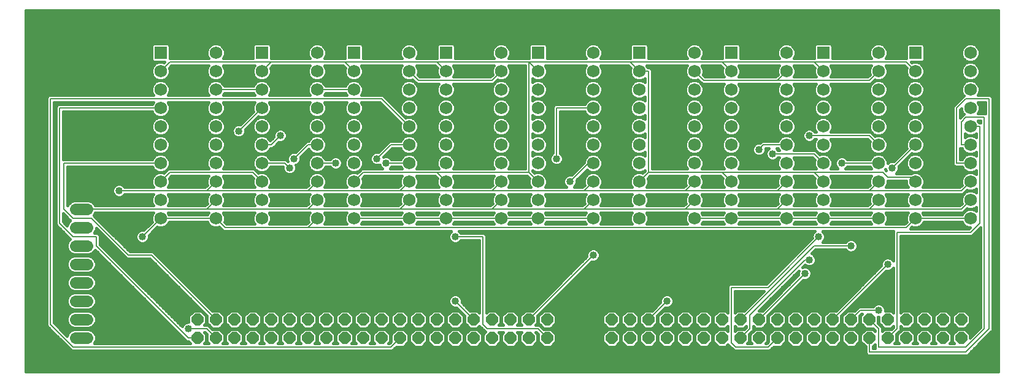
<source format=gbl>
G75*
G70*
%OFA0B0*%
%FSLAX24Y24*%
%IPPOS*%
%LPD*%
%AMOC8*
5,1,8,0,0,1.08239X$1,22.5*
%
%ADD10R,0.0680X0.0680*%
%ADD11C,0.0680*%
%ADD12OC8,0.0640*%
%ADD13C,0.0634*%
%ADD14C,0.0080*%
%ADD15C,0.0400*%
%ADD16C,0.0160*%
D10*
X007681Y017681D03*
X013181Y017681D03*
X018181Y017681D03*
X023181Y017681D03*
X028181Y017681D03*
X033681Y017681D03*
X038681Y017681D03*
X043681Y017681D03*
X048681Y017681D03*
D11*
X046681Y017681D03*
X046681Y016681D03*
X048681Y016681D03*
X048681Y015681D03*
X048681Y014681D03*
X046681Y014681D03*
X046681Y015681D03*
X043681Y015681D03*
X043681Y014681D03*
X041681Y014681D03*
X041681Y015681D03*
X041681Y016681D03*
X043681Y016681D03*
X041681Y017681D03*
X038681Y016681D03*
X036681Y016681D03*
X036681Y015681D03*
X036681Y014681D03*
X038681Y014681D03*
X038681Y015681D03*
X038681Y013681D03*
X036681Y013681D03*
X036681Y012681D03*
X038681Y012681D03*
X038681Y011681D03*
X036681Y011681D03*
X036681Y010681D03*
X038681Y010681D03*
X038681Y009681D03*
X036681Y009681D03*
X036681Y008681D03*
X038681Y008681D03*
X041681Y008681D03*
X043681Y008681D03*
X043681Y009681D03*
X041681Y009681D03*
X041681Y010681D03*
X043681Y010681D03*
X043681Y011681D03*
X041681Y011681D03*
X041681Y012681D03*
X043681Y012681D03*
X043681Y013681D03*
X041681Y013681D03*
X046681Y013681D03*
X048681Y013681D03*
X048681Y012681D03*
X046681Y012681D03*
X046681Y011681D03*
X048681Y011681D03*
X048681Y010681D03*
X046681Y010681D03*
X046681Y009681D03*
X048681Y009681D03*
X048681Y008681D03*
X046681Y008681D03*
X051681Y008681D03*
X051681Y009681D03*
X051681Y010681D03*
X051681Y011681D03*
X051681Y012681D03*
X051681Y013681D03*
X051681Y014681D03*
X051681Y015681D03*
X051681Y016681D03*
X051681Y017681D03*
X036681Y017681D03*
X033681Y016681D03*
X031181Y016681D03*
X031181Y015681D03*
X031181Y014681D03*
X033681Y014681D03*
X033681Y015681D03*
X033681Y013681D03*
X031181Y013681D03*
X031181Y012681D03*
X033681Y012681D03*
X033681Y011681D03*
X031181Y011681D03*
X031181Y010681D03*
X033681Y010681D03*
X033681Y009681D03*
X031181Y009681D03*
X031181Y008681D03*
X033681Y008681D03*
X028181Y008681D03*
X026181Y008681D03*
X026181Y009681D03*
X028181Y009681D03*
X028181Y010681D03*
X026181Y010681D03*
X026181Y011681D03*
X028181Y011681D03*
X028181Y012681D03*
X026181Y012681D03*
X026181Y013681D03*
X028181Y013681D03*
X028181Y014681D03*
X028181Y015681D03*
X026181Y015681D03*
X026181Y014681D03*
X023181Y014681D03*
X023181Y015681D03*
X021181Y015681D03*
X021181Y014681D03*
X021181Y013681D03*
X023181Y013681D03*
X023181Y012681D03*
X021181Y012681D03*
X021181Y011681D03*
X023181Y011681D03*
X023181Y010681D03*
X021181Y010681D03*
X021181Y009681D03*
X023181Y009681D03*
X023181Y008681D03*
X021181Y008681D03*
X018181Y008681D03*
X016181Y008681D03*
X016181Y009681D03*
X018181Y009681D03*
X018181Y010681D03*
X016181Y010681D03*
X016181Y011681D03*
X018181Y011681D03*
X018181Y012681D03*
X016181Y012681D03*
X016181Y013681D03*
X018181Y013681D03*
X018181Y014681D03*
X016181Y014681D03*
X016181Y015681D03*
X018181Y015681D03*
X018181Y016681D03*
X016181Y016681D03*
X016181Y017681D03*
X013181Y016681D03*
X013181Y015681D03*
X013181Y014681D03*
X013181Y013681D03*
X013181Y012681D03*
X013181Y011681D03*
X013181Y010681D03*
X013181Y009681D03*
X013181Y008681D03*
X010681Y008681D03*
X010681Y009681D03*
X010681Y010681D03*
X010681Y011681D03*
X010681Y012681D03*
X010681Y013681D03*
X010681Y014681D03*
X010681Y015681D03*
X010681Y016681D03*
X010681Y017681D03*
X007681Y016681D03*
X007681Y015681D03*
X007681Y014681D03*
X007681Y013681D03*
X007681Y012681D03*
X007681Y011681D03*
X007681Y010681D03*
X007681Y009681D03*
X007681Y008681D03*
X021181Y016681D03*
X023181Y016681D03*
X021181Y017681D03*
X026181Y017681D03*
X026181Y016681D03*
X028181Y016681D03*
X031181Y017681D03*
D12*
X032181Y003181D03*
X033181Y003181D03*
X034181Y003181D03*
X035181Y003181D03*
X036181Y003181D03*
X037181Y003181D03*
X038181Y003181D03*
X039181Y003181D03*
X040181Y003181D03*
X041181Y003181D03*
X042181Y003181D03*
X043181Y003181D03*
X044181Y003181D03*
X045181Y003181D03*
X046181Y003181D03*
X047181Y003181D03*
X048181Y003181D03*
X049181Y003181D03*
X050181Y003181D03*
X051181Y003181D03*
X051181Y002181D03*
X050181Y002181D03*
X049181Y002181D03*
X048181Y002181D03*
X047181Y002181D03*
X046181Y002181D03*
X045181Y002181D03*
X044181Y002181D03*
X043181Y002181D03*
X042181Y002181D03*
X041181Y002181D03*
X040181Y002181D03*
X039181Y002181D03*
X038181Y002181D03*
X037181Y002181D03*
X036181Y002181D03*
X035181Y002181D03*
X034181Y002181D03*
X033181Y002181D03*
X032181Y002181D03*
X028681Y002181D03*
X027681Y002181D03*
X026681Y002181D03*
X025681Y002181D03*
X024681Y002181D03*
X023681Y002181D03*
X022681Y002181D03*
X021681Y002181D03*
X020681Y002181D03*
X019681Y002181D03*
X018681Y002181D03*
X017681Y002181D03*
X016681Y002181D03*
X015681Y002181D03*
X014681Y002181D03*
X013681Y002181D03*
X012681Y002181D03*
X011681Y002181D03*
X010681Y002181D03*
X009681Y002181D03*
X009681Y003181D03*
X010681Y003181D03*
X011681Y003181D03*
X012681Y003181D03*
X013681Y003181D03*
X014681Y003181D03*
X015681Y003181D03*
X016681Y003181D03*
X017681Y003181D03*
X018681Y003181D03*
X019681Y003181D03*
X020681Y003181D03*
X021681Y003181D03*
X022681Y003181D03*
X023681Y003181D03*
X024681Y003181D03*
X025681Y003181D03*
X026681Y003181D03*
X027681Y003181D03*
X028681Y003181D03*
D13*
X003698Y003181D02*
X003065Y003181D01*
X003065Y002181D02*
X003698Y002181D01*
X003698Y004181D02*
X003065Y004181D01*
X003065Y005181D02*
X003698Y005181D01*
X003698Y006181D02*
X003065Y006181D01*
X003065Y007181D02*
X003698Y007181D01*
X003698Y008181D02*
X003065Y008181D01*
X003065Y009181D02*
X003698Y009181D01*
D14*
X003381Y009181D02*
X010181Y009181D01*
X015681Y009181D01*
X020681Y009181D01*
X025681Y009181D01*
X030681Y009181D01*
X036181Y009181D01*
X041181Y009181D01*
X046181Y009181D01*
X051181Y009181D01*
X051681Y009681D01*
X051181Y010181D02*
X046181Y010181D01*
X041181Y010181D01*
X036181Y010181D01*
X030681Y010181D01*
X025681Y010181D01*
X020681Y010181D01*
X015681Y010181D01*
X010181Y010181D01*
X010681Y010681D01*
X010181Y010181D02*
X005431Y010181D01*
X007681Y010681D02*
X008181Y011181D01*
X012681Y011181D01*
X013181Y010681D01*
X014431Y011681D02*
X014681Y011431D01*
X014431Y011681D02*
X013181Y011681D01*
X014931Y011931D02*
X015681Y012681D01*
X016181Y012681D01*
X014181Y013181D02*
X013681Y012681D01*
X013181Y012681D01*
X011931Y013431D02*
X013181Y014681D01*
X013181Y015681D02*
X010681Y015681D01*
X013181Y016681D02*
X013681Y017181D01*
X008181Y017181D01*
X007681Y016681D01*
X007681Y014681D02*
X002181Y014681D01*
X002181Y008431D01*
X002931Y007681D01*
X004181Y007681D01*
X004181Y007181D01*
X009181Y002181D01*
X009681Y002181D01*
X010181Y002681D02*
X010681Y002181D01*
X010181Y002681D02*
X009181Y002681D01*
X010681Y003181D02*
X007181Y006681D01*
X005931Y006681D01*
X003931Y008681D01*
X002931Y008681D01*
X002431Y009181D01*
X002431Y011681D01*
X007681Y011681D01*
X010181Y009181D02*
X010681Y009681D01*
X010681Y008681D02*
X007681Y008681D01*
X006681Y007681D01*
X010681Y008681D02*
X011181Y008181D01*
X015681Y008181D01*
X048181Y008181D01*
X048681Y008681D01*
X051681Y008681D01*
X052181Y008431D02*
X052181Y013681D01*
X051681Y013681D01*
X051181Y013931D02*
X051181Y012681D01*
X051681Y012681D01*
X051681Y011681D02*
X050931Y011681D01*
X050931Y014681D01*
X051431Y015181D01*
X052681Y015181D01*
X052681Y002681D01*
X051431Y001431D01*
X046181Y001431D01*
X046181Y002181D01*
X047181Y002181D02*
X047681Y002681D01*
X047681Y007931D01*
X051681Y007931D01*
X052181Y008431D01*
X051181Y010181D02*
X051681Y010681D01*
X048681Y010681D02*
X048431Y010931D01*
X047181Y010931D01*
X046931Y011181D01*
X043181Y011181D01*
X038181Y011181D01*
X038681Y010681D01*
X038181Y011181D02*
X034181Y011181D01*
X034181Y016681D01*
X033681Y016681D01*
X033181Y017181D01*
X038181Y017181D01*
X043181Y017181D01*
X048181Y017181D01*
X048681Y016681D01*
X046681Y016681D02*
X046181Y016181D01*
X041181Y016181D01*
X037181Y016181D01*
X036681Y016681D01*
X038181Y017181D02*
X038681Y016681D01*
X041181Y016181D02*
X041681Y016681D01*
X043181Y017181D02*
X043681Y016681D01*
X051181Y013931D02*
X051431Y014181D01*
X052431Y014181D01*
X052431Y002681D01*
X051431Y001681D01*
X046681Y001681D01*
X046681Y002681D01*
X046181Y003181D01*
X045681Y003681D02*
X045181Y003181D01*
X044181Y003181D02*
X047181Y006181D01*
X045181Y007181D02*
X043181Y007181D01*
X039181Y003181D01*
X039681Y003431D02*
X042681Y006431D01*
X042931Y006431D01*
X042681Y005681D02*
X040181Y003181D01*
X039681Y003431D02*
X039681Y002681D01*
X039181Y002181D01*
X038681Y001931D02*
X038681Y004931D01*
X040681Y004931D01*
X043431Y007681D01*
X043681Y008681D02*
X041681Y008681D01*
X038681Y008681D01*
X036681Y008681D01*
X036181Y009181D02*
X036681Y009681D01*
X036181Y010181D02*
X036681Y010681D01*
X034181Y011181D02*
X033681Y010681D01*
X031181Y010681D02*
X030681Y010181D01*
X031181Y009681D02*
X030681Y009181D01*
X031181Y008681D02*
X028181Y008681D01*
X026181Y008681D01*
X023181Y008681D01*
X021181Y008681D01*
X018181Y008681D01*
X016181Y008681D02*
X015681Y008181D01*
X015681Y009181D02*
X016181Y009681D01*
X015681Y010181D02*
X016181Y010681D01*
X018181Y010681D02*
X018681Y011181D01*
X022681Y011181D01*
X027681Y011181D01*
X027681Y017181D01*
X033181Y017181D01*
X028181Y016681D02*
X027681Y017181D01*
X022681Y017181D01*
X017681Y017181D01*
X018181Y016681D01*
X017681Y017181D02*
X013681Y017181D01*
X016181Y015681D02*
X018181Y015681D01*
X019681Y015181D02*
X021181Y013681D01*
X021181Y012681D02*
X020181Y012681D01*
X019431Y011931D01*
X019931Y011681D02*
X021181Y011681D01*
X022681Y011181D02*
X023181Y010681D01*
X021181Y010681D02*
X020681Y010181D01*
X021181Y009681D02*
X020681Y009181D01*
X023681Y007681D02*
X025181Y007681D01*
X025181Y002931D01*
X025431Y002681D01*
X028181Y002681D01*
X028681Y002181D01*
X027681Y003181D02*
X031181Y006681D01*
X034181Y003181D02*
X035181Y004181D01*
X038681Y001931D02*
X038931Y001681D01*
X040681Y001681D01*
X041181Y002181D01*
X045681Y003681D02*
X046681Y003681D01*
X046681Y008681D02*
X043681Y008681D01*
X041681Y009681D02*
X041181Y009181D01*
X041181Y010181D02*
X041681Y010681D01*
X043181Y011181D02*
X043681Y010681D01*
X043681Y011681D02*
X043181Y012181D01*
X040931Y012181D01*
X040431Y012681D02*
X040181Y012431D01*
X040431Y012681D02*
X041681Y012681D01*
X042931Y013181D02*
X046181Y013181D01*
X046681Y012681D01*
X047431Y011431D02*
X048681Y012681D01*
X046681Y011681D02*
X044681Y011681D01*
X046181Y010181D02*
X046681Y010681D01*
X046681Y009681D02*
X046181Y009181D01*
X031181Y011681D02*
X030931Y011681D01*
X029931Y010681D01*
X028181Y010681D02*
X027681Y011181D01*
X026181Y010681D02*
X025681Y010181D01*
X026181Y009681D02*
X025681Y009181D01*
X029181Y011931D02*
X029181Y014681D01*
X031181Y014681D01*
X026181Y016681D02*
X025681Y016181D01*
X021681Y016181D01*
X021181Y016681D01*
X022681Y017181D02*
X023181Y016681D01*
X019681Y015181D02*
X001681Y015181D01*
X001681Y002931D01*
X002931Y001681D01*
X020181Y001681D01*
X020681Y002181D01*
X023681Y004181D02*
X024681Y003181D01*
X017181Y011681D02*
X016181Y011681D01*
D15*
X017181Y011681D03*
X019431Y011931D03*
X019931Y011681D03*
X014931Y011931D03*
X014681Y011431D03*
X014181Y013181D03*
X011931Y013431D03*
X005431Y010181D03*
X006681Y007681D03*
X009181Y002681D03*
X023681Y004181D03*
X031181Y006681D03*
X035181Y004181D03*
X042681Y005681D03*
X042931Y006431D03*
X045181Y007181D03*
X043431Y007681D03*
X047181Y006181D03*
X046681Y003681D03*
X029931Y010681D03*
X029181Y011931D03*
X040181Y012431D03*
X040931Y012181D03*
X042931Y013181D03*
X044681Y011681D03*
X047431Y011431D03*
X023681Y007681D03*
D16*
X000361Y000361D02*
X000361Y019997D01*
X053181Y019997D01*
X053181Y000361D01*
X000361Y000361D01*
X000361Y000499D02*
X053181Y000499D01*
X053181Y000657D02*
X000361Y000657D01*
X000361Y000816D02*
X053181Y000816D01*
X053181Y000974D02*
X000361Y000974D01*
X000361Y001133D02*
X053181Y001133D01*
X053181Y001291D02*
X051574Y001291D01*
X051514Y001231D02*
X052764Y002481D01*
X052881Y002599D01*
X052881Y015099D01*
X052881Y015264D01*
X052764Y015381D01*
X052088Y015381D01*
X052105Y015398D01*
X052181Y015582D01*
X052181Y015781D01*
X052105Y015965D01*
X051965Y016105D01*
X051781Y016181D01*
X051582Y016181D01*
X051398Y016105D01*
X051258Y015965D01*
X051181Y015781D01*
X051181Y015582D01*
X051258Y015398D01*
X051311Y015344D01*
X050849Y014881D01*
X050731Y014764D01*
X050731Y011764D01*
X050731Y011599D01*
X050849Y011481D01*
X051223Y011481D01*
X051258Y011398D01*
X051398Y011258D01*
X051582Y011181D01*
X051398Y011105D01*
X051258Y010965D01*
X051181Y010781D01*
X051181Y010582D01*
X051216Y010499D01*
X051099Y010381D01*
X049088Y010381D01*
X049105Y010398D01*
X049181Y010582D01*
X049181Y010781D01*
X049105Y010965D01*
X048965Y011105D01*
X048781Y011181D01*
X048582Y011181D01*
X048461Y011131D01*
X047640Y011131D01*
X047737Y011227D01*
X047791Y011360D01*
X047791Y011503D01*
X047790Y011507D01*
X048499Y012216D01*
X048582Y012181D01*
X048398Y012105D01*
X048258Y011965D01*
X048181Y011781D01*
X048181Y011582D01*
X048258Y011398D01*
X048398Y011258D01*
X048582Y011181D01*
X048781Y011181D01*
X048965Y011258D01*
X049105Y011398D01*
X049181Y011582D01*
X049181Y011781D01*
X049105Y011965D01*
X048965Y012105D01*
X048781Y012181D01*
X048582Y012181D01*
X048781Y012181D01*
X048965Y012258D01*
X049105Y012398D01*
X049181Y012582D01*
X049181Y012781D01*
X049105Y012965D01*
X048965Y013105D01*
X048781Y013181D01*
X048582Y013181D01*
X048398Y013105D01*
X048258Y012965D01*
X048181Y012781D01*
X048181Y012582D01*
X048216Y012499D01*
X047507Y011790D01*
X047503Y011791D01*
X047360Y011791D01*
X047227Y011737D01*
X047181Y011690D01*
X047181Y011781D01*
X047105Y011965D01*
X046965Y012105D01*
X046781Y012181D01*
X046582Y012181D01*
X046398Y012105D01*
X046258Y011965D01*
X046223Y011881D01*
X044988Y011881D01*
X044987Y011885D01*
X044885Y011987D01*
X044753Y012041D01*
X044610Y012041D01*
X044477Y011987D01*
X044376Y011885D01*
X044321Y011753D01*
X044321Y011610D01*
X044376Y011477D01*
X044472Y011381D01*
X044088Y011381D01*
X044105Y011398D01*
X044181Y011582D01*
X044181Y011781D01*
X044105Y011965D01*
X043965Y012105D01*
X043781Y012181D01*
X043582Y012181D01*
X043499Y012147D01*
X043264Y012381D01*
X043099Y012381D01*
X042088Y012381D01*
X042105Y012398D01*
X042181Y012582D01*
X042181Y012781D01*
X042105Y012965D01*
X041965Y013105D01*
X041781Y013181D01*
X041582Y013181D01*
X041398Y013105D01*
X041258Y012965D01*
X041223Y012881D01*
X040349Y012881D01*
X040257Y012790D01*
X040253Y012791D01*
X040110Y012791D01*
X039977Y012737D01*
X039876Y012635D01*
X039821Y012503D01*
X039821Y012360D01*
X039876Y012227D01*
X039977Y012126D01*
X040110Y012071D01*
X040253Y012071D01*
X040385Y012126D01*
X040487Y012227D01*
X040541Y012360D01*
X040541Y012481D01*
X040722Y012481D01*
X040626Y012385D01*
X040571Y012253D01*
X040571Y012110D01*
X040626Y011977D01*
X040727Y011876D01*
X040860Y011821D01*
X041003Y011821D01*
X041135Y011876D01*
X041237Y011977D01*
X041238Y011981D01*
X041274Y011981D01*
X041258Y011965D01*
X041181Y011781D01*
X041181Y011582D01*
X041258Y011398D01*
X041274Y011381D01*
X039088Y011381D01*
X039105Y011398D01*
X039181Y011582D01*
X039181Y011781D01*
X039105Y011965D01*
X038965Y012105D01*
X038781Y012181D01*
X038582Y012181D01*
X038398Y012105D01*
X038258Y011965D01*
X038181Y011781D01*
X038181Y011582D01*
X038258Y011398D01*
X038274Y011381D01*
X038099Y011381D01*
X037088Y011381D01*
X037105Y011398D01*
X037181Y011582D01*
X037181Y011781D01*
X037105Y011965D01*
X036965Y012105D01*
X036781Y012181D01*
X036582Y012181D01*
X036398Y012105D01*
X036258Y011965D01*
X036181Y011781D01*
X036181Y011582D01*
X036258Y011398D01*
X036274Y011381D01*
X034381Y011381D01*
X034381Y016599D01*
X034381Y016764D01*
X034264Y016881D01*
X034140Y016881D01*
X034105Y016965D01*
X034088Y016981D01*
X036274Y016981D01*
X036258Y016965D01*
X036181Y016781D01*
X036181Y016582D01*
X036258Y016398D01*
X036398Y016258D01*
X036582Y016181D01*
X036398Y016105D01*
X036258Y015965D01*
X036181Y015781D01*
X036181Y015582D01*
X036258Y015398D01*
X036398Y015258D01*
X036582Y015181D01*
X036398Y015105D01*
X036258Y014965D01*
X036181Y014781D01*
X036181Y014582D01*
X036258Y014398D01*
X036398Y014258D01*
X036582Y014181D01*
X036398Y014105D01*
X036258Y013965D01*
X036181Y013781D01*
X036181Y013582D01*
X036258Y013398D01*
X036398Y013258D01*
X036582Y013181D01*
X036398Y013105D01*
X036258Y012965D01*
X036181Y012781D01*
X036181Y012582D01*
X036258Y012398D01*
X036398Y012258D01*
X036582Y012181D01*
X036781Y012181D01*
X036965Y012258D01*
X037105Y012398D01*
X037181Y012582D01*
X037181Y012781D01*
X037105Y012965D01*
X036965Y013105D01*
X036781Y013181D01*
X036582Y013181D01*
X036781Y013181D01*
X036965Y013258D01*
X037105Y013398D01*
X037181Y013582D01*
X037181Y013781D01*
X037105Y013965D01*
X036965Y014105D01*
X036781Y014181D01*
X036582Y014181D01*
X036781Y014181D01*
X036965Y014258D01*
X037105Y014398D01*
X037181Y014582D01*
X037181Y014781D01*
X037105Y014965D01*
X036965Y015105D01*
X036781Y015181D01*
X036582Y015181D01*
X036781Y015181D01*
X036965Y015258D01*
X037105Y015398D01*
X037181Y015582D01*
X037181Y015781D01*
X037105Y015965D01*
X036965Y016105D01*
X036781Y016181D01*
X036582Y016181D01*
X036781Y016181D01*
X036864Y016216D01*
X037099Y015981D01*
X037264Y015981D01*
X038274Y015981D01*
X038258Y015965D01*
X038181Y015781D01*
X038181Y015582D01*
X038258Y015398D01*
X038398Y015258D01*
X038582Y015181D01*
X038398Y015105D01*
X038258Y014965D01*
X038181Y014781D01*
X038181Y014582D01*
X038258Y014398D01*
X038398Y014258D01*
X038582Y014181D01*
X038398Y014105D01*
X038258Y013965D01*
X038181Y013781D01*
X038181Y013582D01*
X038258Y013398D01*
X038398Y013258D01*
X038582Y013181D01*
X038398Y013105D01*
X038258Y012965D01*
X038181Y012781D01*
X038181Y012582D01*
X038258Y012398D01*
X038398Y012258D01*
X038582Y012181D01*
X038781Y012181D01*
X038965Y012258D01*
X039105Y012398D01*
X039181Y012582D01*
X039181Y012781D01*
X039105Y012965D01*
X038965Y013105D01*
X038781Y013181D01*
X038582Y013181D01*
X038781Y013181D01*
X038965Y013258D01*
X039105Y013398D01*
X039181Y013582D01*
X039181Y013781D01*
X039105Y013965D01*
X038965Y014105D01*
X038781Y014181D01*
X038582Y014181D01*
X038781Y014181D01*
X038965Y014258D01*
X039105Y014398D01*
X039181Y014582D01*
X039181Y014781D01*
X039105Y014965D01*
X038965Y015105D01*
X038781Y015181D01*
X038582Y015181D01*
X038781Y015181D01*
X038965Y015258D01*
X039105Y015398D01*
X039181Y015582D01*
X039181Y015781D01*
X039105Y015965D01*
X039088Y015981D01*
X041099Y015981D01*
X041274Y015981D01*
X041258Y015965D01*
X041181Y015781D01*
X041181Y015582D01*
X041258Y015398D01*
X041398Y015258D01*
X041582Y015181D01*
X041398Y015105D01*
X041258Y014965D01*
X041181Y014781D01*
X041181Y014582D01*
X041258Y014398D01*
X041398Y014258D01*
X041582Y014181D01*
X041398Y014105D01*
X041258Y013965D01*
X041181Y013781D01*
X041181Y013582D01*
X041258Y013398D01*
X041398Y013258D01*
X041582Y013181D01*
X041781Y013181D01*
X041965Y013258D01*
X042105Y013398D01*
X042181Y013582D01*
X042181Y013781D01*
X042105Y013965D01*
X041965Y014105D01*
X041781Y014181D01*
X041582Y014181D01*
X041781Y014181D01*
X041965Y014258D01*
X042105Y014398D01*
X042181Y014582D01*
X042181Y014781D01*
X042105Y014965D01*
X041965Y015105D01*
X041781Y015181D01*
X041582Y015181D01*
X041781Y015181D01*
X041965Y015258D01*
X042105Y015398D01*
X042181Y015582D01*
X042181Y015781D01*
X042105Y015965D01*
X042088Y015981D01*
X043274Y015981D01*
X043258Y015965D01*
X043181Y015781D01*
X043181Y015582D01*
X043258Y015398D01*
X043398Y015258D01*
X043582Y015181D01*
X043398Y015105D01*
X043258Y014965D01*
X043181Y014781D01*
X043181Y014582D01*
X043258Y014398D01*
X043398Y014258D01*
X043582Y014181D01*
X043398Y014105D01*
X043258Y013965D01*
X043181Y013781D01*
X043181Y013582D01*
X043258Y013398D01*
X043274Y013381D01*
X043238Y013381D01*
X043237Y013385D01*
X043135Y013487D01*
X043003Y013541D01*
X042860Y013541D01*
X042727Y013487D01*
X042626Y013385D01*
X042571Y013253D01*
X042571Y013110D01*
X042626Y012977D01*
X042727Y012876D01*
X042860Y012821D01*
X043003Y012821D01*
X043135Y012876D01*
X043237Y012977D01*
X043238Y012981D01*
X043274Y012981D01*
X043258Y012965D01*
X043181Y012781D01*
X043181Y012582D01*
X043258Y012398D01*
X043398Y012258D01*
X043582Y012181D01*
X043781Y012181D01*
X043965Y012258D01*
X044105Y012398D01*
X044181Y012582D01*
X044181Y012781D01*
X044105Y012965D01*
X044088Y012981D01*
X046099Y012981D01*
X046216Y012864D01*
X046181Y012781D01*
X046181Y012582D01*
X046258Y012398D01*
X046398Y012258D01*
X046582Y012181D01*
X046781Y012181D01*
X046965Y012258D01*
X047105Y012398D01*
X047181Y012582D01*
X047181Y012781D01*
X047105Y012965D01*
X046965Y013105D01*
X046781Y013181D01*
X046582Y013181D01*
X046499Y013147D01*
X046264Y013381D01*
X046099Y013381D01*
X044088Y013381D01*
X044105Y013398D01*
X044181Y013582D01*
X044181Y013781D01*
X044105Y013965D01*
X043965Y014105D01*
X043781Y014181D01*
X043582Y014181D01*
X043781Y014181D01*
X043965Y014258D01*
X044105Y014398D01*
X044181Y014582D01*
X044181Y014781D01*
X044105Y014965D01*
X043965Y015105D01*
X043781Y015181D01*
X043582Y015181D01*
X043781Y015181D01*
X043965Y015258D01*
X044105Y015398D01*
X044181Y015582D01*
X044181Y015781D01*
X044105Y015965D01*
X044088Y015981D01*
X046264Y015981D01*
X046381Y016099D01*
X046499Y016216D01*
X046582Y016181D01*
X046398Y016105D01*
X046258Y015965D01*
X046181Y015781D01*
X046181Y015582D01*
X046258Y015398D01*
X046398Y015258D01*
X046582Y015181D01*
X046398Y015105D01*
X046258Y014965D01*
X046181Y014781D01*
X046181Y014582D01*
X046258Y014398D01*
X046398Y014258D01*
X046582Y014181D01*
X046398Y014105D01*
X046258Y013965D01*
X046181Y013781D01*
X046181Y013582D01*
X046258Y013398D01*
X046398Y013258D01*
X046582Y013181D01*
X046781Y013181D01*
X046965Y013258D01*
X047105Y013398D01*
X047181Y013582D01*
X047181Y013781D01*
X047105Y013965D01*
X046965Y014105D01*
X046781Y014181D01*
X046582Y014181D01*
X046781Y014181D01*
X046965Y014258D01*
X047105Y014398D01*
X047181Y014582D01*
X047181Y014781D01*
X047105Y014965D01*
X046965Y015105D01*
X046781Y015181D01*
X046582Y015181D01*
X046781Y015181D01*
X046965Y015258D01*
X047105Y015398D01*
X047181Y015582D01*
X047181Y015781D01*
X047105Y015965D01*
X046965Y016105D01*
X046781Y016181D01*
X046582Y016181D01*
X046781Y016181D01*
X046965Y016258D01*
X047105Y016398D01*
X047181Y016582D01*
X047181Y016781D01*
X047105Y016965D01*
X047088Y016981D01*
X048099Y016981D01*
X048216Y016864D01*
X048181Y016781D01*
X048181Y016582D01*
X048258Y016398D01*
X048398Y016258D01*
X048582Y016181D01*
X048398Y016105D01*
X048258Y015965D01*
X048181Y015781D01*
X048181Y015582D01*
X048258Y015398D01*
X048398Y015258D01*
X048582Y015181D01*
X048398Y015105D01*
X048258Y014965D01*
X048181Y014781D01*
X048181Y014582D01*
X048258Y014398D01*
X048398Y014258D01*
X048582Y014181D01*
X048398Y014105D01*
X048258Y013965D01*
X048181Y013781D01*
X048181Y013582D01*
X048258Y013398D01*
X048398Y013258D01*
X048582Y013181D01*
X048781Y013181D01*
X048965Y013258D01*
X049105Y013398D01*
X049181Y013582D01*
X049181Y013781D01*
X049105Y013965D01*
X048965Y014105D01*
X048781Y014181D01*
X048582Y014181D01*
X048781Y014181D01*
X048965Y014258D01*
X049105Y014398D01*
X049181Y014582D01*
X049181Y014781D01*
X049105Y014965D01*
X048965Y015105D01*
X048781Y015181D01*
X048582Y015181D01*
X048781Y015181D01*
X048965Y015258D01*
X049105Y015398D01*
X049181Y015582D01*
X049181Y015781D01*
X049105Y015965D01*
X048965Y016105D01*
X048781Y016181D01*
X048582Y016181D01*
X048781Y016181D01*
X048965Y016258D01*
X049105Y016398D01*
X049181Y016582D01*
X049181Y016781D01*
X049105Y016965D01*
X048965Y017105D01*
X048781Y017181D01*
X048582Y017181D01*
X048499Y017147D01*
X048464Y017181D01*
X049088Y017181D01*
X049181Y017275D01*
X049181Y018088D01*
X049088Y018181D01*
X048275Y018181D01*
X048181Y018088D01*
X048181Y017381D01*
X047088Y017381D01*
X047105Y017398D01*
X047181Y017582D01*
X047181Y017781D01*
X047105Y017965D01*
X046965Y018105D01*
X046781Y018181D01*
X046582Y018181D01*
X046398Y018105D01*
X046258Y017965D01*
X046181Y017781D01*
X046181Y017582D01*
X046258Y017398D01*
X046274Y017381D01*
X044181Y017381D01*
X044181Y018088D01*
X044088Y018181D01*
X043275Y018181D01*
X043181Y018088D01*
X043181Y017381D01*
X043099Y017381D01*
X042088Y017381D01*
X042105Y017398D01*
X042181Y017582D01*
X042181Y017781D01*
X042105Y017965D01*
X041965Y018105D01*
X041781Y018181D01*
X041582Y018181D01*
X041398Y018105D01*
X041258Y017965D01*
X041181Y017781D01*
X041181Y017582D01*
X041258Y017398D01*
X041274Y017381D01*
X039181Y017381D01*
X039181Y018088D01*
X039088Y018181D01*
X038275Y018181D01*
X038181Y018088D01*
X038181Y017381D01*
X038099Y017381D01*
X037088Y017381D01*
X037105Y017398D01*
X037181Y017582D01*
X037181Y017781D01*
X037105Y017965D01*
X036965Y018105D01*
X036781Y018181D01*
X036582Y018181D01*
X036398Y018105D01*
X036258Y017965D01*
X036181Y017781D01*
X036181Y017582D01*
X036258Y017398D01*
X036274Y017381D01*
X034181Y017381D01*
X034181Y018088D01*
X034088Y018181D01*
X033275Y018181D01*
X033181Y018088D01*
X033181Y017381D01*
X033099Y017381D01*
X031588Y017381D01*
X031605Y017398D01*
X031681Y017582D01*
X031681Y017781D01*
X031605Y017965D01*
X031465Y018105D01*
X031281Y018181D01*
X031082Y018181D01*
X030898Y018105D01*
X030758Y017965D01*
X030681Y017781D01*
X030681Y017582D01*
X030758Y017398D01*
X030774Y017381D01*
X028681Y017381D01*
X028681Y018088D01*
X028588Y018181D01*
X027775Y018181D01*
X027681Y018088D01*
X027681Y017381D01*
X027599Y017381D01*
X026588Y017381D01*
X026605Y017398D01*
X026681Y017582D01*
X026681Y017781D01*
X026605Y017965D01*
X026465Y018105D01*
X026281Y018181D01*
X026082Y018181D01*
X025898Y018105D01*
X025758Y017965D01*
X025681Y017781D01*
X025681Y017582D01*
X025758Y017398D01*
X025774Y017381D01*
X023681Y017381D01*
X023681Y018088D01*
X023588Y018181D01*
X022775Y018181D01*
X022681Y018088D01*
X022681Y017381D01*
X022599Y017381D01*
X021588Y017381D01*
X021605Y017398D01*
X021681Y017582D01*
X021681Y017781D01*
X021605Y017965D01*
X021465Y018105D01*
X021281Y018181D01*
X021082Y018181D01*
X020898Y018105D01*
X020758Y017965D01*
X020681Y017781D01*
X020681Y017582D01*
X020758Y017398D01*
X020774Y017381D01*
X018681Y017381D01*
X018681Y018088D01*
X018588Y018181D01*
X017775Y018181D01*
X017681Y018088D01*
X017681Y017381D01*
X017599Y017381D01*
X016588Y017381D01*
X016605Y017398D01*
X016681Y017582D01*
X016681Y017781D01*
X016605Y017965D01*
X016465Y018105D01*
X016281Y018181D01*
X016082Y018181D01*
X015898Y018105D01*
X015758Y017965D01*
X015681Y017781D01*
X015681Y017582D01*
X015758Y017398D01*
X015774Y017381D01*
X013764Y017381D01*
X013681Y017381D01*
X013681Y018088D01*
X013588Y018181D01*
X012775Y018181D01*
X012681Y018088D01*
X012681Y017381D01*
X011088Y017381D01*
X011105Y017398D01*
X011181Y017582D01*
X011181Y017781D01*
X011105Y017965D01*
X010965Y018105D01*
X010781Y018181D01*
X010582Y018181D01*
X010398Y018105D01*
X010258Y017965D01*
X010181Y017781D01*
X010181Y017582D01*
X010258Y017398D01*
X010274Y017381D01*
X008181Y017381D01*
X008181Y018088D01*
X008088Y018181D01*
X007275Y018181D01*
X007181Y018088D01*
X007181Y017275D01*
X007275Y017181D01*
X007899Y017181D01*
X007864Y017147D01*
X007781Y017181D01*
X007582Y017181D01*
X007398Y017105D01*
X007258Y016965D01*
X007181Y016781D01*
X007181Y016582D01*
X007258Y016398D01*
X007398Y016258D01*
X007582Y016181D01*
X007398Y016105D01*
X007258Y015965D01*
X007181Y015781D01*
X007181Y015582D01*
X007258Y015398D01*
X007274Y015381D01*
X001599Y015381D01*
X001481Y015264D01*
X001481Y015099D01*
X001481Y002849D01*
X001599Y002731D01*
X002849Y001481D01*
X003014Y001481D01*
X020264Y001481D01*
X020381Y001599D01*
X020484Y001701D01*
X020880Y001701D01*
X021161Y001983D01*
X021161Y002380D01*
X020880Y002661D01*
X020483Y002661D01*
X020201Y002380D01*
X020201Y001984D01*
X020099Y001881D01*
X020060Y001881D01*
X020161Y001983D01*
X020161Y002380D01*
X019880Y002661D01*
X019483Y002661D01*
X019201Y002380D01*
X019201Y001983D01*
X019303Y001881D01*
X019060Y001881D01*
X019161Y001983D01*
X019161Y002380D01*
X018880Y002661D01*
X018483Y002661D01*
X018201Y002380D01*
X018201Y001983D01*
X018303Y001881D01*
X018060Y001881D01*
X018161Y001983D01*
X018161Y002380D01*
X017880Y002661D01*
X017483Y002661D01*
X017201Y002380D01*
X017201Y001983D01*
X017303Y001881D01*
X017060Y001881D01*
X017161Y001983D01*
X017161Y002380D01*
X016880Y002661D01*
X016483Y002661D01*
X016201Y002380D01*
X016201Y001983D01*
X016303Y001881D01*
X016060Y001881D01*
X016161Y001983D01*
X016161Y002380D01*
X015880Y002661D01*
X015483Y002661D01*
X015201Y002380D01*
X015201Y001983D01*
X015303Y001881D01*
X015060Y001881D01*
X015161Y001983D01*
X015161Y002380D01*
X014880Y002661D01*
X014483Y002661D01*
X014201Y002380D01*
X014201Y001983D01*
X014303Y001881D01*
X014060Y001881D01*
X014161Y001983D01*
X014161Y002380D01*
X013880Y002661D01*
X013483Y002661D01*
X013201Y002380D01*
X013201Y001983D01*
X013303Y001881D01*
X013060Y001881D01*
X013161Y001983D01*
X013161Y002380D01*
X012880Y002661D01*
X012483Y002661D01*
X012201Y002380D01*
X012201Y001983D01*
X012303Y001881D01*
X012060Y001881D01*
X012161Y001983D01*
X012161Y002380D01*
X011880Y002661D01*
X011483Y002661D01*
X011201Y002380D01*
X011201Y001983D01*
X011303Y001881D01*
X011060Y001881D01*
X011161Y001983D01*
X011161Y002380D01*
X010880Y002661D01*
X010484Y002661D01*
X010381Y002764D01*
X010264Y002881D01*
X010060Y002881D01*
X010161Y002983D01*
X010161Y003380D01*
X009880Y003661D01*
X009483Y003661D01*
X009201Y003380D01*
X009201Y003041D01*
X009110Y003041D01*
X008977Y002987D01*
X008876Y002885D01*
X008842Y002803D01*
X004381Y007264D01*
X004381Y007599D01*
X004381Y007764D01*
X004264Y007881D01*
X004073Y007881D01*
X004102Y007911D01*
X004175Y008087D01*
X004175Y008155D01*
X005849Y006481D01*
X006014Y006481D01*
X007099Y006481D01*
X010201Y003379D01*
X010201Y002983D01*
X010483Y002701D01*
X010880Y002701D01*
X011161Y002983D01*
X011161Y003380D01*
X010880Y003661D01*
X010484Y003661D01*
X007381Y006764D01*
X007264Y006881D01*
X006014Y006881D01*
X004131Y008764D01*
X004043Y008852D01*
X004102Y008911D01*
X004132Y008981D01*
X007274Y008981D01*
X007258Y008965D01*
X007181Y008781D01*
X007181Y008582D01*
X007216Y008499D01*
X006757Y008040D01*
X006753Y008041D01*
X006610Y008041D01*
X006477Y007987D01*
X006376Y007885D01*
X006321Y007753D01*
X006321Y007610D01*
X006376Y007477D01*
X006477Y007376D01*
X006610Y007321D01*
X006753Y007321D01*
X006885Y007376D01*
X006987Y007477D01*
X007041Y007610D01*
X007041Y007753D01*
X007040Y007757D01*
X007499Y008216D01*
X007582Y008181D01*
X007781Y008181D01*
X007965Y008258D01*
X008105Y008398D01*
X008140Y008481D01*
X010223Y008481D01*
X010258Y008398D01*
X010398Y008258D01*
X010582Y008181D01*
X010781Y008181D01*
X010864Y008216D01*
X011099Y007981D01*
X011264Y007981D01*
X015764Y007981D01*
X023472Y007981D01*
X023376Y007885D01*
X023321Y007753D01*
X023321Y007610D01*
X023376Y007477D01*
X023477Y007376D01*
X023610Y007321D01*
X023753Y007321D01*
X023885Y007376D01*
X023987Y007477D01*
X023988Y007481D01*
X024981Y007481D01*
X024981Y003560D01*
X024880Y003661D01*
X024484Y003661D01*
X024040Y004106D01*
X024041Y004110D01*
X024041Y004253D01*
X023987Y004385D01*
X023885Y004487D01*
X023753Y004541D01*
X023610Y004541D01*
X023477Y004487D01*
X023376Y004385D01*
X023321Y004253D01*
X023321Y004110D01*
X023376Y003977D01*
X023477Y003876D01*
X023610Y003821D01*
X023753Y003821D01*
X023757Y003823D01*
X024201Y003379D01*
X024201Y002983D01*
X024483Y002701D01*
X024880Y002701D01*
X025004Y002826D01*
X025099Y002731D01*
X025326Y002504D01*
X025201Y002380D01*
X025201Y001983D01*
X025483Y001701D01*
X025880Y001701D01*
X026161Y001983D01*
X026161Y002380D01*
X026060Y002481D01*
X026303Y002481D01*
X026201Y002380D01*
X026201Y001983D01*
X026483Y001701D01*
X026880Y001701D01*
X027161Y001983D01*
X027161Y002380D01*
X027060Y002481D01*
X027303Y002481D01*
X027201Y002380D01*
X027201Y001983D01*
X027483Y001701D01*
X027880Y001701D01*
X028161Y001983D01*
X028161Y002380D01*
X028060Y002481D01*
X028099Y002481D01*
X028201Y002379D01*
X028201Y001983D01*
X028483Y001701D01*
X028880Y001701D01*
X029161Y001983D01*
X029161Y002380D01*
X028880Y002661D01*
X028484Y002661D01*
X028381Y002764D01*
X028264Y002881D01*
X028060Y002881D01*
X028161Y002983D01*
X028161Y003379D01*
X031106Y006323D01*
X031110Y006321D01*
X031253Y006321D01*
X031385Y006376D01*
X031487Y006477D01*
X031541Y006610D01*
X031541Y006753D01*
X031487Y006885D01*
X031385Y006987D01*
X031253Y007041D01*
X031110Y007041D01*
X030977Y006987D01*
X030876Y006885D01*
X030821Y006753D01*
X030821Y006610D01*
X030823Y006606D01*
X027879Y003661D01*
X027483Y003661D01*
X027201Y003380D01*
X027201Y002983D01*
X027303Y002881D01*
X027060Y002881D01*
X027161Y002983D01*
X027161Y003380D01*
X026880Y003661D01*
X026483Y003661D01*
X026201Y003380D01*
X026201Y002983D01*
X026303Y002881D01*
X026060Y002881D01*
X026161Y002983D01*
X026161Y003380D01*
X025880Y003661D01*
X025483Y003661D01*
X025381Y003560D01*
X025381Y007599D01*
X025381Y007764D01*
X025264Y007881D01*
X023988Y007881D01*
X023987Y007885D01*
X023890Y007981D01*
X043222Y007981D01*
X043126Y007885D01*
X043071Y007753D01*
X043071Y007610D01*
X043073Y007606D01*
X040599Y005131D01*
X038599Y005131D01*
X038481Y005014D01*
X038481Y004849D01*
X038481Y003560D01*
X038380Y003661D01*
X037983Y003661D01*
X037701Y003380D01*
X037701Y002983D01*
X037983Y002701D01*
X038380Y002701D01*
X038481Y002803D01*
X038481Y002560D01*
X038380Y002661D01*
X037983Y002661D01*
X037701Y002380D01*
X037701Y001983D01*
X037983Y001701D01*
X038380Y001701D01*
X038504Y001826D01*
X038599Y001731D01*
X038849Y001481D01*
X039014Y001481D01*
X040764Y001481D01*
X040881Y001599D01*
X040984Y001701D01*
X041380Y001701D01*
X041661Y001983D01*
X041661Y002380D01*
X041380Y002661D01*
X040983Y002661D01*
X040701Y002380D01*
X040701Y001984D01*
X040599Y001881D01*
X040560Y001881D01*
X040661Y001983D01*
X040661Y002380D01*
X040380Y002661D01*
X039983Y002661D01*
X039701Y002380D01*
X039701Y001983D01*
X039803Y001881D01*
X039560Y001881D01*
X039661Y001983D01*
X039661Y002379D01*
X039764Y002481D01*
X039881Y002599D01*
X039881Y002803D01*
X039983Y002701D01*
X040380Y002701D01*
X040661Y002983D01*
X040661Y003379D01*
X042606Y005323D01*
X042610Y005321D01*
X042753Y005321D01*
X042885Y005376D01*
X042987Y005477D01*
X043041Y005610D01*
X043041Y005753D01*
X042987Y005885D01*
X042885Y005987D01*
X042753Y006041D01*
X042610Y006041D01*
X042549Y006016D01*
X042693Y006160D01*
X042727Y006126D01*
X042860Y006071D01*
X043003Y006071D01*
X043135Y006126D01*
X043237Y006227D01*
X043291Y006360D01*
X043291Y006503D01*
X043237Y006635D01*
X043135Y006737D01*
X043053Y006771D01*
X043264Y006981D01*
X044875Y006981D01*
X044876Y006977D01*
X044977Y006876D01*
X045110Y006821D01*
X045253Y006821D01*
X045385Y006876D01*
X045487Y006977D01*
X045541Y007110D01*
X045541Y007253D01*
X045487Y007385D01*
X045385Y007487D01*
X045253Y007541D01*
X045110Y007541D01*
X044977Y007487D01*
X044876Y007385D01*
X044875Y007381D01*
X043640Y007381D01*
X043737Y007477D01*
X043791Y007610D01*
X043791Y007753D01*
X043737Y007885D01*
X043640Y007981D01*
X047481Y007981D01*
X047481Y007849D01*
X047481Y006390D01*
X047385Y006487D01*
X047253Y006541D01*
X047110Y006541D01*
X046977Y006487D01*
X046876Y006385D01*
X046821Y006253D01*
X046821Y006110D01*
X046823Y006106D01*
X044379Y003661D01*
X043983Y003661D01*
X043701Y003380D01*
X043701Y002983D01*
X043983Y002701D01*
X044380Y002701D01*
X044661Y002983D01*
X044661Y003379D01*
X047106Y005823D01*
X047110Y005821D01*
X047253Y005821D01*
X047385Y005876D01*
X047481Y005972D01*
X047481Y003560D01*
X047380Y003661D01*
X047041Y003661D01*
X047041Y003753D01*
X046987Y003885D01*
X046885Y003987D01*
X046753Y004041D01*
X046610Y004041D01*
X046477Y003987D01*
X046477Y003986D02*
X045269Y003986D01*
X045111Y003828D02*
X045545Y003828D01*
X045599Y003881D02*
X045481Y003764D01*
X045379Y003661D01*
X044983Y003661D01*
X044701Y003380D01*
X044701Y002983D01*
X044983Y002701D01*
X045380Y002701D01*
X045661Y002983D01*
X045661Y003379D01*
X045764Y003481D01*
X045803Y003481D01*
X045701Y003380D01*
X045701Y002983D01*
X045983Y002701D01*
X046379Y002701D01*
X046481Y002599D01*
X046481Y002560D01*
X046380Y002661D01*
X045983Y002661D01*
X045701Y002380D01*
X045701Y001983D01*
X045981Y001703D01*
X045981Y001349D01*
X046099Y001231D01*
X046264Y001231D01*
X051349Y001231D01*
X051514Y001231D01*
X051733Y001450D02*
X053181Y001450D01*
X053181Y001608D02*
X051891Y001608D01*
X052050Y001767D02*
X053181Y001767D01*
X053181Y001925D02*
X052208Y001925D01*
X052367Y002084D02*
X053181Y002084D01*
X053181Y002242D02*
X052525Y002242D01*
X052684Y002401D02*
X053181Y002401D01*
X053181Y002560D02*
X052842Y002560D01*
X052764Y002481D02*
X052764Y002481D01*
X052881Y002718D02*
X053181Y002718D01*
X053181Y002877D02*
X052881Y002877D01*
X052881Y003035D02*
X053181Y003035D01*
X053181Y003194D02*
X052881Y003194D01*
X052881Y003352D02*
X053181Y003352D01*
X053181Y003511D02*
X052881Y003511D01*
X052881Y003669D02*
X053181Y003669D01*
X053181Y003828D02*
X052881Y003828D01*
X052881Y003986D02*
X053181Y003986D01*
X053181Y004145D02*
X052881Y004145D01*
X052881Y004304D02*
X053181Y004304D01*
X053181Y004462D02*
X052881Y004462D01*
X052881Y004621D02*
X053181Y004621D01*
X053181Y004779D02*
X052881Y004779D01*
X052881Y004938D02*
X053181Y004938D01*
X053181Y005096D02*
X052881Y005096D01*
X052881Y005255D02*
X053181Y005255D01*
X053181Y005413D02*
X052881Y005413D01*
X052881Y005572D02*
X053181Y005572D01*
X053181Y005730D02*
X052881Y005730D01*
X052881Y005889D02*
X053181Y005889D01*
X053181Y006048D02*
X052881Y006048D01*
X052881Y006206D02*
X053181Y006206D01*
X053181Y006365D02*
X052881Y006365D01*
X052881Y006523D02*
X053181Y006523D01*
X053181Y006682D02*
X052881Y006682D01*
X052881Y006840D02*
X053181Y006840D01*
X053181Y006999D02*
X052881Y006999D01*
X052881Y007157D02*
X053181Y007157D01*
X053181Y007316D02*
X052881Y007316D01*
X052881Y007474D02*
X053181Y007474D01*
X053181Y007633D02*
X052881Y007633D01*
X052881Y007791D02*
X053181Y007791D01*
X053181Y007950D02*
X052881Y007950D01*
X052881Y008109D02*
X053181Y008109D01*
X053181Y008267D02*
X052881Y008267D01*
X052881Y008426D02*
X053181Y008426D01*
X053181Y008584D02*
X052881Y008584D01*
X052881Y008743D02*
X053181Y008743D01*
X053181Y008901D02*
X052881Y008901D01*
X052881Y009060D02*
X053181Y009060D01*
X053181Y009218D02*
X052881Y009218D01*
X052881Y009377D02*
X053181Y009377D01*
X053181Y009535D02*
X052881Y009535D01*
X052881Y009694D02*
X053181Y009694D01*
X053181Y009853D02*
X052881Y009853D01*
X052881Y010011D02*
X053181Y010011D01*
X053181Y010170D02*
X052881Y010170D01*
X052881Y010328D02*
X053181Y010328D01*
X053181Y010487D02*
X052881Y010487D01*
X052881Y010645D02*
X053181Y010645D01*
X053181Y010804D02*
X052881Y010804D01*
X052881Y010962D02*
X053181Y010962D01*
X053181Y011121D02*
X052881Y011121D01*
X052881Y011279D02*
X053181Y011279D01*
X053181Y011438D02*
X052881Y011438D01*
X052881Y011597D02*
X053181Y011597D01*
X053181Y011755D02*
X052881Y011755D01*
X052881Y011914D02*
X053181Y011914D01*
X053181Y012072D02*
X052881Y012072D01*
X052881Y012231D02*
X053181Y012231D01*
X053181Y012389D02*
X052881Y012389D01*
X052881Y012548D02*
X053181Y012548D01*
X053181Y012706D02*
X052881Y012706D01*
X052881Y012865D02*
X053181Y012865D01*
X053181Y013023D02*
X052881Y013023D01*
X052881Y013182D02*
X053181Y013182D01*
X053181Y013341D02*
X052881Y013341D01*
X052881Y013499D02*
X053181Y013499D01*
X053181Y013658D02*
X052881Y013658D01*
X052881Y013816D02*
X053181Y013816D01*
X053181Y013975D02*
X052881Y013975D01*
X052881Y014133D02*
X053181Y014133D01*
X053181Y014292D02*
X052881Y014292D01*
X052881Y014450D02*
X053181Y014450D01*
X053181Y014609D02*
X052881Y014609D01*
X052881Y014767D02*
X053181Y014767D01*
X053181Y014926D02*
X052881Y014926D01*
X052881Y015084D02*
X053181Y015084D01*
X053181Y015243D02*
X052881Y015243D01*
X053181Y015402D02*
X052107Y015402D01*
X052172Y015560D02*
X053181Y015560D01*
X053181Y015719D02*
X052181Y015719D01*
X052141Y015877D02*
X053181Y015877D01*
X053181Y016036D02*
X052034Y016036D01*
X051965Y016258D02*
X052105Y016398D01*
X052181Y016582D01*
X052181Y016781D01*
X052105Y016965D01*
X051965Y017105D01*
X051781Y017181D01*
X051582Y017181D01*
X051398Y017105D01*
X051258Y016965D01*
X051181Y016781D01*
X051181Y016582D01*
X051258Y016398D01*
X051398Y016258D01*
X051582Y016181D01*
X051781Y016181D01*
X051965Y016258D01*
X052060Y016353D02*
X053181Y016353D01*
X053181Y016511D02*
X052152Y016511D01*
X052181Y016670D02*
X053181Y016670D01*
X053181Y016828D02*
X052162Y016828D01*
X052083Y016987D02*
X053181Y016987D01*
X053181Y017146D02*
X051867Y017146D01*
X051781Y017181D02*
X051965Y017258D01*
X052105Y017398D01*
X052181Y017582D01*
X052181Y017781D01*
X052105Y017965D01*
X051965Y018105D01*
X051781Y018181D01*
X051582Y018181D01*
X051398Y018105D01*
X051258Y017965D01*
X051181Y017781D01*
X051181Y017582D01*
X051258Y017398D01*
X051398Y017258D01*
X051582Y017181D01*
X051781Y017181D01*
X052011Y017304D02*
X053181Y017304D01*
X053181Y017463D02*
X052132Y017463D01*
X052181Y017621D02*
X053181Y017621D01*
X053181Y017780D02*
X052181Y017780D01*
X052116Y017938D02*
X053181Y017938D01*
X053181Y018097D02*
X051973Y018097D01*
X051390Y018097D02*
X049172Y018097D01*
X049181Y017938D02*
X051247Y017938D01*
X051181Y017780D02*
X049181Y017780D01*
X049181Y017621D02*
X051181Y017621D01*
X051231Y017463D02*
X049181Y017463D01*
X049181Y017304D02*
X051352Y017304D01*
X051495Y017146D02*
X048867Y017146D01*
X049083Y016987D02*
X051280Y016987D01*
X051201Y016828D02*
X049162Y016828D01*
X049181Y016670D02*
X051181Y016670D01*
X051211Y016511D02*
X049152Y016511D01*
X049060Y016353D02*
X051303Y016353D01*
X051551Y016194D02*
X048812Y016194D01*
X048551Y016194D02*
X046812Y016194D01*
X046551Y016194D02*
X046477Y016194D01*
X046329Y016036D02*
X046319Y016036D01*
X046221Y015877D02*
X044141Y015877D01*
X044181Y015719D02*
X046181Y015719D01*
X046190Y015560D02*
X044172Y015560D01*
X044107Y015402D02*
X046256Y015402D01*
X046433Y015243D02*
X043930Y015243D01*
X043985Y015084D02*
X046377Y015084D01*
X046242Y014926D02*
X044121Y014926D01*
X044181Y014767D02*
X046181Y014767D01*
X046181Y014609D02*
X044181Y014609D01*
X044127Y014450D02*
X046236Y014450D01*
X046364Y014292D02*
X043999Y014292D01*
X043897Y014133D02*
X046466Y014133D01*
X046268Y013975D02*
X044095Y013975D01*
X044167Y013816D02*
X046196Y013816D01*
X046181Y013658D02*
X044181Y013658D01*
X044147Y013499D02*
X046216Y013499D01*
X046305Y013341D02*
X046315Y013341D01*
X046464Y013182D02*
X046581Y013182D01*
X046782Y013182D02*
X048581Y013182D01*
X048782Y013182D02*
X050731Y013182D01*
X050731Y013341D02*
X049048Y013341D01*
X049147Y013499D02*
X050731Y013499D01*
X050731Y013658D02*
X049181Y013658D01*
X049167Y013816D02*
X050731Y013816D01*
X050731Y013975D02*
X049095Y013975D01*
X048897Y014133D02*
X050731Y014133D01*
X050731Y014292D02*
X048999Y014292D01*
X049127Y014450D02*
X050731Y014450D01*
X050731Y014609D02*
X049181Y014609D01*
X049181Y014767D02*
X050735Y014767D01*
X050893Y014926D02*
X049121Y014926D01*
X048985Y015084D02*
X051052Y015084D01*
X051210Y015243D02*
X048930Y015243D01*
X049107Y015402D02*
X051256Y015402D01*
X051190Y015560D02*
X049172Y015560D01*
X049181Y015719D02*
X051181Y015719D01*
X051221Y015877D02*
X049141Y015877D01*
X049034Y016036D02*
X051329Y016036D01*
X051812Y016194D02*
X053181Y016194D01*
X052481Y014981D02*
X052481Y014381D01*
X052088Y014381D01*
X052105Y014398D01*
X052181Y014582D01*
X052181Y014781D01*
X052105Y014965D01*
X052088Y014981D01*
X052481Y014981D01*
X052481Y014926D02*
X052121Y014926D01*
X052181Y014767D02*
X052481Y014767D01*
X052481Y014609D02*
X052181Y014609D01*
X052127Y014450D02*
X052481Y014450D01*
X052231Y013981D02*
X052231Y013881D01*
X052140Y013881D01*
X052105Y013965D01*
X052088Y013981D01*
X052231Y013981D01*
X052231Y013975D02*
X052095Y013975D01*
X051311Y014344D02*
X051131Y014164D01*
X051131Y014599D01*
X051181Y014649D01*
X051181Y014582D01*
X051258Y014398D01*
X051311Y014344D01*
X051259Y014292D02*
X051131Y014292D01*
X051131Y014450D02*
X051236Y014450D01*
X051181Y014609D02*
X051142Y014609D01*
X048466Y014133D02*
X046897Y014133D01*
X046999Y014292D02*
X048364Y014292D01*
X048236Y014450D02*
X047127Y014450D01*
X047181Y014609D02*
X048181Y014609D01*
X048181Y014767D02*
X047181Y014767D01*
X047121Y014926D02*
X048242Y014926D01*
X048377Y015084D02*
X046985Y015084D01*
X046930Y015243D02*
X048433Y015243D01*
X048256Y015402D02*
X047107Y015402D01*
X047172Y015560D02*
X048190Y015560D01*
X048181Y015719D02*
X047181Y015719D01*
X047141Y015877D02*
X048221Y015877D01*
X048329Y016036D02*
X047034Y016036D01*
X047060Y016353D02*
X048303Y016353D01*
X048211Y016511D02*
X047152Y016511D01*
X047181Y016670D02*
X048181Y016670D01*
X048201Y016828D02*
X047162Y016828D01*
X046274Y016981D02*
X046258Y016965D01*
X046181Y016781D01*
X046181Y016582D01*
X046216Y016499D01*
X046099Y016381D01*
X044088Y016381D01*
X044105Y016398D01*
X044181Y016582D01*
X044181Y016781D01*
X044105Y016965D01*
X044088Y016981D01*
X046274Y016981D01*
X046201Y016828D02*
X044162Y016828D01*
X044181Y016670D02*
X046181Y016670D01*
X046211Y016511D02*
X044152Y016511D01*
X043274Y016381D02*
X042088Y016381D01*
X042105Y016398D01*
X042181Y016582D01*
X042181Y016781D01*
X042105Y016965D01*
X042088Y016981D01*
X043099Y016981D01*
X043216Y016864D01*
X043181Y016781D01*
X043181Y016582D01*
X043258Y016398D01*
X043274Y016381D01*
X043211Y016511D02*
X042152Y016511D01*
X042181Y016670D02*
X043181Y016670D01*
X043201Y016828D02*
X042162Y016828D01*
X041274Y016981D02*
X041258Y016965D01*
X041181Y016781D01*
X041181Y016582D01*
X041216Y016499D01*
X041099Y016381D01*
X039088Y016381D01*
X039105Y016398D01*
X039181Y016582D01*
X039181Y016781D01*
X039105Y016965D01*
X039088Y016981D01*
X041274Y016981D01*
X041201Y016828D02*
X039162Y016828D01*
X039181Y016670D02*
X041181Y016670D01*
X041211Y016511D02*
X039152Y016511D01*
X038274Y016381D02*
X037264Y016381D01*
X037147Y016499D01*
X037181Y016582D01*
X037181Y016781D01*
X037105Y016965D01*
X037088Y016981D01*
X038099Y016981D01*
X038216Y016864D01*
X038181Y016781D01*
X038181Y016582D01*
X038258Y016398D01*
X038274Y016381D01*
X038211Y016511D02*
X037152Y016511D01*
X037181Y016670D02*
X038181Y016670D01*
X038201Y016828D02*
X037162Y016828D01*
X036201Y016828D02*
X034317Y016828D01*
X034381Y016670D02*
X036181Y016670D01*
X036211Y016511D02*
X034381Y016511D01*
X034381Y016353D02*
X036303Y016353D01*
X036551Y016194D02*
X034381Y016194D01*
X034381Y016036D02*
X036329Y016036D01*
X036221Y015877D02*
X034381Y015877D01*
X034381Y015719D02*
X036181Y015719D01*
X036190Y015560D02*
X034381Y015560D01*
X034381Y015402D02*
X036256Y015402D01*
X036433Y015243D02*
X034381Y015243D01*
X034381Y015084D02*
X036377Y015084D01*
X036242Y014926D02*
X034381Y014926D01*
X034381Y014767D02*
X036181Y014767D01*
X036181Y014609D02*
X034381Y014609D01*
X034381Y014450D02*
X036236Y014450D01*
X036364Y014292D02*
X034381Y014292D01*
X034381Y014133D02*
X036466Y014133D01*
X036268Y013975D02*
X034381Y013975D01*
X034381Y013816D02*
X036196Y013816D01*
X036181Y013658D02*
X034381Y013658D01*
X034381Y013499D02*
X036216Y013499D01*
X036315Y013341D02*
X034381Y013341D01*
X034381Y013182D02*
X036581Y013182D01*
X036782Y013182D02*
X038581Y013182D01*
X038782Y013182D02*
X041581Y013182D01*
X041782Y013182D02*
X042571Y013182D01*
X042607Y013023D02*
X042046Y013023D01*
X042147Y012865D02*
X042755Y012865D01*
X043108Y012865D02*
X043216Y012865D01*
X043181Y012706D02*
X042181Y012706D01*
X042167Y012548D02*
X043196Y012548D01*
X043266Y012389D02*
X042096Y012389D01*
X042088Y011981D02*
X043099Y011981D01*
X043216Y011864D01*
X043181Y011781D01*
X043181Y011582D01*
X043258Y011398D01*
X043274Y011381D01*
X043099Y011381D01*
X042088Y011381D01*
X042105Y011398D01*
X042181Y011582D01*
X042181Y011781D01*
X042105Y011965D01*
X042088Y011981D01*
X042126Y011914D02*
X043166Y011914D01*
X043181Y011755D02*
X042181Y011755D01*
X042181Y011597D02*
X043181Y011597D01*
X043241Y011438D02*
X042122Y011438D01*
X041241Y011438D02*
X039122Y011438D01*
X039181Y011597D02*
X041181Y011597D01*
X041181Y011755D02*
X039181Y011755D01*
X039126Y011914D02*
X040690Y011914D01*
X040587Y012072D02*
X040255Y012072D01*
X040108Y012072D02*
X038998Y012072D01*
X038900Y012231D02*
X039875Y012231D01*
X039821Y012389D02*
X039096Y012389D01*
X039167Y012548D02*
X039840Y012548D01*
X039947Y012706D02*
X039181Y012706D01*
X039147Y012865D02*
X040332Y012865D01*
X041140Y012481D02*
X041223Y012481D01*
X041258Y012398D01*
X041274Y012381D01*
X041238Y012381D01*
X041237Y012385D01*
X041140Y012481D01*
X041233Y012389D02*
X041266Y012389D01*
X040630Y012389D02*
X040541Y012389D01*
X040571Y012231D02*
X040488Y012231D01*
X041173Y011914D02*
X041236Y011914D01*
X043415Y012231D02*
X043463Y012231D01*
X043900Y012231D02*
X046463Y012231D01*
X046365Y012072D02*
X043998Y012072D01*
X044126Y011914D02*
X044405Y011914D01*
X044322Y011755D02*
X044181Y011755D01*
X044181Y011597D02*
X044327Y011597D01*
X044416Y011438D02*
X044122Y011438D01*
X044890Y011381D02*
X044987Y011477D01*
X044988Y011481D01*
X046223Y011481D01*
X046258Y011398D01*
X046274Y011381D01*
X044890Y011381D01*
X044947Y011438D02*
X046241Y011438D01*
X047051Y011344D02*
X047097Y011299D01*
X047071Y011360D01*
X047071Y011364D01*
X047051Y011344D01*
X047181Y011755D02*
X047272Y011755D01*
X047126Y011914D02*
X047631Y011914D01*
X047789Y012072D02*
X046998Y012072D01*
X046900Y012231D02*
X047948Y012231D01*
X048106Y012389D02*
X047096Y012389D01*
X047167Y012548D02*
X048196Y012548D01*
X048181Y012706D02*
X047181Y012706D01*
X047147Y012865D02*
X048216Y012865D01*
X048316Y013023D02*
X047046Y013023D01*
X046215Y012865D02*
X044147Y012865D01*
X044181Y012706D02*
X046181Y012706D01*
X046196Y012548D02*
X044167Y012548D01*
X044096Y012389D02*
X046266Y012389D01*
X046236Y011914D02*
X044958Y011914D01*
X044088Y010981D02*
X046274Y010981D01*
X046258Y010965D01*
X046181Y010781D01*
X046181Y010582D01*
X046216Y010499D01*
X046099Y010381D01*
X044088Y010381D01*
X044105Y010398D01*
X044181Y010582D01*
X044181Y010781D01*
X044105Y010965D01*
X044088Y010981D01*
X044106Y010962D02*
X046257Y010962D01*
X046191Y010804D02*
X044172Y010804D01*
X044181Y010645D02*
X046181Y010645D01*
X046204Y010487D02*
X044142Y010487D01*
X044088Y009981D02*
X046264Y009981D01*
X046274Y009981D01*
X046258Y009965D01*
X046181Y009781D01*
X046181Y009582D01*
X046216Y009499D01*
X046099Y009381D01*
X044088Y009381D01*
X044105Y009398D01*
X044181Y009582D01*
X044181Y009781D01*
X044105Y009965D01*
X044088Y009981D01*
X044152Y009853D02*
X046211Y009853D01*
X046181Y009694D02*
X044181Y009694D01*
X044162Y009535D02*
X046201Y009535D01*
X047088Y009381D02*
X047105Y009398D01*
X047181Y009582D01*
X047181Y009781D01*
X047105Y009965D01*
X047088Y009981D01*
X048274Y009981D01*
X048258Y009965D01*
X048181Y009781D01*
X048181Y009582D01*
X048258Y009398D01*
X048274Y009381D01*
X047088Y009381D01*
X047162Y009535D02*
X048201Y009535D01*
X048181Y009694D02*
X047181Y009694D01*
X047152Y009853D02*
X048211Y009853D01*
X048274Y010381D02*
X047088Y010381D01*
X047105Y010398D01*
X047181Y010582D01*
X047181Y010731D01*
X047264Y010731D01*
X048181Y010731D01*
X048181Y010582D01*
X048258Y010398D01*
X048274Y010381D01*
X048221Y010487D02*
X047142Y010487D01*
X047181Y010645D02*
X048181Y010645D01*
X048927Y011121D02*
X051436Y011121D01*
X051582Y011181D02*
X051781Y011181D01*
X051965Y011105D01*
X051981Y011088D01*
X051981Y011274D01*
X051965Y011258D01*
X051781Y011181D01*
X051582Y011181D01*
X051376Y011279D02*
X048987Y011279D01*
X049122Y011438D02*
X051241Y011438D01*
X050733Y011597D02*
X049181Y011597D01*
X049181Y011755D02*
X050731Y011755D01*
X050731Y011914D02*
X049126Y011914D01*
X048998Y012072D02*
X050731Y012072D01*
X050731Y012231D02*
X048900Y012231D01*
X049096Y012389D02*
X050731Y012389D01*
X050731Y012548D02*
X049167Y012548D01*
X049181Y012706D02*
X050731Y012706D01*
X050731Y012865D02*
X049147Y012865D01*
X049046Y013023D02*
X050731Y013023D01*
X051381Y013088D02*
X051381Y013274D01*
X051398Y013258D01*
X051582Y013181D01*
X051398Y013105D01*
X051381Y013088D01*
X051381Y013182D02*
X051581Y013182D01*
X051582Y013181D02*
X051781Y013181D01*
X051582Y013181D01*
X051781Y013181D02*
X051965Y013258D01*
X051981Y013274D01*
X051981Y013088D01*
X051965Y013105D01*
X051781Y013181D01*
X051782Y013182D02*
X051981Y013182D01*
X051223Y012481D02*
X051258Y012398D01*
X051398Y012258D01*
X051582Y012181D01*
X051398Y012105D01*
X051258Y011965D01*
X051223Y011881D01*
X051131Y011881D01*
X051131Y012481D01*
X051223Y012481D01*
X051266Y012389D02*
X051131Y012389D01*
X051131Y012231D02*
X051463Y012231D01*
X051582Y012181D02*
X051781Y012181D01*
X051582Y012181D01*
X051781Y012181D02*
X051965Y012258D01*
X051981Y012274D01*
X051981Y012088D01*
X051965Y012105D01*
X051781Y012181D01*
X051900Y012231D02*
X051981Y012231D01*
X051365Y012072D02*
X051131Y012072D01*
X051131Y011914D02*
X051236Y011914D01*
X051927Y011121D02*
X051981Y011121D01*
X051257Y010962D02*
X049106Y010962D01*
X049172Y010804D02*
X051191Y010804D01*
X051181Y010645D02*
X049181Y010645D01*
X049142Y010487D02*
X051204Y010487D01*
X051499Y010216D02*
X051582Y010181D01*
X051398Y010105D01*
X051258Y009965D01*
X051181Y009781D01*
X051181Y009582D01*
X051216Y009499D01*
X051099Y009381D01*
X049088Y009381D01*
X049105Y009398D01*
X049181Y009582D01*
X049181Y009781D01*
X049105Y009965D01*
X049088Y009981D01*
X051099Y009981D01*
X051264Y009981D01*
X051499Y010216D01*
X051452Y010170D02*
X051554Y010170D01*
X051582Y010181D02*
X051781Y010181D01*
X051965Y010105D01*
X051981Y010088D01*
X051981Y010274D01*
X051965Y010258D01*
X051781Y010181D01*
X051582Y010181D01*
X051809Y010170D02*
X051981Y010170D01*
X051304Y010011D02*
X051294Y010011D01*
X051211Y009853D02*
X049152Y009853D01*
X049181Y009694D02*
X051181Y009694D01*
X051201Y009535D02*
X049162Y009535D01*
X049088Y008981D02*
X051264Y008981D01*
X051381Y009099D01*
X051499Y009216D01*
X051582Y009181D01*
X051398Y009105D01*
X051258Y008965D01*
X051223Y008881D01*
X049140Y008881D01*
X049105Y008965D01*
X049088Y008981D01*
X049131Y008901D02*
X051231Y008901D01*
X051343Y009060D02*
X051353Y009060D01*
X051582Y009181D02*
X051781Y009181D01*
X051965Y009105D01*
X051981Y009088D01*
X051981Y009274D01*
X051965Y009258D01*
X051781Y009181D01*
X051582Y009181D01*
X051870Y009218D02*
X051981Y009218D01*
X051223Y008481D02*
X051258Y008398D01*
X051398Y008258D01*
X051582Y008181D01*
X051649Y008181D01*
X051599Y008131D01*
X048414Y008131D01*
X048499Y008216D01*
X048582Y008181D01*
X048781Y008181D01*
X048965Y008258D01*
X049105Y008398D01*
X049140Y008481D01*
X051223Y008481D01*
X051246Y008426D02*
X049117Y008426D01*
X048974Y008267D02*
X051389Y008267D01*
X051983Y007950D02*
X052231Y007950D01*
X052231Y007791D02*
X051824Y007791D01*
X051764Y007731D02*
X052231Y008199D01*
X052231Y002764D01*
X051661Y002194D01*
X051661Y002380D01*
X051380Y002661D01*
X050983Y002661D01*
X050701Y002380D01*
X050701Y001983D01*
X050803Y001881D01*
X050560Y001881D01*
X050661Y001983D01*
X050661Y002380D01*
X050380Y002661D01*
X049983Y002661D01*
X049701Y002380D01*
X049701Y001983D01*
X049803Y001881D01*
X049560Y001881D01*
X049661Y001983D01*
X049661Y002380D01*
X049380Y002661D01*
X048983Y002661D01*
X048701Y002380D01*
X048701Y001983D01*
X048803Y001881D01*
X048560Y001881D01*
X048661Y001983D01*
X048661Y002380D01*
X048380Y002661D01*
X047983Y002661D01*
X047701Y002380D01*
X047701Y001983D01*
X047803Y001881D01*
X047560Y001881D01*
X047661Y001983D01*
X047661Y002379D01*
X047764Y002481D01*
X047881Y002599D01*
X047881Y002803D01*
X047983Y002701D01*
X048380Y002701D01*
X048661Y002983D01*
X048661Y003380D01*
X048380Y003661D01*
X047983Y003661D01*
X047881Y003560D01*
X047881Y007731D01*
X051599Y007731D01*
X051764Y007731D01*
X052231Y007633D02*
X047881Y007633D01*
X047881Y007474D02*
X052231Y007474D01*
X052231Y007316D02*
X047881Y007316D01*
X047881Y007157D02*
X052231Y007157D01*
X052231Y006999D02*
X047881Y006999D01*
X047881Y006840D02*
X052231Y006840D01*
X052231Y006682D02*
X047881Y006682D01*
X047881Y006523D02*
X052231Y006523D01*
X052231Y006365D02*
X047881Y006365D01*
X047881Y006206D02*
X052231Y006206D01*
X052231Y006048D02*
X047881Y006048D01*
X047881Y005889D02*
X052231Y005889D01*
X052231Y005730D02*
X047881Y005730D01*
X047881Y005572D02*
X052231Y005572D01*
X052231Y005413D02*
X047881Y005413D01*
X047881Y005255D02*
X052231Y005255D01*
X052231Y005096D02*
X047881Y005096D01*
X047881Y004938D02*
X052231Y004938D01*
X052231Y004779D02*
X047881Y004779D01*
X047881Y004621D02*
X052231Y004621D01*
X052231Y004462D02*
X047881Y004462D01*
X047881Y004304D02*
X052231Y004304D01*
X052231Y004145D02*
X047881Y004145D01*
X047881Y003986D02*
X052231Y003986D01*
X052231Y003828D02*
X047881Y003828D01*
X047881Y003669D02*
X052231Y003669D01*
X052231Y003511D02*
X051531Y003511D01*
X051661Y003380D02*
X051380Y003661D01*
X050983Y003661D01*
X050701Y003380D01*
X050701Y002983D01*
X050983Y002701D01*
X051380Y002701D01*
X051661Y002983D01*
X051661Y003380D01*
X051661Y003352D02*
X052231Y003352D01*
X052231Y003194D02*
X051661Y003194D01*
X051661Y003035D02*
X052231Y003035D01*
X052231Y002877D02*
X051555Y002877D01*
X051397Y002718D02*
X052185Y002718D01*
X052027Y002560D02*
X051482Y002560D01*
X051641Y002401D02*
X051868Y002401D01*
X051710Y002242D02*
X051661Y002242D01*
X050881Y002560D02*
X050482Y002560D01*
X050380Y002701D02*
X050661Y002983D01*
X050661Y003380D01*
X050380Y003661D01*
X049983Y003661D01*
X049701Y003380D01*
X049701Y002983D01*
X049983Y002701D01*
X050380Y002701D01*
X050397Y002718D02*
X050966Y002718D01*
X050807Y002877D02*
X050555Y002877D01*
X050661Y003035D02*
X050701Y003035D01*
X050701Y003194D02*
X050661Y003194D01*
X050661Y003352D02*
X050701Y003352D01*
X050832Y003511D02*
X050531Y003511D01*
X049832Y003511D02*
X049531Y003511D01*
X049661Y003380D02*
X049380Y003661D01*
X048983Y003661D01*
X048701Y003380D01*
X048701Y002983D01*
X048983Y002701D01*
X049380Y002701D01*
X049661Y002983D01*
X049661Y003380D01*
X049661Y003352D02*
X049701Y003352D01*
X049701Y003194D02*
X049661Y003194D01*
X049661Y003035D02*
X049701Y003035D01*
X049807Y002877D02*
X049555Y002877D01*
X049397Y002718D02*
X049966Y002718D01*
X049881Y002560D02*
X049482Y002560D01*
X049641Y002401D02*
X049722Y002401D01*
X049701Y002242D02*
X049661Y002242D01*
X049661Y002084D02*
X049701Y002084D01*
X049759Y001925D02*
X049604Y001925D01*
X048759Y001925D02*
X048604Y001925D01*
X048661Y002084D02*
X048701Y002084D01*
X048701Y002242D02*
X048661Y002242D01*
X048641Y002401D02*
X048722Y002401D01*
X048881Y002560D02*
X048482Y002560D01*
X048397Y002718D02*
X048966Y002718D01*
X048807Y002877D02*
X048555Y002877D01*
X048661Y003035D02*
X048701Y003035D01*
X048701Y003194D02*
X048661Y003194D01*
X048661Y003352D02*
X048701Y003352D01*
X048832Y003511D02*
X048531Y003511D01*
X047481Y003669D02*
X047041Y003669D01*
X047010Y003828D02*
X047481Y003828D01*
X047481Y003986D02*
X046885Y003986D01*
X046477Y003987D02*
X046376Y003885D01*
X046375Y003881D01*
X045599Y003881D01*
X045387Y003669D02*
X044952Y003669D01*
X044832Y003511D02*
X044794Y003511D01*
X044701Y003352D02*
X044661Y003352D01*
X044661Y003194D02*
X044701Y003194D01*
X044701Y003035D02*
X044661Y003035D01*
X044555Y002877D02*
X044807Y002877D01*
X044966Y002718D02*
X044397Y002718D01*
X044380Y002661D02*
X043983Y002661D01*
X043701Y002380D01*
X043701Y001983D01*
X043983Y001701D01*
X044380Y001701D01*
X044661Y001983D01*
X044661Y002380D01*
X044380Y002661D01*
X044482Y002560D02*
X044881Y002560D01*
X044983Y002661D02*
X044701Y002380D01*
X044701Y001983D01*
X044983Y001701D01*
X045380Y001701D01*
X045661Y001983D01*
X045661Y002380D01*
X045380Y002661D01*
X044983Y002661D01*
X045397Y002718D02*
X045966Y002718D01*
X045881Y002560D02*
X045482Y002560D01*
X045641Y002401D02*
X045722Y002401D01*
X045701Y002242D02*
X045661Y002242D01*
X045661Y002084D02*
X045701Y002084D01*
X045759Y001925D02*
X045604Y001925D01*
X045446Y001767D02*
X045917Y001767D01*
X045981Y001608D02*
X040891Y001608D01*
X041446Y001767D02*
X041917Y001767D01*
X041983Y001701D02*
X042380Y001701D01*
X042661Y001983D01*
X042661Y002380D01*
X042380Y002661D01*
X041983Y002661D01*
X041701Y002380D01*
X041701Y001983D01*
X041983Y001701D01*
X041759Y001925D02*
X041604Y001925D01*
X041661Y002084D02*
X041701Y002084D01*
X041701Y002242D02*
X041661Y002242D01*
X041641Y002401D02*
X041722Y002401D01*
X041881Y002560D02*
X041482Y002560D01*
X041380Y002701D02*
X040983Y002701D01*
X040701Y002983D01*
X040701Y003380D01*
X040983Y003661D01*
X041380Y003661D01*
X041661Y003380D01*
X041661Y002983D01*
X041380Y002701D01*
X041397Y002718D02*
X041966Y002718D01*
X041983Y002701D02*
X042380Y002701D01*
X042661Y002983D01*
X042661Y003380D01*
X042380Y003661D01*
X041983Y003661D01*
X041701Y003380D01*
X041701Y002983D01*
X041983Y002701D01*
X041807Y002877D02*
X041555Y002877D01*
X041661Y003035D02*
X041701Y003035D01*
X041701Y003194D02*
X041661Y003194D01*
X041661Y003352D02*
X041701Y003352D01*
X041832Y003511D02*
X041531Y003511D01*
X041111Y003828D02*
X044545Y003828D01*
X044704Y003986D02*
X041269Y003986D01*
X041428Y004145D02*
X044862Y004145D01*
X045021Y004304D02*
X041586Y004304D01*
X041745Y004462D02*
X045179Y004462D01*
X045338Y004621D02*
X041903Y004621D01*
X042062Y004779D02*
X045496Y004779D01*
X045655Y004938D02*
X042221Y004938D01*
X042379Y005096D02*
X045813Y005096D01*
X045972Y005255D02*
X042538Y005255D01*
X042922Y005413D02*
X046131Y005413D01*
X046289Y005572D02*
X043026Y005572D01*
X043041Y005730D02*
X046448Y005730D01*
X046606Y005889D02*
X042983Y005889D01*
X042580Y006048D02*
X046765Y006048D01*
X046821Y006206D02*
X043215Y006206D01*
X043291Y006365D02*
X046868Y006365D01*
X047066Y006523D02*
X043283Y006523D01*
X043190Y006682D02*
X047481Y006682D01*
X047481Y006840D02*
X045298Y006840D01*
X045064Y006840D02*
X043123Y006840D01*
X042466Y006999D02*
X031356Y006999D01*
X031505Y006840D02*
X042307Y006840D01*
X042149Y006682D02*
X031541Y006682D01*
X031505Y006523D02*
X041990Y006523D01*
X041832Y006365D02*
X031357Y006365D01*
X030989Y006206D02*
X041673Y006206D01*
X041515Y006048D02*
X030830Y006048D01*
X030672Y005889D02*
X041356Y005889D01*
X041198Y005730D02*
X030513Y005730D01*
X030355Y005572D02*
X041039Y005572D01*
X040881Y005413D02*
X030196Y005413D01*
X030038Y005255D02*
X040722Y005255D01*
X040449Y004731D02*
X039379Y003661D01*
X038983Y003661D01*
X038881Y003560D01*
X038881Y004731D01*
X040449Y004731D01*
X040338Y004621D02*
X038881Y004621D01*
X038881Y004462D02*
X040179Y004462D01*
X040021Y004304D02*
X038881Y004304D01*
X038881Y004145D02*
X039862Y004145D01*
X039704Y003986D02*
X038881Y003986D01*
X038881Y003828D02*
X039545Y003828D01*
X039387Y003669D02*
X038881Y003669D01*
X038481Y003669D02*
X034952Y003669D01*
X034983Y003661D02*
X034701Y003380D01*
X034701Y002983D01*
X034983Y002701D01*
X035380Y002701D01*
X035661Y002983D01*
X035661Y003380D01*
X035380Y003661D01*
X034983Y003661D01*
X035106Y003823D02*
X034661Y003379D01*
X034661Y002983D01*
X034380Y002701D01*
X033983Y002701D01*
X033701Y002983D01*
X033701Y003380D01*
X033983Y003661D01*
X034379Y003661D01*
X034823Y004106D01*
X034821Y004110D01*
X034821Y004253D01*
X034876Y004385D01*
X034977Y004487D01*
X035110Y004541D01*
X035253Y004541D01*
X035385Y004487D01*
X035487Y004385D01*
X035541Y004253D01*
X035541Y004110D01*
X035487Y003977D01*
X035385Y003876D01*
X035253Y003821D01*
X035110Y003821D01*
X035106Y003823D01*
X035269Y003828D02*
X038481Y003828D01*
X038481Y003986D02*
X035490Y003986D01*
X035541Y004145D02*
X038481Y004145D01*
X038481Y004304D02*
X035520Y004304D01*
X035410Y004462D02*
X038481Y004462D01*
X038481Y004621D02*
X029403Y004621D01*
X029245Y004462D02*
X034953Y004462D01*
X034842Y004304D02*
X029086Y004304D01*
X028928Y004145D02*
X034821Y004145D01*
X034704Y003986D02*
X028769Y003986D01*
X028611Y003828D02*
X034545Y003828D01*
X034387Y003669D02*
X028452Y003669D01*
X028483Y003661D02*
X028201Y003380D01*
X028201Y002983D01*
X028483Y002701D01*
X028880Y002701D01*
X029161Y002983D01*
X029161Y003380D01*
X028880Y003661D01*
X028483Y003661D01*
X028332Y003511D02*
X028294Y003511D01*
X028201Y003352D02*
X028161Y003352D01*
X028161Y003194D02*
X028201Y003194D01*
X028201Y003035D02*
X028161Y003035D01*
X028269Y002877D02*
X028307Y002877D01*
X028428Y002718D02*
X028466Y002718D01*
X028897Y002718D02*
X031966Y002718D01*
X031983Y002701D02*
X032380Y002701D01*
X032661Y002983D01*
X032661Y003380D01*
X032380Y003661D01*
X031983Y003661D01*
X031701Y003380D01*
X031701Y002983D01*
X031983Y002701D01*
X031983Y002661D02*
X031701Y002380D01*
X031701Y001983D01*
X031983Y001701D01*
X032380Y001701D01*
X032661Y001983D01*
X032661Y002380D01*
X032380Y002661D01*
X031983Y002661D01*
X031881Y002560D02*
X028982Y002560D01*
X029141Y002401D02*
X031722Y002401D01*
X031701Y002242D02*
X029161Y002242D01*
X029161Y002084D02*
X031701Y002084D01*
X031759Y001925D02*
X029104Y001925D01*
X028946Y001767D02*
X031917Y001767D01*
X032446Y001767D02*
X032917Y001767D01*
X032983Y001701D02*
X033380Y001701D01*
X033661Y001983D01*
X033661Y002380D01*
X033380Y002661D01*
X032983Y002661D01*
X032701Y002380D01*
X032701Y001983D01*
X032983Y001701D01*
X032759Y001925D02*
X032604Y001925D01*
X032661Y002084D02*
X032701Y002084D01*
X032701Y002242D02*
X032661Y002242D01*
X032641Y002401D02*
X032722Y002401D01*
X032881Y002560D02*
X032482Y002560D01*
X032397Y002718D02*
X032966Y002718D01*
X032983Y002701D02*
X033380Y002701D01*
X033661Y002983D01*
X033661Y003380D01*
X033380Y003661D01*
X032983Y003661D01*
X032701Y003380D01*
X032701Y002983D01*
X032983Y002701D01*
X032807Y002877D02*
X032555Y002877D01*
X032661Y003035D02*
X032701Y003035D01*
X032701Y003194D02*
X032661Y003194D01*
X032661Y003352D02*
X032701Y003352D01*
X032832Y003511D02*
X032531Y003511D01*
X031832Y003511D02*
X029031Y003511D01*
X029161Y003352D02*
X031701Y003352D01*
X031701Y003194D02*
X029161Y003194D01*
X029161Y003035D02*
X031701Y003035D01*
X031807Y002877D02*
X029055Y002877D01*
X028179Y002401D02*
X028141Y002401D01*
X028161Y002242D02*
X028201Y002242D01*
X028201Y002084D02*
X028161Y002084D01*
X028104Y001925D02*
X028259Y001925D01*
X028417Y001767D02*
X027946Y001767D01*
X027417Y001767D02*
X026946Y001767D01*
X027104Y001925D02*
X027259Y001925D01*
X027201Y002084D02*
X027161Y002084D01*
X027161Y002242D02*
X027201Y002242D01*
X027222Y002401D02*
X027141Y002401D01*
X026222Y002401D02*
X026141Y002401D01*
X026161Y002242D02*
X026201Y002242D01*
X026201Y002084D02*
X026161Y002084D01*
X026104Y001925D02*
X026259Y001925D01*
X026417Y001767D02*
X025946Y001767D01*
X025417Y001767D02*
X024946Y001767D01*
X024880Y001701D02*
X025161Y001983D01*
X025161Y002380D01*
X024880Y002661D01*
X024483Y002661D01*
X024201Y002380D01*
X024201Y001983D01*
X024483Y001701D01*
X024880Y001701D01*
X025104Y001925D02*
X025259Y001925D01*
X025201Y002084D02*
X025161Y002084D01*
X025161Y002242D02*
X025201Y002242D01*
X025222Y002401D02*
X025141Y002401D01*
X025270Y002560D02*
X024982Y002560D01*
X024897Y002718D02*
X025112Y002718D01*
X024466Y002718D02*
X023897Y002718D01*
X023880Y002701D02*
X024161Y002983D01*
X024161Y003380D01*
X023880Y003661D01*
X023483Y003661D01*
X023201Y003380D01*
X023201Y002983D01*
X023483Y002701D01*
X023880Y002701D01*
X023880Y002661D02*
X023483Y002661D01*
X023201Y002380D01*
X023201Y001983D01*
X023483Y001701D01*
X023880Y001701D01*
X024161Y001983D01*
X024161Y002380D01*
X023880Y002661D01*
X023982Y002560D02*
X024381Y002560D01*
X024222Y002401D02*
X024141Y002401D01*
X024161Y002242D02*
X024201Y002242D01*
X024201Y002084D02*
X024161Y002084D01*
X024104Y001925D02*
X024259Y001925D01*
X024417Y001767D02*
X023946Y001767D01*
X023417Y001767D02*
X022946Y001767D01*
X022880Y001701D02*
X023161Y001983D01*
X023161Y002380D01*
X022880Y002661D01*
X022483Y002661D01*
X022201Y002380D01*
X022201Y001983D01*
X022483Y001701D01*
X022880Y001701D01*
X023104Y001925D02*
X023259Y001925D01*
X023201Y002084D02*
X023161Y002084D01*
X023161Y002242D02*
X023201Y002242D01*
X023222Y002401D02*
X023141Y002401D01*
X022982Y002560D02*
X023381Y002560D01*
X023466Y002718D02*
X022897Y002718D01*
X022880Y002701D02*
X023161Y002983D01*
X023161Y003380D01*
X022880Y003661D01*
X022483Y003661D01*
X022201Y003380D01*
X022201Y002983D01*
X022483Y002701D01*
X022880Y002701D01*
X023055Y002877D02*
X023307Y002877D01*
X023201Y003035D02*
X023161Y003035D01*
X023161Y003194D02*
X023201Y003194D01*
X023201Y003352D02*
X023161Y003352D01*
X023031Y003511D02*
X023332Y003511D01*
X023594Y003828D02*
X010318Y003828D01*
X010476Y003669D02*
X023911Y003669D01*
X024031Y003511D02*
X024069Y003511D01*
X024161Y003352D02*
X024201Y003352D01*
X024201Y003194D02*
X024161Y003194D01*
X024161Y003035D02*
X024201Y003035D01*
X024307Y002877D02*
X024055Y002877D01*
X022466Y002718D02*
X021897Y002718D01*
X021880Y002701D02*
X022161Y002983D01*
X022161Y003380D01*
X021880Y003661D01*
X021483Y003661D01*
X021201Y003380D01*
X021201Y002983D01*
X021483Y002701D01*
X021880Y002701D01*
X021880Y002661D02*
X021483Y002661D01*
X021201Y002380D01*
X021201Y001983D01*
X021483Y001701D01*
X021880Y001701D01*
X022161Y001983D01*
X022161Y002380D01*
X021880Y002661D01*
X021982Y002560D02*
X022381Y002560D01*
X022222Y002401D02*
X022141Y002401D01*
X022161Y002242D02*
X022201Y002242D01*
X022201Y002084D02*
X022161Y002084D01*
X022104Y001925D02*
X022259Y001925D01*
X022417Y001767D02*
X021946Y001767D01*
X021417Y001767D02*
X020946Y001767D01*
X021104Y001925D02*
X021259Y001925D01*
X021201Y002084D02*
X021161Y002084D01*
X021161Y002242D02*
X021201Y002242D01*
X021222Y002401D02*
X021141Y002401D01*
X020982Y002560D02*
X021381Y002560D01*
X021466Y002718D02*
X020897Y002718D01*
X020880Y002701D02*
X021161Y002983D01*
X021161Y003380D01*
X020880Y003661D01*
X020483Y003661D01*
X020201Y003380D01*
X020201Y002983D01*
X020483Y002701D01*
X020880Y002701D01*
X021055Y002877D02*
X021307Y002877D01*
X021201Y003035D02*
X021161Y003035D01*
X021161Y003194D02*
X021201Y003194D01*
X021201Y003352D02*
X021161Y003352D01*
X021031Y003511D02*
X021332Y003511D01*
X022031Y003511D02*
X022332Y003511D01*
X022201Y003352D02*
X022161Y003352D01*
X022161Y003194D02*
X022201Y003194D01*
X022201Y003035D02*
X022161Y003035D01*
X022055Y002877D02*
X022307Y002877D01*
X020466Y002718D02*
X019897Y002718D01*
X019880Y002701D02*
X020161Y002983D01*
X020161Y003380D01*
X019880Y003661D01*
X019483Y003661D01*
X019201Y003380D01*
X019201Y002983D01*
X019483Y002701D01*
X019880Y002701D01*
X019982Y002560D02*
X020381Y002560D01*
X020222Y002401D02*
X020141Y002401D01*
X020161Y002242D02*
X020201Y002242D01*
X020201Y002084D02*
X020161Y002084D01*
X020143Y001925D02*
X020104Y001925D01*
X020391Y001608D02*
X038722Y001608D01*
X038563Y001767D02*
X038446Y001767D01*
X037917Y001767D02*
X037446Y001767D01*
X037380Y001701D02*
X037661Y001983D01*
X037661Y002380D01*
X037380Y002661D01*
X036983Y002661D01*
X036701Y002380D01*
X036701Y001983D01*
X036983Y001701D01*
X037380Y001701D01*
X037604Y001925D02*
X037759Y001925D01*
X037701Y002084D02*
X037661Y002084D01*
X037661Y002242D02*
X037701Y002242D01*
X037722Y002401D02*
X037641Y002401D01*
X037482Y002560D02*
X037881Y002560D01*
X037966Y002718D02*
X037397Y002718D01*
X037380Y002701D02*
X037661Y002983D01*
X037661Y003380D01*
X037380Y003661D01*
X036983Y003661D01*
X036701Y003380D01*
X036701Y002983D01*
X036983Y002701D01*
X037380Y002701D01*
X037555Y002877D02*
X037807Y002877D01*
X037701Y003035D02*
X037661Y003035D01*
X037661Y003194D02*
X037701Y003194D01*
X037701Y003352D02*
X037661Y003352D01*
X037531Y003511D02*
X037832Y003511D01*
X036832Y003511D02*
X036531Y003511D01*
X036661Y003380D02*
X036380Y003661D01*
X035983Y003661D01*
X035701Y003380D01*
X035701Y002983D01*
X035983Y002701D01*
X036380Y002701D01*
X036661Y002983D01*
X036661Y003380D01*
X036661Y003352D02*
X036701Y003352D01*
X036701Y003194D02*
X036661Y003194D01*
X036661Y003035D02*
X036701Y003035D01*
X036807Y002877D02*
X036555Y002877D01*
X036397Y002718D02*
X036966Y002718D01*
X036881Y002560D02*
X036482Y002560D01*
X036380Y002661D02*
X035983Y002661D01*
X035701Y002380D01*
X035701Y001983D01*
X035983Y001701D01*
X036380Y001701D01*
X036661Y001983D01*
X036661Y002380D01*
X036380Y002661D01*
X035966Y002718D02*
X035397Y002718D01*
X035380Y002661D02*
X034983Y002661D01*
X034701Y002380D01*
X034701Y001983D01*
X034983Y001701D01*
X035380Y001701D01*
X035661Y001983D01*
X035661Y002380D01*
X035380Y002661D01*
X035482Y002560D02*
X035881Y002560D01*
X035722Y002401D02*
X035641Y002401D01*
X035661Y002242D02*
X035701Y002242D01*
X035701Y002084D02*
X035661Y002084D01*
X035604Y001925D02*
X035759Y001925D01*
X035917Y001767D02*
X035446Y001767D01*
X034917Y001767D02*
X034446Y001767D01*
X034380Y001701D02*
X034661Y001983D01*
X034661Y002380D01*
X034380Y002661D01*
X033983Y002661D01*
X033701Y002380D01*
X033701Y001983D01*
X033983Y001701D01*
X034380Y001701D01*
X034604Y001925D02*
X034759Y001925D01*
X034701Y002084D02*
X034661Y002084D01*
X034661Y002242D02*
X034701Y002242D01*
X034722Y002401D02*
X034641Y002401D01*
X034482Y002560D02*
X034881Y002560D01*
X034966Y002718D02*
X034397Y002718D01*
X034555Y002877D02*
X034807Y002877D01*
X034701Y003035D02*
X034661Y003035D01*
X034661Y003194D02*
X034701Y003194D01*
X034701Y003352D02*
X034661Y003352D01*
X034794Y003511D02*
X034832Y003511D01*
X033832Y003511D02*
X033531Y003511D01*
X033661Y003352D02*
X033701Y003352D01*
X033701Y003194D02*
X033661Y003194D01*
X033661Y003035D02*
X033701Y003035D01*
X033807Y002877D02*
X033555Y002877D01*
X033397Y002718D02*
X033966Y002718D01*
X033881Y002560D02*
X033482Y002560D01*
X033641Y002401D02*
X033722Y002401D01*
X033701Y002242D02*
X033661Y002242D01*
X033661Y002084D02*
X033701Y002084D01*
X033759Y001925D02*
X033604Y001925D01*
X033446Y001767D02*
X033917Y001767D01*
X036446Y001767D02*
X036917Y001767D01*
X036759Y001925D02*
X036604Y001925D01*
X036661Y002084D02*
X036701Y002084D01*
X036701Y002242D02*
X036661Y002242D01*
X036641Y002401D02*
X036722Y002401D01*
X035807Y002877D02*
X035555Y002877D01*
X035661Y003035D02*
X035701Y003035D01*
X035701Y003194D02*
X035661Y003194D01*
X035661Y003352D02*
X035701Y003352D01*
X035832Y003511D02*
X035531Y003511D01*
X038397Y002718D02*
X038481Y002718D01*
X038881Y002718D02*
X038966Y002718D01*
X038983Y002701D02*
X038881Y002803D01*
X038881Y002560D01*
X038983Y002661D01*
X039379Y002661D01*
X039481Y002764D01*
X039481Y002803D01*
X039380Y002701D01*
X038983Y002701D01*
X039397Y002718D02*
X039435Y002718D01*
X039842Y002560D02*
X039881Y002560D01*
X039881Y002718D02*
X039966Y002718D01*
X040397Y002718D02*
X040966Y002718D01*
X040881Y002560D02*
X040482Y002560D01*
X040641Y002401D02*
X040722Y002401D01*
X040701Y002242D02*
X040661Y002242D01*
X040661Y002084D02*
X040701Y002084D01*
X040643Y001925D02*
X040604Y001925D01*
X039759Y001925D02*
X039604Y001925D01*
X039661Y002084D02*
X039701Y002084D01*
X039701Y002242D02*
X039661Y002242D01*
X039684Y002401D02*
X039722Y002401D01*
X040555Y002877D02*
X040807Y002877D01*
X040701Y003035D02*
X040661Y003035D01*
X040661Y003194D02*
X040701Y003194D01*
X040701Y003352D02*
X040661Y003352D01*
X040794Y003511D02*
X040832Y003511D01*
X040952Y003669D02*
X044387Y003669D01*
X043832Y003511D02*
X043531Y003511D01*
X043661Y003380D02*
X043380Y003661D01*
X042983Y003661D01*
X042701Y003380D01*
X042701Y002983D01*
X042983Y002701D01*
X043380Y002701D01*
X043661Y002983D01*
X043661Y003380D01*
X043661Y003352D02*
X043701Y003352D01*
X043701Y003194D02*
X043661Y003194D01*
X043661Y003035D02*
X043701Y003035D01*
X043807Y002877D02*
X043555Y002877D01*
X043397Y002718D02*
X043966Y002718D01*
X043881Y002560D02*
X043482Y002560D01*
X043380Y002661D02*
X042983Y002661D01*
X042701Y002380D01*
X042701Y001983D01*
X042983Y001701D01*
X043380Y001701D01*
X043661Y001983D01*
X043661Y002380D01*
X043380Y002661D01*
X042966Y002718D02*
X042397Y002718D01*
X042482Y002560D02*
X042881Y002560D01*
X042722Y002401D02*
X042641Y002401D01*
X042661Y002242D02*
X042701Y002242D01*
X042701Y002084D02*
X042661Y002084D01*
X042604Y001925D02*
X042759Y001925D01*
X042917Y001767D02*
X042446Y001767D01*
X043446Y001767D02*
X043917Y001767D01*
X043759Y001925D02*
X043604Y001925D01*
X043661Y002084D02*
X043701Y002084D01*
X043701Y002242D02*
X043661Y002242D01*
X043641Y002401D02*
X043722Y002401D01*
X044641Y002401D02*
X044722Y002401D01*
X044701Y002242D02*
X044661Y002242D01*
X044661Y002084D02*
X044701Y002084D01*
X044759Y001925D02*
X044604Y001925D01*
X044446Y001767D02*
X044917Y001767D01*
X045981Y001450D02*
X000361Y001450D01*
X000361Y001608D02*
X002722Y001608D01*
X002563Y001767D02*
X000361Y001767D01*
X000361Y001925D02*
X002405Y001925D01*
X002246Y002084D02*
X000361Y002084D01*
X000361Y002242D02*
X002087Y002242D01*
X001929Y002401D02*
X000361Y002401D01*
X000361Y002560D02*
X001770Y002560D01*
X001612Y002718D02*
X000361Y002718D01*
X000361Y002877D02*
X001481Y002877D01*
X001481Y003035D02*
X000361Y003035D01*
X000361Y003194D02*
X001481Y003194D01*
X001481Y003352D02*
X000361Y003352D01*
X000361Y003511D02*
X001481Y003511D01*
X001481Y003669D02*
X000361Y003669D01*
X000361Y003828D02*
X001481Y003828D01*
X001481Y003986D02*
X000361Y003986D01*
X000361Y004145D02*
X001481Y004145D01*
X001481Y004304D02*
X000361Y004304D01*
X000361Y004462D02*
X001481Y004462D01*
X001481Y004621D02*
X000361Y004621D01*
X000361Y004779D02*
X001481Y004779D01*
X001481Y004938D02*
X000361Y004938D01*
X000361Y005096D02*
X001481Y005096D01*
X001481Y005255D02*
X000361Y005255D01*
X000361Y005413D02*
X001481Y005413D01*
X001481Y005572D02*
X000361Y005572D01*
X000361Y005730D02*
X001481Y005730D01*
X001481Y005889D02*
X000361Y005889D01*
X000361Y006048D02*
X001481Y006048D01*
X001481Y006206D02*
X000361Y006206D01*
X000361Y006365D02*
X001481Y006365D01*
X001481Y006523D02*
X000361Y006523D01*
X000361Y006682D02*
X001481Y006682D01*
X001481Y006840D02*
X000361Y006840D01*
X000361Y006999D02*
X001481Y006999D01*
X001481Y007157D02*
X000361Y007157D01*
X000361Y007316D02*
X001481Y007316D01*
X001481Y007474D02*
X000361Y007474D01*
X000361Y007633D02*
X001481Y007633D01*
X001481Y007791D02*
X000361Y007791D01*
X000361Y007950D02*
X001481Y007950D01*
X001481Y008109D02*
X000361Y008109D01*
X000361Y008267D02*
X001481Y008267D01*
X001481Y008426D02*
X000361Y008426D01*
X000361Y008584D02*
X001481Y008584D01*
X001481Y008743D02*
X000361Y008743D01*
X000361Y008901D02*
X001481Y008901D01*
X001481Y009060D02*
X000361Y009060D01*
X000361Y009218D02*
X001481Y009218D01*
X001481Y009377D02*
X000361Y009377D01*
X000361Y009535D02*
X001481Y009535D01*
X001481Y009694D02*
X000361Y009694D01*
X000361Y009853D02*
X001481Y009853D01*
X001481Y010011D02*
X000361Y010011D01*
X000361Y010170D02*
X001481Y010170D01*
X001481Y010328D02*
X000361Y010328D01*
X000361Y010487D02*
X001481Y010487D01*
X001481Y010645D02*
X000361Y010645D01*
X000361Y010804D02*
X001481Y010804D01*
X001481Y010962D02*
X000361Y010962D01*
X000361Y011121D02*
X001481Y011121D01*
X001481Y011279D02*
X000361Y011279D01*
X000361Y011438D02*
X001481Y011438D01*
X001481Y011597D02*
X000361Y011597D01*
X000361Y011755D02*
X001481Y011755D01*
X001481Y011914D02*
X000361Y011914D01*
X000361Y012072D02*
X001481Y012072D01*
X001481Y012231D02*
X000361Y012231D01*
X000361Y012389D02*
X001481Y012389D01*
X001481Y012548D02*
X000361Y012548D01*
X000361Y012706D02*
X001481Y012706D01*
X001481Y012865D02*
X000361Y012865D01*
X000361Y013023D02*
X001481Y013023D01*
X001481Y013182D02*
X000361Y013182D01*
X000361Y013341D02*
X001481Y013341D01*
X001481Y013499D02*
X000361Y013499D01*
X000361Y013658D02*
X001481Y013658D01*
X001481Y013816D02*
X000361Y013816D01*
X000361Y013975D02*
X001481Y013975D01*
X001481Y014133D02*
X000361Y014133D01*
X000361Y014292D02*
X001481Y014292D01*
X001481Y014450D02*
X000361Y014450D01*
X000361Y014609D02*
X001481Y014609D01*
X001481Y014767D02*
X000361Y014767D01*
X000361Y014926D02*
X001481Y014926D01*
X001481Y015084D02*
X000361Y015084D01*
X000361Y015243D02*
X001481Y015243D01*
X001881Y014981D02*
X007274Y014981D01*
X007258Y014965D01*
X007223Y014881D01*
X002099Y014881D01*
X001981Y014764D01*
X001981Y014599D01*
X001981Y008349D01*
X002099Y008231D01*
X002769Y007561D01*
X002660Y007451D01*
X002588Y007276D01*
X002588Y007087D01*
X002660Y006911D01*
X002794Y006777D01*
X002970Y006705D01*
X003793Y006705D01*
X003968Y006777D01*
X004102Y006911D01*
X004122Y006958D01*
X009099Y001981D01*
X009203Y001981D01*
X009303Y001881D01*
X004073Y001881D01*
X004102Y001911D01*
X004175Y002087D01*
X004175Y002276D01*
X004102Y002451D01*
X003968Y002586D01*
X003793Y002658D01*
X002970Y002658D01*
X002794Y002586D01*
X002660Y002451D01*
X002597Y002299D01*
X001881Y003014D01*
X001881Y014981D01*
X001881Y014926D02*
X007242Y014926D01*
X007223Y014481D02*
X007258Y014398D01*
X007398Y014258D01*
X007582Y014181D01*
X007398Y014105D01*
X007258Y013965D01*
X007181Y013781D01*
X007181Y013582D01*
X007258Y013398D01*
X007398Y013258D01*
X007582Y013181D01*
X007398Y013105D01*
X007258Y012965D01*
X007181Y012781D01*
X007181Y012582D01*
X007258Y012398D01*
X007398Y012258D01*
X007582Y012181D01*
X007398Y012105D01*
X007258Y011965D01*
X007223Y011881D01*
X002381Y011881D01*
X002381Y014481D01*
X007223Y014481D01*
X007236Y014450D02*
X002381Y014450D01*
X002381Y014292D02*
X007364Y014292D01*
X007466Y014133D02*
X002381Y014133D01*
X002381Y013975D02*
X007268Y013975D01*
X007196Y013816D02*
X002381Y013816D01*
X002381Y013658D02*
X007181Y013658D01*
X007216Y013499D02*
X002381Y013499D01*
X002381Y013341D02*
X007315Y013341D01*
X007581Y013182D02*
X002381Y013182D01*
X002381Y013023D02*
X007316Y013023D01*
X007216Y012865D02*
X002381Y012865D01*
X002381Y012706D02*
X007181Y012706D01*
X007196Y012548D02*
X002381Y012548D01*
X002381Y012389D02*
X007266Y012389D01*
X007463Y012231D02*
X002381Y012231D01*
X002381Y012072D02*
X007365Y012072D01*
X007236Y011914D02*
X002381Y011914D01*
X001981Y011914D02*
X001881Y011914D01*
X001881Y012072D02*
X001981Y012072D01*
X001981Y012231D02*
X001881Y012231D01*
X001881Y012389D02*
X001981Y012389D01*
X001981Y012548D02*
X001881Y012548D01*
X001881Y012706D02*
X001981Y012706D01*
X001981Y012865D02*
X001881Y012865D01*
X001881Y013023D02*
X001981Y013023D01*
X001981Y013182D02*
X001881Y013182D01*
X001881Y013341D02*
X001981Y013341D01*
X001981Y013499D02*
X001881Y013499D01*
X001881Y013658D02*
X001981Y013658D01*
X001981Y013816D02*
X001881Y013816D01*
X001881Y013975D02*
X001981Y013975D01*
X001981Y014133D02*
X001881Y014133D01*
X001881Y014292D02*
X001981Y014292D01*
X001981Y014450D02*
X001881Y014450D01*
X001881Y014609D02*
X001981Y014609D01*
X001985Y014767D02*
X001881Y014767D01*
X000361Y015402D02*
X007256Y015402D01*
X007190Y015560D02*
X000361Y015560D01*
X000361Y015719D02*
X007181Y015719D01*
X007221Y015877D02*
X000361Y015877D01*
X000361Y016036D02*
X007329Y016036D01*
X007551Y016194D02*
X000361Y016194D01*
X000361Y016353D02*
X007303Y016353D01*
X007211Y016511D02*
X000361Y016511D01*
X000361Y016670D02*
X007181Y016670D01*
X007201Y016828D02*
X000361Y016828D01*
X000361Y016987D02*
X007280Y016987D01*
X007495Y017146D02*
X000361Y017146D01*
X000361Y017304D02*
X007181Y017304D01*
X007181Y017463D02*
X000361Y017463D01*
X000361Y017621D02*
X007181Y017621D01*
X007181Y017780D02*
X000361Y017780D01*
X000361Y017938D02*
X007181Y017938D01*
X007191Y018097D02*
X000361Y018097D01*
X000361Y018255D02*
X053181Y018255D01*
X053181Y018414D02*
X000361Y018414D01*
X000361Y018572D02*
X053181Y018572D01*
X053181Y018731D02*
X000361Y018731D01*
X000361Y018890D02*
X053181Y018890D01*
X053181Y019048D02*
X000361Y019048D01*
X000361Y019207D02*
X053181Y019207D01*
X053181Y019365D02*
X000361Y019365D01*
X000361Y019524D02*
X053181Y019524D01*
X053181Y019682D02*
X000361Y019682D01*
X000361Y019841D02*
X053181Y019841D01*
X048191Y018097D02*
X046973Y018097D01*
X047116Y017938D02*
X048181Y017938D01*
X048181Y017780D02*
X047181Y017780D01*
X047181Y017621D02*
X048181Y017621D01*
X048181Y017463D02*
X047132Y017463D01*
X046231Y017463D02*
X044181Y017463D01*
X044181Y017621D02*
X046181Y017621D01*
X046181Y017780D02*
X044181Y017780D01*
X044181Y017938D02*
X046247Y017938D01*
X046390Y018097D02*
X044172Y018097D01*
X043191Y018097D02*
X041973Y018097D01*
X042116Y017938D02*
X043181Y017938D01*
X043181Y017780D02*
X042181Y017780D01*
X042181Y017621D02*
X043181Y017621D01*
X043181Y017463D02*
X042132Y017463D01*
X041231Y017463D02*
X039181Y017463D01*
X039181Y017621D02*
X041181Y017621D01*
X041181Y017780D02*
X039181Y017780D01*
X039181Y017938D02*
X041247Y017938D01*
X041390Y018097D02*
X039172Y018097D01*
X038191Y018097D02*
X036973Y018097D01*
X037116Y017938D02*
X038181Y017938D01*
X038181Y017780D02*
X037181Y017780D01*
X037181Y017621D02*
X038181Y017621D01*
X038181Y017463D02*
X037132Y017463D01*
X036231Y017463D02*
X034181Y017463D01*
X034181Y017621D02*
X036181Y017621D01*
X036181Y017780D02*
X034181Y017780D01*
X034181Y017938D02*
X036247Y017938D01*
X036390Y018097D02*
X034172Y018097D01*
X033191Y018097D02*
X031473Y018097D01*
X031616Y017938D02*
X033181Y017938D01*
X033181Y017780D02*
X031681Y017780D01*
X031681Y017621D02*
X033181Y017621D01*
X033181Y017463D02*
X031632Y017463D01*
X030731Y017463D02*
X028681Y017463D01*
X028681Y017621D02*
X030681Y017621D01*
X030681Y017780D02*
X028681Y017780D01*
X028681Y017938D02*
X030747Y017938D01*
X030890Y018097D02*
X028672Y018097D01*
X027691Y018097D02*
X026473Y018097D01*
X026616Y017938D02*
X027681Y017938D01*
X027681Y017780D02*
X026681Y017780D01*
X026681Y017621D02*
X027681Y017621D01*
X027681Y017463D02*
X026632Y017463D01*
X026588Y016981D02*
X027481Y016981D01*
X027481Y011381D01*
X026588Y011381D01*
X026605Y011398D01*
X026681Y011582D01*
X026681Y011781D01*
X026605Y011965D01*
X026465Y012105D01*
X026281Y012181D01*
X026082Y012181D01*
X025898Y012105D01*
X025758Y011965D01*
X025681Y011781D01*
X025681Y011582D01*
X025758Y011398D01*
X025774Y011381D01*
X023588Y011381D01*
X023605Y011398D01*
X023681Y011582D01*
X023681Y011781D01*
X023605Y011965D01*
X023465Y012105D01*
X023281Y012181D01*
X023082Y012181D01*
X022898Y012105D01*
X022758Y011965D01*
X022681Y011781D01*
X022681Y011582D01*
X022758Y011398D01*
X022774Y011381D01*
X022764Y011381D01*
X022599Y011381D01*
X021588Y011381D01*
X021605Y011398D01*
X021681Y011582D01*
X021681Y011781D01*
X021605Y011965D01*
X021465Y012105D01*
X021281Y012181D01*
X021082Y012181D01*
X020898Y012105D01*
X020758Y011965D01*
X020723Y011881D01*
X020238Y011881D01*
X020237Y011885D01*
X020135Y011987D01*
X020003Y012041D01*
X019860Y012041D01*
X019799Y012016D01*
X020264Y012481D01*
X020723Y012481D01*
X020758Y012398D01*
X020898Y012258D01*
X021082Y012181D01*
X021281Y012181D01*
X021465Y012258D01*
X021605Y012398D01*
X021681Y012582D01*
X021681Y012781D01*
X021605Y012965D01*
X021465Y013105D01*
X021281Y013181D01*
X021082Y013181D01*
X020898Y013105D01*
X020758Y012965D01*
X020723Y012881D01*
X020099Y012881D01*
X019981Y012764D01*
X019507Y012290D01*
X019503Y012291D01*
X019360Y012291D01*
X019227Y012237D01*
X019126Y012135D01*
X019071Y012003D01*
X019071Y011860D01*
X019126Y011727D01*
X019227Y011626D01*
X019360Y011571D01*
X019503Y011571D01*
X019575Y011601D01*
X019626Y011477D01*
X019722Y011381D01*
X018599Y011381D01*
X018481Y011264D01*
X018364Y011147D01*
X018281Y011181D01*
X018082Y011181D01*
X017898Y011105D01*
X017758Y010965D01*
X017681Y010781D01*
X017681Y010582D01*
X017758Y010398D01*
X017774Y010381D01*
X016588Y010381D01*
X016605Y010398D01*
X016681Y010582D01*
X016681Y010781D01*
X016605Y010965D01*
X016465Y011105D01*
X016281Y011181D01*
X016082Y011181D01*
X015898Y011105D01*
X015758Y010965D01*
X015681Y010781D01*
X015681Y010582D01*
X015716Y010499D01*
X015599Y010381D01*
X013588Y010381D01*
X013605Y010398D01*
X013681Y010582D01*
X013681Y010781D01*
X013605Y010965D01*
X013465Y011105D01*
X013281Y011181D01*
X013082Y011181D01*
X012999Y011147D01*
X012881Y011264D01*
X012764Y011381D01*
X011088Y011381D01*
X011105Y011398D01*
X011181Y011582D01*
X011181Y011781D01*
X011105Y011965D01*
X010965Y012105D01*
X010781Y012181D01*
X010582Y012181D01*
X010398Y012105D01*
X010258Y011965D01*
X010181Y011781D01*
X010181Y011582D01*
X010258Y011398D01*
X010274Y011381D01*
X008264Y011381D01*
X008099Y011381D01*
X007864Y011147D01*
X007781Y011181D01*
X007582Y011181D01*
X007398Y011105D01*
X007258Y010965D01*
X007181Y010781D01*
X007181Y010582D01*
X007258Y010398D01*
X007274Y010381D01*
X005738Y010381D01*
X005737Y010385D01*
X005635Y010487D01*
X007221Y010487D01*
X007181Y010645D02*
X002631Y010645D01*
X002631Y010487D02*
X005228Y010487D01*
X005227Y010487D02*
X005126Y010385D01*
X005071Y010253D01*
X005071Y010110D01*
X005126Y009977D01*
X005227Y009876D01*
X005360Y009821D01*
X005503Y009821D01*
X005635Y009876D01*
X005737Y009977D01*
X005738Y009981D01*
X007274Y009981D01*
X007258Y009965D01*
X007181Y009781D01*
X007181Y009582D01*
X007258Y009398D01*
X007274Y009381D01*
X004132Y009381D01*
X004102Y009451D01*
X003968Y009586D01*
X003793Y009658D01*
X002970Y009658D01*
X002794Y009586D01*
X002660Y009451D01*
X002631Y009382D01*
X002631Y011481D01*
X007223Y011481D01*
X007258Y011398D01*
X007398Y011258D01*
X007582Y011181D01*
X007781Y011181D01*
X007965Y011258D01*
X008105Y011398D01*
X008181Y011582D01*
X008181Y011781D01*
X008105Y011965D01*
X007965Y012105D01*
X007781Y012181D01*
X007582Y012181D01*
X007781Y012181D01*
X007965Y012258D01*
X008105Y012398D01*
X008181Y012582D01*
X008181Y012781D01*
X008105Y012965D01*
X007965Y013105D01*
X007781Y013181D01*
X007582Y013181D01*
X007781Y013181D01*
X007965Y013258D01*
X008105Y013398D01*
X008181Y013582D01*
X008181Y013781D01*
X008105Y013965D01*
X007965Y014105D01*
X007781Y014181D01*
X007582Y014181D01*
X007781Y014181D01*
X007965Y014258D01*
X008105Y014398D01*
X008181Y014582D01*
X008181Y014781D01*
X008105Y014965D01*
X008088Y014981D01*
X010274Y014981D01*
X010258Y014965D01*
X010181Y014781D01*
X010181Y014582D01*
X010258Y014398D01*
X010398Y014258D01*
X010582Y014181D01*
X010398Y014105D01*
X010258Y013965D01*
X010181Y013781D01*
X010181Y013582D01*
X010258Y013398D01*
X010398Y013258D01*
X010582Y013181D01*
X010398Y013105D01*
X010258Y012965D01*
X010181Y012781D01*
X010181Y012582D01*
X010258Y012398D01*
X010398Y012258D01*
X010582Y012181D01*
X010781Y012181D01*
X010965Y012258D01*
X011105Y012398D01*
X011181Y012582D01*
X011181Y012781D01*
X011105Y012965D01*
X010965Y013105D01*
X010781Y013181D01*
X010582Y013181D01*
X010781Y013181D01*
X010965Y013258D01*
X011105Y013398D01*
X011181Y013582D01*
X011181Y013781D01*
X011105Y013965D01*
X010965Y014105D01*
X010781Y014181D01*
X010582Y014181D01*
X010781Y014181D01*
X010965Y014258D01*
X011105Y014398D01*
X011181Y014582D01*
X011181Y014781D01*
X011105Y014965D01*
X011088Y014981D01*
X012774Y014981D01*
X012758Y014965D01*
X012681Y014781D01*
X012681Y014582D01*
X012716Y014499D01*
X012007Y013790D01*
X012003Y013791D01*
X011860Y013791D01*
X011727Y013737D01*
X011626Y013635D01*
X011571Y013503D01*
X011571Y013360D01*
X011626Y013227D01*
X011727Y013126D01*
X011860Y013071D01*
X012003Y013071D01*
X012135Y013126D01*
X012237Y013227D01*
X012291Y013360D01*
X012291Y013503D01*
X012290Y013507D01*
X012999Y014216D01*
X013082Y014181D01*
X012898Y014105D01*
X012758Y013965D01*
X012681Y013781D01*
X012681Y013582D01*
X012758Y013398D01*
X012898Y013258D01*
X013082Y013181D01*
X012898Y013105D01*
X012758Y012965D01*
X012681Y012781D01*
X012681Y012582D01*
X012758Y012398D01*
X012898Y012258D01*
X013082Y012181D01*
X012898Y012105D01*
X012758Y011965D01*
X012681Y011781D01*
X012681Y011582D01*
X012758Y011398D01*
X012898Y011258D01*
X013082Y011181D01*
X013281Y011181D01*
X013465Y011258D01*
X013605Y011398D01*
X013640Y011481D01*
X014321Y011481D01*
X014321Y011360D01*
X014376Y011227D01*
X014477Y011126D01*
X014610Y011071D01*
X014753Y011071D01*
X014885Y011126D01*
X014987Y011227D01*
X015041Y011360D01*
X015041Y011503D01*
X015012Y011575D01*
X015135Y011626D01*
X015237Y011727D01*
X015291Y011860D01*
X015291Y012003D01*
X015290Y012007D01*
X015735Y012452D01*
X015758Y012398D01*
X015898Y012258D01*
X016082Y012181D01*
X015898Y012105D01*
X015758Y011965D01*
X015681Y011781D01*
X015681Y011582D01*
X015758Y011398D01*
X015898Y011258D01*
X016082Y011181D01*
X016281Y011181D01*
X016465Y011258D01*
X016605Y011398D01*
X016640Y011481D01*
X016875Y011481D01*
X016876Y011477D01*
X016977Y011376D01*
X017110Y011321D01*
X017253Y011321D01*
X017385Y011376D01*
X017487Y011477D01*
X017541Y011610D01*
X017541Y011753D01*
X017487Y011885D01*
X017385Y011987D01*
X017253Y012041D01*
X017110Y012041D01*
X016977Y011987D01*
X016876Y011885D01*
X016875Y011881D01*
X016640Y011881D01*
X016605Y011965D01*
X016465Y012105D01*
X016281Y012181D01*
X016082Y012181D01*
X016281Y012181D01*
X016465Y012258D01*
X016605Y012398D01*
X016681Y012582D01*
X016681Y012781D01*
X016605Y012965D01*
X016465Y013105D01*
X016281Y013181D01*
X016082Y013181D01*
X015898Y013105D01*
X015758Y012965D01*
X015723Y012881D01*
X015599Y012881D01*
X015481Y012764D01*
X015007Y012290D01*
X015003Y012291D01*
X014860Y012291D01*
X014727Y012237D01*
X014626Y012135D01*
X014571Y012003D01*
X014571Y011860D01*
X014597Y011799D01*
X014514Y011881D01*
X014349Y011881D01*
X013640Y011881D01*
X013605Y011965D01*
X013465Y012105D01*
X013281Y012181D01*
X013082Y012181D01*
X013281Y012181D01*
X013465Y012258D01*
X013605Y012398D01*
X013640Y012481D01*
X013764Y012481D01*
X013881Y012599D01*
X014106Y012823D01*
X014110Y012821D01*
X014253Y012821D01*
X014385Y012876D01*
X014487Y012977D01*
X014541Y013110D01*
X014541Y013253D01*
X014487Y013385D01*
X014385Y013487D01*
X014253Y013541D01*
X014110Y013541D01*
X013977Y013487D01*
X013876Y013385D01*
X013821Y013253D01*
X013821Y013110D01*
X013823Y013106D01*
X013628Y012910D01*
X013605Y012965D01*
X013465Y013105D01*
X013281Y013181D01*
X013082Y013181D01*
X013281Y013181D01*
X013465Y013258D01*
X013605Y013398D01*
X013681Y013582D01*
X013681Y013781D01*
X013605Y013965D01*
X013465Y014105D01*
X013281Y014181D01*
X013082Y014181D01*
X013281Y014181D01*
X013465Y014258D01*
X013605Y014398D01*
X013681Y014582D01*
X013681Y014781D01*
X013605Y014965D01*
X013588Y014981D01*
X015774Y014981D01*
X015758Y014965D01*
X015681Y014781D01*
X015681Y014582D01*
X015758Y014398D01*
X015898Y014258D01*
X016082Y014181D01*
X015898Y014105D01*
X015758Y013965D01*
X015681Y013781D01*
X015681Y013582D01*
X015758Y013398D01*
X015898Y013258D01*
X016082Y013181D01*
X016281Y013181D01*
X016465Y013258D01*
X016605Y013398D01*
X016681Y013582D01*
X016681Y013781D01*
X016605Y013965D01*
X016465Y014105D01*
X016281Y014181D01*
X016082Y014181D01*
X016281Y014181D01*
X016465Y014258D01*
X016605Y014398D01*
X016681Y014582D01*
X016681Y014781D01*
X016605Y014965D01*
X016588Y014981D01*
X017774Y014981D01*
X017758Y014965D01*
X017681Y014781D01*
X017681Y014582D01*
X017758Y014398D01*
X017898Y014258D01*
X018082Y014181D01*
X017898Y014105D01*
X017758Y013965D01*
X017681Y013781D01*
X017681Y013582D01*
X017758Y013398D01*
X017898Y013258D01*
X018082Y013181D01*
X017898Y013105D01*
X017758Y012965D01*
X017681Y012781D01*
X017681Y012582D01*
X017758Y012398D01*
X017898Y012258D01*
X018082Y012181D01*
X017898Y012105D01*
X017758Y011965D01*
X017681Y011781D01*
X017681Y011582D01*
X017758Y011398D01*
X017898Y011258D01*
X018082Y011181D01*
X018281Y011181D01*
X018465Y011258D01*
X018605Y011398D01*
X018681Y011582D01*
X018681Y011781D01*
X018605Y011965D01*
X018465Y012105D01*
X018281Y012181D01*
X018082Y012181D01*
X018281Y012181D01*
X018465Y012258D01*
X018605Y012398D01*
X018681Y012582D01*
X018681Y012781D01*
X018605Y012965D01*
X018465Y013105D01*
X018281Y013181D01*
X018082Y013181D01*
X018281Y013181D01*
X018465Y013258D01*
X018605Y013398D01*
X018681Y013582D01*
X018681Y013781D01*
X018605Y013965D01*
X018465Y014105D01*
X018281Y014181D01*
X018082Y014181D01*
X018281Y014181D01*
X018465Y014258D01*
X018605Y014398D01*
X018681Y014582D01*
X018681Y014781D01*
X018605Y014965D01*
X018588Y014981D01*
X019599Y014981D01*
X020716Y013864D01*
X020681Y013781D01*
X020681Y013582D01*
X020758Y013398D01*
X020898Y013258D01*
X021082Y013181D01*
X021281Y013181D01*
X021465Y013258D01*
X021605Y013398D01*
X021681Y013582D01*
X021681Y013781D01*
X021605Y013965D01*
X021465Y014105D01*
X021281Y014181D01*
X021082Y014181D01*
X020999Y014147D01*
X019764Y015381D01*
X019599Y015381D01*
X018588Y015381D01*
X018605Y015398D01*
X018681Y015582D01*
X018681Y015781D01*
X018605Y015965D01*
X018465Y016105D01*
X018281Y016181D01*
X018082Y016181D01*
X017898Y016105D01*
X017758Y015965D01*
X017723Y015881D01*
X016640Y015881D01*
X016605Y015965D01*
X016465Y016105D01*
X016281Y016181D01*
X016082Y016181D01*
X015898Y016105D01*
X015758Y015965D01*
X015681Y015781D01*
X015681Y015582D01*
X015758Y015398D01*
X015774Y015381D01*
X013588Y015381D01*
X013605Y015398D01*
X013681Y015582D01*
X013681Y015781D01*
X013605Y015965D01*
X013465Y016105D01*
X013281Y016181D01*
X013082Y016181D01*
X012898Y016105D01*
X012758Y015965D01*
X012723Y015881D01*
X011140Y015881D01*
X011105Y015965D01*
X010965Y016105D01*
X010781Y016181D01*
X010582Y016181D01*
X010398Y016105D01*
X010258Y015965D01*
X010181Y015781D01*
X010181Y015582D01*
X010258Y015398D01*
X010274Y015381D01*
X008088Y015381D01*
X008105Y015398D01*
X008181Y015582D01*
X008181Y015781D01*
X008105Y015965D01*
X007965Y016105D01*
X007781Y016181D01*
X007582Y016181D01*
X007781Y016181D01*
X007965Y016258D01*
X008105Y016398D01*
X008181Y016582D01*
X008181Y016781D01*
X008147Y016864D01*
X008264Y016981D01*
X010274Y016981D01*
X010258Y016965D01*
X010181Y016781D01*
X010181Y016582D01*
X010258Y016398D01*
X010398Y016258D01*
X010582Y016181D01*
X010781Y016181D01*
X010965Y016258D01*
X011105Y016398D01*
X011181Y016582D01*
X011181Y016781D01*
X011105Y016965D01*
X011088Y016981D01*
X012774Y016981D01*
X012758Y016965D01*
X012681Y016781D01*
X012681Y016582D01*
X012758Y016398D01*
X012898Y016258D01*
X013082Y016181D01*
X013281Y016181D01*
X013465Y016258D01*
X013605Y016398D01*
X013681Y016582D01*
X013681Y016781D01*
X013647Y016864D01*
X013764Y016981D01*
X015774Y016981D01*
X015758Y016965D01*
X015681Y016781D01*
X015681Y016582D01*
X015758Y016398D01*
X015898Y016258D01*
X016082Y016181D01*
X016281Y016181D01*
X016465Y016258D01*
X016605Y016398D01*
X016681Y016582D01*
X016681Y016781D01*
X016605Y016965D01*
X016588Y016981D01*
X017599Y016981D01*
X017716Y016864D01*
X017681Y016781D01*
X017681Y016582D01*
X017758Y016398D01*
X017898Y016258D01*
X018082Y016181D01*
X018281Y016181D01*
X018465Y016258D01*
X018605Y016398D01*
X018681Y016582D01*
X018681Y016781D01*
X018605Y016965D01*
X018588Y016981D01*
X020774Y016981D01*
X020758Y016965D01*
X020681Y016781D01*
X020681Y016582D01*
X020758Y016398D01*
X020898Y016258D01*
X021082Y016181D01*
X020898Y016105D01*
X020758Y015965D01*
X020681Y015781D01*
X020681Y015582D01*
X020758Y015398D01*
X020898Y015258D01*
X021082Y015181D01*
X020898Y015105D01*
X020758Y014965D01*
X020681Y014781D01*
X020681Y014582D01*
X020758Y014398D01*
X020898Y014258D01*
X021082Y014181D01*
X021281Y014181D01*
X021465Y014258D01*
X021605Y014398D01*
X021681Y014582D01*
X021681Y014781D01*
X021605Y014965D01*
X021465Y015105D01*
X021281Y015181D01*
X021082Y015181D01*
X021281Y015181D01*
X021465Y015258D01*
X021605Y015398D01*
X021681Y015582D01*
X021681Y015781D01*
X021605Y015965D01*
X021465Y016105D01*
X021281Y016181D01*
X021082Y016181D01*
X021281Y016181D01*
X021364Y016216D01*
X021481Y016099D01*
X021599Y015981D01*
X022774Y015981D01*
X022758Y015965D01*
X022681Y015781D01*
X022681Y015582D01*
X022758Y015398D01*
X022898Y015258D01*
X023082Y015181D01*
X022898Y015105D01*
X022758Y014965D01*
X022681Y014781D01*
X022681Y014582D01*
X022758Y014398D01*
X022898Y014258D01*
X023082Y014181D01*
X022898Y014105D01*
X022758Y013965D01*
X022681Y013781D01*
X022681Y013582D01*
X022758Y013398D01*
X022898Y013258D01*
X023082Y013181D01*
X022898Y013105D01*
X022758Y012965D01*
X022681Y012781D01*
X022681Y012582D01*
X022758Y012398D01*
X022898Y012258D01*
X023082Y012181D01*
X023281Y012181D01*
X023465Y012258D01*
X023605Y012398D01*
X023681Y012582D01*
X023681Y012781D01*
X023605Y012965D01*
X023465Y013105D01*
X023281Y013181D01*
X023082Y013181D01*
X023281Y013181D01*
X023465Y013258D01*
X023605Y013398D01*
X023681Y013582D01*
X023681Y013781D01*
X023605Y013965D01*
X023465Y014105D01*
X023281Y014181D01*
X023082Y014181D01*
X023281Y014181D01*
X023465Y014258D01*
X023605Y014398D01*
X023681Y014582D01*
X023681Y014781D01*
X023605Y014965D01*
X023465Y015105D01*
X023281Y015181D01*
X023082Y015181D01*
X023281Y015181D01*
X023465Y015258D01*
X023605Y015398D01*
X023681Y015582D01*
X023681Y015781D01*
X023605Y015965D01*
X023588Y015981D01*
X025599Y015981D01*
X025764Y015981D01*
X025999Y016216D01*
X026082Y016181D01*
X025898Y016105D01*
X025758Y015965D01*
X025681Y015781D01*
X025681Y015582D01*
X025758Y015398D01*
X025898Y015258D01*
X026082Y015181D01*
X025898Y015105D01*
X025758Y014965D01*
X025681Y014781D01*
X025681Y014582D01*
X025758Y014398D01*
X025898Y014258D01*
X026082Y014181D01*
X025898Y014105D01*
X025758Y013965D01*
X025681Y013781D01*
X025681Y013582D01*
X025758Y013398D01*
X025898Y013258D01*
X026082Y013181D01*
X025898Y013105D01*
X025758Y012965D01*
X025681Y012781D01*
X025681Y012582D01*
X025758Y012398D01*
X025898Y012258D01*
X026082Y012181D01*
X026281Y012181D01*
X026465Y012258D01*
X026605Y012398D01*
X026681Y012582D01*
X026681Y012781D01*
X026605Y012965D01*
X026465Y013105D01*
X026281Y013181D01*
X026082Y013181D01*
X026281Y013181D01*
X026465Y013258D01*
X026605Y013398D01*
X026681Y013582D01*
X026681Y013781D01*
X026605Y013965D01*
X026465Y014105D01*
X026281Y014181D01*
X026082Y014181D01*
X026281Y014181D01*
X026465Y014258D01*
X026605Y014398D01*
X026681Y014582D01*
X026681Y014781D01*
X026605Y014965D01*
X026465Y015105D01*
X026281Y015181D01*
X026082Y015181D01*
X026281Y015181D01*
X026465Y015258D01*
X026605Y015398D01*
X026681Y015582D01*
X026681Y015781D01*
X026605Y015965D01*
X026465Y016105D01*
X026281Y016181D01*
X026082Y016181D01*
X026281Y016181D01*
X026465Y016258D01*
X026605Y016398D01*
X026681Y016582D01*
X026681Y016781D01*
X026605Y016965D01*
X026588Y016981D01*
X026662Y016828D02*
X027481Y016828D01*
X027481Y016670D02*
X026681Y016670D01*
X026652Y016511D02*
X027481Y016511D01*
X027481Y016353D02*
X026560Y016353D01*
X026312Y016194D02*
X027481Y016194D01*
X027481Y016036D02*
X026534Y016036D01*
X026641Y015877D02*
X027481Y015877D01*
X027481Y015719D02*
X026681Y015719D01*
X026672Y015560D02*
X027481Y015560D01*
X027481Y015402D02*
X026607Y015402D01*
X026430Y015243D02*
X027481Y015243D01*
X027481Y015084D02*
X026485Y015084D01*
X026621Y014926D02*
X027481Y014926D01*
X027481Y014767D02*
X026681Y014767D01*
X026681Y014609D02*
X027481Y014609D01*
X027481Y014450D02*
X026627Y014450D01*
X026499Y014292D02*
X027481Y014292D01*
X027481Y014133D02*
X026397Y014133D01*
X026595Y013975D02*
X027481Y013975D01*
X027481Y013816D02*
X026667Y013816D01*
X026681Y013658D02*
X027481Y013658D01*
X027481Y013499D02*
X026647Y013499D01*
X026548Y013341D02*
X027481Y013341D01*
X027481Y013182D02*
X026282Y013182D01*
X026081Y013182D02*
X023282Y013182D01*
X023081Y013182D02*
X021282Y013182D01*
X021081Y013182D02*
X018282Y013182D01*
X018081Y013182D02*
X016282Y013182D01*
X016081Y013182D02*
X014541Y013182D01*
X014506Y013023D02*
X015816Y013023D01*
X015582Y012865D02*
X014358Y012865D01*
X013989Y012706D02*
X015424Y012706D01*
X015265Y012548D02*
X013831Y012548D01*
X013596Y012389D02*
X015106Y012389D01*
X015355Y012072D02*
X015865Y012072D01*
X015963Y012231D02*
X015514Y012231D01*
X015672Y012389D02*
X015766Y012389D01*
X016400Y012231D02*
X017963Y012231D01*
X017865Y012072D02*
X016498Y012072D01*
X016626Y011914D02*
X016905Y011914D01*
X017458Y011914D02*
X017736Y011914D01*
X017681Y011755D02*
X017541Y011755D01*
X017536Y011597D02*
X017681Y011597D01*
X017741Y011438D02*
X017447Y011438D01*
X017876Y011279D02*
X016487Y011279D01*
X016427Y011121D02*
X017936Y011121D01*
X017757Y010962D02*
X016606Y010962D01*
X016672Y010804D02*
X017691Y010804D01*
X017681Y010645D02*
X016681Y010645D01*
X016642Y010487D02*
X017721Y010487D01*
X018588Y010381D02*
X018605Y010398D01*
X018681Y010582D01*
X018681Y010781D01*
X018647Y010864D01*
X018764Y010981D01*
X020774Y010981D01*
X020758Y010965D01*
X020681Y010781D01*
X020681Y010582D01*
X020716Y010499D01*
X020599Y010381D01*
X018588Y010381D01*
X018642Y010487D02*
X020704Y010487D01*
X020681Y010645D02*
X018681Y010645D01*
X018672Y010804D02*
X020691Y010804D01*
X020757Y010962D02*
X018745Y010962D01*
X018497Y011279D02*
X018487Y011279D01*
X018622Y011438D02*
X019666Y011438D01*
X019577Y011597D02*
X019564Y011597D01*
X019299Y011597D02*
X018681Y011597D01*
X018681Y011755D02*
X019115Y011755D01*
X019071Y011914D02*
X018626Y011914D01*
X018498Y012072D02*
X019100Y012072D01*
X019222Y012231D02*
X018400Y012231D01*
X018596Y012389D02*
X019606Y012389D01*
X019765Y012548D02*
X018667Y012548D01*
X018681Y012706D02*
X019924Y012706D01*
X020082Y012865D02*
X018647Y012865D01*
X018546Y013023D02*
X020816Y013023D01*
X020815Y013341D02*
X018548Y013341D01*
X018647Y013499D02*
X020716Y013499D01*
X020681Y013658D02*
X018681Y013658D01*
X018667Y013816D02*
X020696Y013816D01*
X020605Y013975D02*
X018595Y013975D01*
X018397Y014133D02*
X020447Y014133D01*
X020288Y014292D02*
X018499Y014292D01*
X018627Y014450D02*
X020130Y014450D01*
X019971Y014609D02*
X018681Y014609D01*
X018681Y014767D02*
X019813Y014767D01*
X019654Y014926D02*
X018621Y014926D01*
X017742Y014926D02*
X016621Y014926D01*
X016681Y014767D02*
X017681Y014767D01*
X017681Y014609D02*
X016681Y014609D01*
X016627Y014450D02*
X017736Y014450D01*
X017864Y014292D02*
X016499Y014292D01*
X016397Y014133D02*
X017966Y014133D01*
X017768Y013975D02*
X016595Y013975D01*
X016667Y013816D02*
X017696Y013816D01*
X017681Y013658D02*
X016681Y013658D01*
X016647Y013499D02*
X017716Y013499D01*
X017815Y013341D02*
X016548Y013341D01*
X015815Y013341D02*
X014505Y013341D01*
X014355Y013499D02*
X015716Y013499D01*
X015681Y013658D02*
X013681Y013658D01*
X013667Y013816D02*
X015696Y013816D01*
X015768Y013975D02*
X013595Y013975D01*
X013397Y014133D02*
X015966Y014133D01*
X015864Y014292D02*
X013499Y014292D01*
X013627Y014450D02*
X015736Y014450D01*
X015681Y014609D02*
X013681Y014609D01*
X013681Y014767D02*
X015681Y014767D01*
X015742Y014926D02*
X013621Y014926D01*
X013607Y015402D02*
X015756Y015402D01*
X015690Y015560D02*
X013672Y015560D01*
X013681Y015719D02*
X015681Y015719D01*
X015721Y015877D02*
X013641Y015877D01*
X013534Y016036D02*
X015829Y016036D01*
X016051Y016194D02*
X013312Y016194D01*
X013051Y016194D02*
X010812Y016194D01*
X010551Y016194D02*
X007812Y016194D01*
X008034Y016036D02*
X010329Y016036D01*
X010221Y015877D02*
X008141Y015877D01*
X008181Y015719D02*
X010181Y015719D01*
X010190Y015560D02*
X008172Y015560D01*
X008107Y015402D02*
X010256Y015402D01*
X011088Y015381D02*
X011105Y015398D01*
X011140Y015481D01*
X012723Y015481D01*
X012758Y015398D01*
X012774Y015381D01*
X011088Y015381D01*
X011107Y015402D02*
X012756Y015402D01*
X012742Y014926D02*
X011121Y014926D01*
X011181Y014767D02*
X012681Y014767D01*
X012681Y014609D02*
X011181Y014609D01*
X011127Y014450D02*
X012668Y014450D01*
X012509Y014292D02*
X010999Y014292D01*
X010897Y014133D02*
X012350Y014133D01*
X012192Y013975D02*
X011095Y013975D01*
X011167Y013816D02*
X012033Y013816D01*
X012291Y013499D02*
X012716Y013499D01*
X012681Y013658D02*
X012440Y013658D01*
X012599Y013816D02*
X012696Y013816D01*
X012757Y013975D02*
X012768Y013975D01*
X012916Y014133D02*
X012966Y014133D01*
X013647Y013499D02*
X014008Y013499D01*
X013858Y013341D02*
X013548Y013341D01*
X013282Y013182D02*
X013821Y013182D01*
X013741Y013023D02*
X013546Y013023D01*
X013081Y013182D02*
X012191Y013182D01*
X012283Y013341D02*
X012815Y013341D01*
X012816Y013023D02*
X011046Y013023D01*
X011147Y012865D02*
X012716Y012865D01*
X012681Y012706D02*
X011181Y012706D01*
X011167Y012548D02*
X012696Y012548D01*
X012766Y012389D02*
X011096Y012389D01*
X010900Y012231D02*
X012963Y012231D01*
X012865Y012072D02*
X010998Y012072D01*
X011126Y011914D02*
X012736Y011914D01*
X012681Y011755D02*
X011181Y011755D01*
X011181Y011597D02*
X012681Y011597D01*
X012741Y011438D02*
X011122Y011438D01*
X010241Y011438D02*
X008122Y011438D01*
X008181Y011597D02*
X010181Y011597D01*
X010181Y011755D02*
X008181Y011755D01*
X008126Y011914D02*
X010236Y011914D01*
X010365Y012072D02*
X007998Y012072D01*
X007900Y012231D02*
X010463Y012231D01*
X010266Y012389D02*
X008096Y012389D01*
X008167Y012548D02*
X010196Y012548D01*
X010181Y012706D02*
X008181Y012706D01*
X008147Y012865D02*
X010216Y012865D01*
X010316Y013023D02*
X008046Y013023D01*
X007782Y013182D02*
X010581Y013182D01*
X010782Y013182D02*
X011672Y013182D01*
X011579Y013341D02*
X011048Y013341D01*
X011147Y013499D02*
X011571Y013499D01*
X011649Y013658D02*
X011181Y013658D01*
X010268Y013975D02*
X008095Y013975D01*
X008167Y013816D02*
X010196Y013816D01*
X010181Y013658D02*
X008181Y013658D01*
X008147Y013499D02*
X010216Y013499D01*
X010315Y013341D02*
X008048Y013341D01*
X007897Y014133D02*
X010466Y014133D01*
X010364Y014292D02*
X007999Y014292D01*
X008127Y014450D02*
X010236Y014450D01*
X010181Y014609D02*
X008181Y014609D01*
X008181Y014767D02*
X010181Y014767D01*
X010242Y014926D02*
X008121Y014926D01*
X011034Y016036D02*
X012829Y016036D01*
X012803Y016353D02*
X011060Y016353D01*
X011152Y016511D02*
X012711Y016511D01*
X012681Y016670D02*
X011181Y016670D01*
X011162Y016828D02*
X012701Y016828D01*
X013662Y016828D02*
X015701Y016828D01*
X015681Y016670D02*
X013681Y016670D01*
X013652Y016511D02*
X015711Y016511D01*
X015803Y016353D02*
X013560Y016353D01*
X013764Y016981D02*
X013764Y016981D01*
X013681Y017463D02*
X015731Y017463D01*
X015681Y017621D02*
X013681Y017621D01*
X013681Y017780D02*
X015681Y017780D01*
X015747Y017938D02*
X013681Y017938D01*
X013672Y018097D02*
X015890Y018097D01*
X016473Y018097D02*
X017691Y018097D01*
X017681Y017938D02*
X016616Y017938D01*
X016681Y017780D02*
X017681Y017780D01*
X017681Y017621D02*
X016681Y017621D01*
X016632Y017463D02*
X017681Y017463D01*
X017599Y016981D02*
X017599Y016981D01*
X017701Y016828D02*
X016662Y016828D01*
X016681Y016670D02*
X017681Y016670D01*
X017711Y016511D02*
X016652Y016511D01*
X016560Y016353D02*
X017803Y016353D01*
X018051Y016194D02*
X016312Y016194D01*
X016534Y016036D02*
X017829Y016036D01*
X018312Y016194D02*
X021051Y016194D01*
X021312Y016194D02*
X021386Y016194D01*
X021534Y016036D02*
X021544Y016036D01*
X021641Y015877D02*
X022721Y015877D01*
X022681Y015719D02*
X021681Y015719D01*
X021672Y015560D02*
X022690Y015560D01*
X022756Y015402D02*
X021607Y015402D01*
X021430Y015243D02*
X022933Y015243D01*
X022877Y015084D02*
X021485Y015084D01*
X021621Y014926D02*
X022742Y014926D01*
X022681Y014767D02*
X021681Y014767D01*
X021681Y014609D02*
X022681Y014609D01*
X022736Y014450D02*
X021627Y014450D01*
X021499Y014292D02*
X022864Y014292D01*
X022966Y014133D02*
X021397Y014133D01*
X021595Y013975D02*
X022768Y013975D01*
X022696Y013816D02*
X021667Y013816D01*
X021681Y013658D02*
X022681Y013658D01*
X022716Y013499D02*
X021647Y013499D01*
X021548Y013341D02*
X022815Y013341D01*
X023548Y013341D02*
X025815Y013341D01*
X025716Y013499D02*
X023647Y013499D01*
X023681Y013658D02*
X025681Y013658D01*
X025696Y013816D02*
X023667Y013816D01*
X023595Y013975D02*
X025768Y013975D01*
X025966Y014133D02*
X023397Y014133D01*
X023499Y014292D02*
X025864Y014292D01*
X025736Y014450D02*
X023627Y014450D01*
X023681Y014609D02*
X025681Y014609D01*
X025681Y014767D02*
X023681Y014767D01*
X023621Y014926D02*
X025742Y014926D01*
X025877Y015084D02*
X023485Y015084D01*
X023430Y015243D02*
X025933Y015243D01*
X025756Y015402D02*
X023607Y015402D01*
X023672Y015560D02*
X025690Y015560D01*
X025681Y015719D02*
X023681Y015719D01*
X023641Y015877D02*
X025721Y015877D01*
X025819Y016036D02*
X025829Y016036D01*
X025977Y016194D02*
X026051Y016194D01*
X025716Y016499D02*
X025599Y016381D01*
X023588Y016381D01*
X023605Y016398D01*
X023681Y016582D01*
X023681Y016781D01*
X023605Y016965D01*
X023588Y016981D01*
X025774Y016981D01*
X025758Y016965D01*
X025681Y016781D01*
X025681Y016582D01*
X025716Y016499D01*
X025711Y016511D02*
X023652Y016511D01*
X023681Y016670D02*
X025681Y016670D01*
X025701Y016828D02*
X023662Y016828D01*
X022716Y016864D02*
X022681Y016781D01*
X022681Y016582D01*
X022758Y016398D01*
X022774Y016381D01*
X021764Y016381D01*
X021647Y016499D01*
X021681Y016582D01*
X021681Y016781D01*
X021605Y016965D01*
X021588Y016981D01*
X022599Y016981D01*
X022716Y016864D01*
X022701Y016828D02*
X021662Y016828D01*
X021681Y016670D02*
X022681Y016670D01*
X022711Y016511D02*
X021652Y016511D01*
X020803Y016353D02*
X018560Y016353D01*
X018652Y016511D02*
X020711Y016511D01*
X020681Y016670D02*
X018681Y016670D01*
X018662Y016828D02*
X020701Y016828D01*
X020731Y017463D02*
X018681Y017463D01*
X018681Y017621D02*
X020681Y017621D01*
X020681Y017780D02*
X018681Y017780D01*
X018681Y017938D02*
X020747Y017938D01*
X020890Y018097D02*
X018672Y018097D01*
X021473Y018097D02*
X022691Y018097D01*
X022681Y017938D02*
X021616Y017938D01*
X021681Y017780D02*
X022681Y017780D01*
X022681Y017621D02*
X021681Y017621D01*
X021632Y017463D02*
X022681Y017463D01*
X022599Y016981D02*
X022599Y016981D01*
X023681Y017463D02*
X025731Y017463D01*
X025681Y017621D02*
X023681Y017621D01*
X023681Y017780D02*
X025681Y017780D01*
X025747Y017938D02*
X023681Y017938D01*
X023672Y018097D02*
X025890Y018097D01*
X028588Y016981D02*
X030774Y016981D01*
X030758Y016965D01*
X030681Y016781D01*
X030681Y016582D01*
X030758Y016398D01*
X030898Y016258D01*
X031082Y016181D01*
X030898Y016105D01*
X030758Y015965D01*
X030681Y015781D01*
X030681Y015582D01*
X030758Y015398D01*
X030898Y015258D01*
X031082Y015181D01*
X030898Y015105D01*
X030758Y014965D01*
X030723Y014881D01*
X029099Y014881D01*
X028981Y014764D01*
X028981Y014599D01*
X028981Y012238D01*
X028977Y012237D01*
X028876Y012135D01*
X028821Y012003D01*
X028821Y011860D01*
X028876Y011727D01*
X028977Y011626D01*
X029110Y011571D01*
X029253Y011571D01*
X029385Y011626D01*
X029487Y011727D01*
X029541Y011860D01*
X029541Y012003D01*
X029487Y012135D01*
X029385Y012237D01*
X029381Y012238D01*
X029381Y014481D01*
X030723Y014481D01*
X030758Y014398D01*
X030898Y014258D01*
X031082Y014181D01*
X030898Y014105D01*
X030758Y013965D01*
X030681Y013781D01*
X030681Y013582D01*
X030758Y013398D01*
X030898Y013258D01*
X031082Y013181D01*
X030898Y013105D01*
X030758Y012965D01*
X030681Y012781D01*
X030681Y012582D01*
X030758Y012398D01*
X030898Y012258D01*
X031082Y012181D01*
X030898Y012105D01*
X030758Y011965D01*
X030681Y011781D01*
X030681Y011714D01*
X030007Y011040D01*
X030003Y011041D01*
X029860Y011041D01*
X029727Y010987D01*
X029626Y010885D01*
X029571Y010753D01*
X029571Y010610D01*
X029626Y010477D01*
X029722Y010381D01*
X028588Y010381D01*
X028605Y010398D01*
X028681Y010582D01*
X028681Y010781D01*
X028605Y010965D01*
X028465Y011105D01*
X028281Y011181D01*
X028082Y011181D01*
X027999Y011147D01*
X027881Y011264D01*
X027881Y011274D01*
X027898Y011258D01*
X028082Y011181D01*
X028281Y011181D01*
X028465Y011258D01*
X028605Y011398D01*
X028681Y011582D01*
X028681Y011781D01*
X028605Y011965D01*
X028465Y012105D01*
X028281Y012181D01*
X028082Y012181D01*
X027898Y012105D01*
X027881Y012088D01*
X027881Y012274D01*
X027898Y012258D01*
X028082Y012181D01*
X028281Y012181D01*
X028465Y012258D01*
X028605Y012398D01*
X028681Y012582D01*
X028681Y012781D01*
X028605Y012965D01*
X028465Y013105D01*
X028281Y013181D01*
X028082Y013181D01*
X027898Y013105D01*
X027881Y013088D01*
X027881Y013274D01*
X027898Y013258D01*
X028082Y013181D01*
X028281Y013181D01*
X028465Y013258D01*
X028605Y013398D01*
X028681Y013582D01*
X028681Y013781D01*
X028605Y013965D01*
X028465Y014105D01*
X028281Y014181D01*
X028082Y014181D01*
X027898Y014105D01*
X027881Y014088D01*
X027881Y014274D01*
X027898Y014258D01*
X028082Y014181D01*
X028281Y014181D01*
X028465Y014258D01*
X028605Y014398D01*
X028681Y014582D01*
X028681Y014781D01*
X028605Y014965D01*
X028465Y015105D01*
X028281Y015181D01*
X028082Y015181D01*
X027898Y015105D01*
X027881Y015088D01*
X027881Y015274D01*
X027898Y015258D01*
X028082Y015181D01*
X028281Y015181D01*
X028465Y015258D01*
X028605Y015398D01*
X028681Y015582D01*
X028681Y015781D01*
X028605Y015965D01*
X028465Y016105D01*
X028281Y016181D01*
X028082Y016181D01*
X027898Y016105D01*
X027881Y016088D01*
X027881Y016274D01*
X027898Y016258D01*
X028082Y016181D01*
X028281Y016181D01*
X028465Y016258D01*
X028605Y016398D01*
X028681Y016582D01*
X028681Y016781D01*
X028605Y016965D01*
X028588Y016981D01*
X028662Y016828D02*
X030701Y016828D01*
X030681Y016670D02*
X028681Y016670D01*
X028652Y016511D02*
X030711Y016511D01*
X030803Y016353D02*
X028560Y016353D01*
X028312Y016194D02*
X031051Y016194D01*
X031082Y016181D02*
X031281Y016181D01*
X031082Y016181D01*
X031281Y016181D02*
X031465Y016105D01*
X031605Y015965D01*
X031681Y015781D01*
X031681Y015582D01*
X031605Y015398D01*
X031465Y015258D01*
X031281Y015181D01*
X031082Y015181D01*
X031281Y015181D01*
X031465Y015105D01*
X031605Y014965D01*
X031681Y014781D01*
X031681Y014582D01*
X031605Y014398D01*
X031465Y014258D01*
X031281Y014181D01*
X031082Y014181D01*
X031281Y014181D01*
X031465Y014105D01*
X031605Y013965D01*
X031681Y013781D01*
X031681Y013582D01*
X031605Y013398D01*
X031465Y013258D01*
X031281Y013181D01*
X031082Y013181D01*
X031281Y013181D01*
X031465Y013105D01*
X031605Y012965D01*
X031681Y012781D01*
X031681Y012582D01*
X031605Y012398D01*
X031465Y012258D01*
X031281Y012181D01*
X031082Y012181D01*
X031281Y012181D01*
X031465Y012105D01*
X031605Y011965D01*
X031681Y011781D01*
X031681Y011582D01*
X031605Y011398D01*
X031465Y011258D01*
X031281Y011181D01*
X031082Y011181D01*
X030898Y011105D01*
X030758Y010965D01*
X030681Y010781D01*
X030681Y010582D01*
X030716Y010499D01*
X030599Y010381D01*
X030140Y010381D01*
X030237Y010477D01*
X030291Y010610D01*
X030291Y010753D01*
X030290Y010757D01*
X030844Y011311D01*
X030898Y011258D01*
X031082Y011181D01*
X031281Y011181D01*
X031465Y011105D01*
X031605Y010965D01*
X031681Y010781D01*
X031681Y010582D01*
X031605Y010398D01*
X031588Y010381D01*
X033274Y010381D01*
X033258Y010398D01*
X033181Y010582D01*
X033181Y010781D01*
X033258Y010965D01*
X033398Y011105D01*
X033582Y011181D01*
X033781Y011181D01*
X033864Y011147D01*
X033981Y011264D01*
X033981Y011274D01*
X033965Y011258D01*
X033781Y011181D01*
X033582Y011181D01*
X033398Y011258D01*
X033258Y011398D01*
X033181Y011582D01*
X033181Y011781D01*
X033258Y011965D01*
X033398Y012105D01*
X033582Y012181D01*
X033781Y012181D01*
X033965Y012105D01*
X033981Y012088D01*
X033981Y012274D01*
X033965Y012258D01*
X033781Y012181D01*
X033582Y012181D01*
X033398Y012258D01*
X033258Y012398D01*
X033181Y012582D01*
X033181Y012781D01*
X033258Y012965D01*
X033398Y013105D01*
X033582Y013181D01*
X033781Y013181D01*
X033965Y013105D01*
X033981Y013088D01*
X033981Y013274D01*
X033965Y013258D01*
X033781Y013181D01*
X033582Y013181D01*
X033398Y013258D01*
X033258Y013398D01*
X033181Y013582D01*
X033181Y013781D01*
X033258Y013965D01*
X033398Y014105D01*
X033582Y014181D01*
X033781Y014181D01*
X033965Y014105D01*
X033981Y014088D01*
X033981Y014274D01*
X033965Y014258D01*
X033781Y014181D01*
X033582Y014181D01*
X033398Y014258D01*
X033258Y014398D01*
X033181Y014582D01*
X033181Y014781D01*
X033258Y014965D01*
X033398Y015105D01*
X033582Y015181D01*
X033781Y015181D01*
X033965Y015105D01*
X033981Y015088D01*
X033981Y015274D01*
X033965Y015258D01*
X033781Y015181D01*
X033582Y015181D01*
X033398Y015258D01*
X033258Y015398D01*
X033181Y015582D01*
X033181Y015781D01*
X033258Y015965D01*
X033398Y016105D01*
X033582Y016181D01*
X033781Y016181D01*
X033965Y016105D01*
X033981Y016088D01*
X033981Y016274D01*
X033965Y016258D01*
X033781Y016181D01*
X033582Y016181D01*
X033398Y016258D01*
X033258Y016398D01*
X033181Y016582D01*
X033181Y016781D01*
X033216Y016864D01*
X033099Y016981D01*
X031588Y016981D01*
X031605Y016965D01*
X031681Y016781D01*
X031681Y016582D01*
X031605Y016398D01*
X031465Y016258D01*
X031281Y016181D01*
X031312Y016194D02*
X033551Y016194D01*
X033812Y016194D02*
X033981Y016194D01*
X033329Y016036D02*
X031534Y016036D01*
X031641Y015877D02*
X033221Y015877D01*
X033181Y015719D02*
X031681Y015719D01*
X031672Y015560D02*
X033190Y015560D01*
X033256Y015402D02*
X031607Y015402D01*
X031430Y015243D02*
X033433Y015243D01*
X033377Y015084D02*
X031485Y015084D01*
X031621Y014926D02*
X033242Y014926D01*
X033181Y014767D02*
X031681Y014767D01*
X031681Y014609D02*
X033181Y014609D01*
X033236Y014450D02*
X031627Y014450D01*
X031499Y014292D02*
X033364Y014292D01*
X033466Y014133D02*
X031397Y014133D01*
X031595Y013975D02*
X033268Y013975D01*
X033196Y013816D02*
X031667Y013816D01*
X031681Y013658D02*
X033181Y013658D01*
X033216Y013499D02*
X031647Y013499D01*
X031548Y013341D02*
X033315Y013341D01*
X033581Y013182D02*
X031282Y013182D01*
X031081Y013182D02*
X029381Y013182D01*
X029381Y013341D02*
X030815Y013341D01*
X030716Y013499D02*
X029381Y013499D01*
X029381Y013658D02*
X030681Y013658D01*
X030696Y013816D02*
X029381Y013816D01*
X029381Y013975D02*
X030768Y013975D01*
X030966Y014133D02*
X029381Y014133D01*
X029381Y014292D02*
X030864Y014292D01*
X030736Y014450D02*
X029381Y014450D01*
X028981Y014450D02*
X028627Y014450D01*
X028681Y014609D02*
X028981Y014609D01*
X028985Y014767D02*
X028681Y014767D01*
X028621Y014926D02*
X030742Y014926D01*
X030877Y015084D02*
X028485Y015084D01*
X028430Y015243D02*
X030933Y015243D01*
X030756Y015402D02*
X028607Y015402D01*
X028672Y015560D02*
X030690Y015560D01*
X030681Y015719D02*
X028681Y015719D01*
X028641Y015877D02*
X030721Y015877D01*
X030829Y016036D02*
X028534Y016036D01*
X028051Y016194D02*
X027881Y016194D01*
X027881Y015243D02*
X027933Y015243D01*
X028499Y014292D02*
X028981Y014292D01*
X028981Y014133D02*
X028397Y014133D01*
X028595Y013975D02*
X028981Y013975D01*
X028981Y013816D02*
X028667Y013816D01*
X028681Y013658D02*
X028981Y013658D01*
X028981Y013499D02*
X028647Y013499D01*
X028548Y013341D02*
X028981Y013341D01*
X028981Y013182D02*
X028282Y013182D01*
X028081Y013182D02*
X027881Y013182D01*
X027481Y013023D02*
X026546Y013023D01*
X026647Y012865D02*
X027481Y012865D01*
X027481Y012706D02*
X026681Y012706D01*
X026667Y012548D02*
X027481Y012548D01*
X027481Y012389D02*
X026596Y012389D01*
X026400Y012231D02*
X027481Y012231D01*
X027481Y012072D02*
X026498Y012072D01*
X026626Y011914D02*
X027481Y011914D01*
X027481Y011755D02*
X026681Y011755D01*
X026681Y011597D02*
X027481Y011597D01*
X027481Y011438D02*
X026622Y011438D01*
X025741Y011438D02*
X023622Y011438D01*
X023681Y011597D02*
X025681Y011597D01*
X025681Y011755D02*
X023681Y011755D01*
X023626Y011914D02*
X025736Y011914D01*
X025865Y012072D02*
X023498Y012072D01*
X023400Y012231D02*
X025963Y012231D01*
X025766Y012389D02*
X023596Y012389D01*
X023667Y012548D02*
X025696Y012548D01*
X025681Y012706D02*
X023681Y012706D01*
X023647Y012865D02*
X025716Y012865D01*
X025816Y013023D02*
X023546Y013023D01*
X022816Y013023D02*
X021546Y013023D01*
X021647Y012865D02*
X022716Y012865D01*
X022681Y012706D02*
X021681Y012706D01*
X021667Y012548D02*
X022696Y012548D01*
X022766Y012389D02*
X021596Y012389D01*
X021400Y012231D02*
X022963Y012231D01*
X022865Y012072D02*
X021498Y012072D01*
X021626Y011914D02*
X022736Y011914D01*
X022681Y011755D02*
X021681Y011755D01*
X021681Y011597D02*
X022681Y011597D01*
X022741Y011438D02*
X021622Y011438D01*
X020774Y011381D02*
X020140Y011381D01*
X020237Y011477D01*
X020238Y011481D01*
X020723Y011481D01*
X020758Y011398D01*
X020774Y011381D01*
X020741Y011438D02*
X020197Y011438D01*
X020208Y011914D02*
X020736Y011914D01*
X020865Y012072D02*
X019855Y012072D01*
X020014Y012231D02*
X020963Y012231D01*
X020766Y012389D02*
X020172Y012389D01*
X017766Y012389D02*
X016596Y012389D01*
X016667Y012548D02*
X017696Y012548D01*
X017681Y012706D02*
X016681Y012706D01*
X016647Y012865D02*
X017716Y012865D01*
X017816Y013023D02*
X016546Y013023D01*
X014722Y012231D02*
X013400Y012231D01*
X013498Y012072D02*
X014600Y012072D01*
X014571Y011914D02*
X013626Y011914D01*
X013622Y011438D02*
X014321Y011438D01*
X014355Y011279D02*
X013487Y011279D01*
X013427Y011121D02*
X014490Y011121D01*
X014872Y011121D02*
X015936Y011121D01*
X015876Y011279D02*
X015008Y011279D01*
X015041Y011438D02*
X015741Y011438D01*
X015681Y011597D02*
X015064Y011597D01*
X015248Y011755D02*
X015681Y011755D01*
X015736Y011914D02*
X015291Y011914D01*
X016622Y011438D02*
X016916Y011438D01*
X015757Y010962D02*
X013606Y010962D01*
X013672Y010804D02*
X015691Y010804D01*
X015681Y010645D02*
X013681Y010645D01*
X013642Y010487D02*
X015704Y010487D01*
X015774Y009981D02*
X015758Y009965D01*
X015681Y009781D01*
X015681Y009582D01*
X015716Y009499D01*
X015599Y009381D01*
X015599Y009381D01*
X013588Y009381D01*
X013605Y009398D01*
X013681Y009582D01*
X013681Y009781D01*
X013605Y009965D01*
X013588Y009981D01*
X015599Y009981D01*
X015774Y009981D01*
X015711Y009853D02*
X013652Y009853D01*
X013681Y009694D02*
X015681Y009694D01*
X015701Y009535D02*
X013662Y009535D01*
X013588Y008981D02*
X015599Y008981D01*
X015774Y008981D01*
X015758Y008965D01*
X015681Y008781D01*
X015681Y008582D01*
X015716Y008499D01*
X015599Y008381D01*
X013588Y008381D01*
X013605Y008398D01*
X013681Y008582D01*
X013681Y008781D01*
X013605Y008965D01*
X013588Y008981D01*
X013632Y008901D02*
X015731Y008901D01*
X015681Y008743D02*
X013681Y008743D01*
X013681Y008584D02*
X015681Y008584D01*
X015643Y008426D02*
X013617Y008426D01*
X012774Y008381D02*
X011264Y008381D01*
X011147Y008499D01*
X011181Y008582D01*
X011181Y008781D01*
X011105Y008965D01*
X011088Y008981D01*
X012774Y008981D01*
X012758Y008965D01*
X012681Y008781D01*
X012681Y008582D01*
X012758Y008398D01*
X012774Y008381D01*
X012746Y008426D02*
X011220Y008426D01*
X011181Y008584D02*
X012681Y008584D01*
X012681Y008743D02*
X011181Y008743D01*
X011132Y008901D02*
X012731Y008901D01*
X012774Y009381D02*
X011088Y009381D01*
X011105Y009398D01*
X011181Y009582D01*
X011181Y009781D01*
X011105Y009965D01*
X011088Y009981D01*
X012774Y009981D01*
X012758Y009965D01*
X012681Y009781D01*
X012681Y009582D01*
X012758Y009398D01*
X012774Y009381D01*
X012701Y009535D02*
X011162Y009535D01*
X011181Y009694D02*
X012681Y009694D01*
X012711Y009853D02*
X011152Y009853D01*
X010274Y009981D02*
X010258Y009965D01*
X010181Y009781D01*
X010181Y009582D01*
X010216Y009499D01*
X010099Y009381D01*
X010099Y009381D01*
X008088Y009381D01*
X008105Y009398D01*
X008181Y009582D01*
X008181Y009781D01*
X008105Y009965D01*
X008088Y009981D01*
X010099Y009981D01*
X010274Y009981D01*
X010211Y009853D02*
X008152Y009853D01*
X008181Y009694D02*
X010181Y009694D01*
X010201Y009535D02*
X008162Y009535D01*
X008088Y008981D02*
X010099Y008981D01*
X010274Y008981D01*
X010258Y008965D01*
X010223Y008881D01*
X008140Y008881D01*
X008105Y008965D01*
X008088Y008981D01*
X008131Y008901D02*
X010231Y008901D01*
X010246Y008426D02*
X008117Y008426D01*
X007974Y008267D02*
X010389Y008267D01*
X010971Y008109D02*
X007391Y008109D01*
X007233Y007950D02*
X023441Y007950D01*
X023337Y007791D02*
X007074Y007791D01*
X007041Y007633D02*
X023321Y007633D01*
X023379Y007474D02*
X006984Y007474D01*
X006379Y007474D02*
X005421Y007474D01*
X005580Y007316D02*
X024981Y007316D01*
X024981Y007474D02*
X023984Y007474D01*
X024981Y007157D02*
X005738Y007157D01*
X005897Y006999D02*
X024981Y006999D01*
X024981Y006840D02*
X007305Y006840D01*
X007464Y006682D02*
X024981Y006682D01*
X024981Y006523D02*
X007622Y006523D01*
X007781Y006365D02*
X024981Y006365D01*
X024981Y006206D02*
X007940Y006206D01*
X008098Y006048D02*
X024981Y006048D01*
X024981Y005889D02*
X008257Y005889D01*
X008415Y005730D02*
X024981Y005730D01*
X024981Y005572D02*
X008574Y005572D01*
X008732Y005413D02*
X024981Y005413D01*
X024981Y005255D02*
X008891Y005255D01*
X009049Y005096D02*
X024981Y005096D01*
X024981Y004938D02*
X009208Y004938D01*
X009366Y004779D02*
X024981Y004779D01*
X024981Y004621D02*
X009525Y004621D01*
X009684Y004462D02*
X023453Y004462D01*
X023342Y004304D02*
X009842Y004304D01*
X010001Y004145D02*
X023321Y004145D01*
X023372Y003986D02*
X010159Y003986D01*
X009911Y003669D02*
X007976Y003669D01*
X008135Y003511D02*
X009332Y003511D01*
X009201Y003352D02*
X008293Y003352D01*
X008452Y003194D02*
X009201Y003194D01*
X009095Y003035D02*
X008610Y003035D01*
X008769Y002877D02*
X008873Y002877D01*
X008362Y002718D02*
X003826Y002718D01*
X003793Y002705D02*
X003968Y002777D01*
X004102Y002911D01*
X004175Y003087D01*
X004175Y003276D01*
X004102Y003451D01*
X003968Y003586D01*
X003793Y003658D01*
X002970Y003658D01*
X002794Y003586D01*
X002660Y003451D01*
X002588Y003276D01*
X002588Y003087D01*
X002660Y002911D01*
X002794Y002777D01*
X002970Y002705D01*
X003793Y002705D01*
X003994Y002560D02*
X008520Y002560D01*
X008679Y002401D02*
X004123Y002401D01*
X004175Y002242D02*
X008837Y002242D01*
X008996Y002084D02*
X004174Y002084D01*
X004108Y001925D02*
X009259Y001925D01*
X010060Y001881D02*
X010161Y001983D01*
X010161Y002380D01*
X010060Y002481D01*
X010099Y002481D01*
X010201Y002379D01*
X010201Y001983D01*
X010303Y001881D01*
X010060Y001881D01*
X010104Y001925D02*
X010259Y001925D01*
X010201Y002084D02*
X010161Y002084D01*
X010161Y002242D02*
X010201Y002242D01*
X010179Y002401D02*
X010141Y002401D01*
X010428Y002718D02*
X010466Y002718D01*
X010307Y002877D02*
X010269Y002877D01*
X010201Y003035D02*
X010161Y003035D01*
X010161Y003194D02*
X010201Y003194D01*
X010201Y003352D02*
X010161Y003352D01*
X010069Y003511D02*
X010031Y003511D01*
X009752Y003828D02*
X007818Y003828D01*
X007659Y003986D02*
X009594Y003986D01*
X009435Y004145D02*
X007501Y004145D01*
X007342Y004304D02*
X009276Y004304D01*
X009118Y004462D02*
X007184Y004462D01*
X007025Y004621D02*
X008959Y004621D01*
X008801Y004779D02*
X006866Y004779D01*
X006708Y004938D02*
X008642Y004938D01*
X008484Y005096D02*
X006549Y005096D01*
X006391Y005255D02*
X008325Y005255D01*
X008167Y005413D02*
X006232Y005413D01*
X006074Y005572D02*
X008008Y005572D01*
X007850Y005730D02*
X005915Y005730D01*
X005757Y005889D02*
X007691Y005889D01*
X007532Y006048D02*
X005598Y006048D01*
X005440Y006206D02*
X007374Y006206D01*
X007215Y006365D02*
X005281Y006365D01*
X005122Y006523D02*
X005807Y006523D01*
X005648Y006682D02*
X004964Y006682D01*
X004805Y006840D02*
X005490Y006840D01*
X005331Y006999D02*
X004647Y006999D01*
X004488Y007157D02*
X005173Y007157D01*
X005014Y007316D02*
X004381Y007316D01*
X004381Y007474D02*
X004856Y007474D01*
X004697Y007633D02*
X004381Y007633D01*
X004354Y007791D02*
X004538Y007791D01*
X004380Y007950D02*
X004119Y007950D01*
X004175Y008109D02*
X004221Y008109D01*
X004629Y008267D02*
X006984Y008267D01*
X006826Y008109D02*
X004787Y008109D01*
X004946Y007950D02*
X006441Y007950D01*
X006337Y007791D02*
X005104Y007791D01*
X005263Y007633D02*
X006321Y007633D01*
X007143Y008426D02*
X004470Y008426D01*
X004311Y008584D02*
X007181Y008584D01*
X007181Y008743D02*
X004153Y008743D01*
X004092Y008901D02*
X007231Y008901D01*
X007201Y009535D02*
X004019Y009535D01*
X002744Y009535D02*
X002631Y009535D01*
X002631Y009694D02*
X007181Y009694D01*
X007211Y009853D02*
X005578Y009853D01*
X005285Y009853D02*
X002631Y009853D01*
X002631Y010011D02*
X005112Y010011D01*
X005071Y010170D02*
X002631Y010170D01*
X002631Y010328D02*
X005103Y010328D01*
X005227Y010487D02*
X005360Y010541D01*
X005503Y010541D01*
X005635Y010487D01*
X007191Y010804D02*
X002631Y010804D01*
X002631Y010962D02*
X007257Y010962D01*
X007436Y011121D02*
X002631Y011121D01*
X002631Y011279D02*
X007376Y011279D01*
X007241Y011438D02*
X002631Y011438D01*
X001981Y011438D02*
X001881Y011438D01*
X001881Y011597D02*
X001981Y011597D01*
X001981Y011755D02*
X001881Y011755D01*
X001881Y011279D02*
X001981Y011279D01*
X001981Y011121D02*
X001881Y011121D01*
X001881Y010962D02*
X001981Y010962D01*
X001981Y010804D02*
X001881Y010804D01*
X001881Y010645D02*
X001981Y010645D01*
X001981Y010487D02*
X001881Y010487D01*
X001881Y010328D02*
X001981Y010328D01*
X001981Y010170D02*
X001881Y010170D01*
X001881Y010011D02*
X001981Y010011D01*
X001981Y009853D02*
X001881Y009853D01*
X001881Y009694D02*
X001981Y009694D01*
X001981Y009535D02*
X001881Y009535D01*
X001881Y009377D02*
X001981Y009377D01*
X001981Y009218D02*
X001881Y009218D01*
X001881Y009060D02*
X001981Y009060D01*
X001981Y008901D02*
X001881Y008901D01*
X001881Y008743D02*
X001981Y008743D01*
X001981Y008584D02*
X001881Y008584D01*
X001881Y008426D02*
X001981Y008426D01*
X002063Y008267D02*
X001881Y008267D01*
X001881Y008109D02*
X002221Y008109D01*
X002380Y007950D02*
X001881Y007950D01*
X001881Y007791D02*
X002538Y007791D01*
X002697Y007633D02*
X001881Y007633D01*
X001881Y007474D02*
X002683Y007474D01*
X002604Y007316D02*
X001881Y007316D01*
X001881Y007157D02*
X002588Y007157D01*
X002624Y006999D02*
X001881Y006999D01*
X001881Y006840D02*
X002731Y006840D01*
X002794Y006586D02*
X002660Y006451D01*
X002588Y006276D01*
X002588Y006087D01*
X002660Y005911D01*
X002794Y005777D01*
X002970Y005705D01*
X003793Y005705D01*
X003968Y005777D01*
X004102Y005911D01*
X004175Y006087D01*
X004175Y006276D01*
X004102Y006451D01*
X003968Y006586D01*
X003793Y006658D01*
X002970Y006658D01*
X002794Y006586D01*
X002732Y006523D02*
X001881Y006523D01*
X001881Y006365D02*
X002624Y006365D01*
X002588Y006206D02*
X001881Y006206D01*
X001881Y006048D02*
X002604Y006048D01*
X002683Y005889D02*
X001881Y005889D01*
X001881Y005730D02*
X002907Y005730D01*
X002970Y005658D02*
X002794Y005586D01*
X002660Y005451D01*
X002588Y005276D01*
X002588Y005087D01*
X002660Y004911D01*
X002794Y004777D01*
X002970Y004705D01*
X003793Y004705D01*
X003968Y004777D01*
X004102Y004911D01*
X004175Y005087D01*
X004175Y005276D01*
X004102Y005451D01*
X003968Y005586D01*
X003793Y005658D01*
X002970Y005658D01*
X002781Y005572D02*
X001881Y005572D01*
X001881Y005413D02*
X002645Y005413D01*
X002588Y005255D02*
X001881Y005255D01*
X001881Y005096D02*
X002588Y005096D01*
X002649Y004938D02*
X001881Y004938D01*
X001881Y004779D02*
X002792Y004779D01*
X002879Y004621D02*
X001881Y004621D01*
X001881Y004462D02*
X002671Y004462D01*
X002660Y004451D02*
X002588Y004276D01*
X002588Y004087D01*
X002660Y003911D01*
X002794Y003777D01*
X002970Y003705D01*
X003793Y003705D01*
X003968Y003777D01*
X004102Y003911D01*
X004175Y004087D01*
X004175Y004276D01*
X004102Y004451D01*
X003968Y004586D01*
X003793Y004658D01*
X002970Y004658D01*
X002794Y004586D01*
X002660Y004451D01*
X002599Y004304D02*
X001881Y004304D01*
X001881Y004145D02*
X002588Y004145D01*
X002629Y003986D02*
X001881Y003986D01*
X001881Y003828D02*
X002744Y003828D01*
X002720Y003511D02*
X001881Y003511D01*
X001881Y003669D02*
X007411Y003669D01*
X007569Y003511D02*
X004043Y003511D01*
X004144Y003352D02*
X007728Y003352D01*
X007886Y003194D02*
X004175Y003194D01*
X004154Y003035D02*
X008045Y003035D01*
X008203Y002877D02*
X004068Y002877D01*
X002937Y002718D02*
X002178Y002718D01*
X002336Y002560D02*
X002768Y002560D01*
X002639Y002401D02*
X002495Y002401D01*
X002695Y002877D02*
X002019Y002877D01*
X001881Y003035D02*
X002609Y003035D01*
X002588Y003194D02*
X001881Y003194D01*
X001881Y003352D02*
X002619Y003352D01*
X004019Y003828D02*
X007252Y003828D01*
X007094Y003986D02*
X004134Y003986D01*
X004175Y004145D02*
X006935Y004145D01*
X006776Y004304D02*
X004164Y004304D01*
X004092Y004462D02*
X006618Y004462D01*
X006459Y004621D02*
X003884Y004621D01*
X003970Y004779D02*
X006301Y004779D01*
X006142Y004938D02*
X004113Y004938D01*
X004175Y005096D02*
X005984Y005096D01*
X005825Y005255D02*
X004175Y005255D01*
X004118Y005413D02*
X005667Y005413D01*
X005508Y005572D02*
X003982Y005572D01*
X003856Y005730D02*
X005350Y005730D01*
X005191Y005889D02*
X004080Y005889D01*
X004159Y006048D02*
X005032Y006048D01*
X004874Y006206D02*
X004175Y006206D01*
X004139Y006365D02*
X004715Y006365D01*
X004557Y006523D02*
X004031Y006523D01*
X004031Y006840D02*
X004240Y006840D01*
X004398Y006682D02*
X001881Y006682D01*
X002597Y008299D02*
X002381Y008514D01*
X002381Y008949D01*
X002769Y008561D01*
X002660Y008451D01*
X002597Y008299D01*
X002650Y008426D02*
X002470Y008426D01*
X002381Y008584D02*
X002746Y008584D01*
X002587Y008743D02*
X002381Y008743D01*
X002381Y008901D02*
X002429Y008901D01*
X008088Y010381D02*
X008105Y010398D01*
X008181Y010582D01*
X008181Y010781D01*
X008147Y010864D01*
X008264Y010981D01*
X010274Y010981D01*
X010258Y010965D01*
X010181Y010781D01*
X010181Y010582D01*
X010216Y010499D01*
X010099Y010381D01*
X008088Y010381D01*
X008142Y010487D02*
X010204Y010487D01*
X010181Y010645D02*
X008181Y010645D01*
X008172Y010804D02*
X010191Y010804D01*
X010257Y010962D02*
X008245Y010962D01*
X007997Y011279D02*
X007987Y011279D01*
X011088Y010981D02*
X012599Y010981D01*
X012716Y010864D01*
X012681Y010781D01*
X012681Y010582D01*
X012758Y010398D01*
X012774Y010381D01*
X011088Y010381D01*
X011105Y010398D01*
X011181Y010582D01*
X011181Y010781D01*
X011105Y010965D01*
X011088Y010981D01*
X011106Y010962D02*
X012618Y010962D01*
X012691Y010804D02*
X011172Y010804D01*
X011181Y010645D02*
X012681Y010645D01*
X012721Y010487D02*
X011142Y010487D01*
X012866Y011279D02*
X012876Y011279D01*
X016588Y009981D02*
X016605Y009965D01*
X016681Y009781D01*
X016681Y009582D01*
X016605Y009398D01*
X016588Y009381D01*
X017774Y009381D01*
X017758Y009398D01*
X017681Y009582D01*
X017681Y009781D01*
X017758Y009965D01*
X017774Y009981D01*
X016588Y009981D01*
X016652Y009853D02*
X017711Y009853D01*
X017681Y009694D02*
X016681Y009694D01*
X016662Y009535D02*
X017701Y009535D01*
X017774Y008981D02*
X016588Y008981D01*
X016605Y008965D01*
X016681Y008781D01*
X016681Y008582D01*
X016605Y008398D01*
X016588Y008381D01*
X017774Y008381D01*
X017758Y008398D01*
X017681Y008582D01*
X017681Y008781D01*
X017758Y008965D01*
X017774Y008981D01*
X017731Y008901D02*
X016632Y008901D01*
X016681Y008743D02*
X017681Y008743D01*
X017681Y008584D02*
X016681Y008584D01*
X016617Y008426D02*
X017746Y008426D01*
X018588Y008381D02*
X018605Y008398D01*
X018640Y008481D01*
X020723Y008481D01*
X020758Y008398D01*
X020774Y008381D01*
X018588Y008381D01*
X018617Y008426D02*
X020746Y008426D01*
X020723Y008881D02*
X018640Y008881D01*
X018605Y008965D01*
X018588Y008981D01*
X020599Y008981D01*
X020774Y008981D01*
X020758Y008965D01*
X020723Y008881D01*
X020731Y008901D02*
X018631Y008901D01*
X018588Y009381D02*
X018605Y009398D01*
X018681Y009582D01*
X018681Y009781D01*
X018605Y009965D01*
X018588Y009981D01*
X020599Y009981D01*
X020774Y009981D01*
X020758Y009965D01*
X020681Y009781D01*
X020681Y009582D01*
X020716Y009499D01*
X020599Y009381D01*
X020599Y009381D01*
X018588Y009381D01*
X018662Y009535D02*
X020701Y009535D01*
X020681Y009694D02*
X018681Y009694D01*
X018652Y009853D02*
X020711Y009853D01*
X021588Y009981D02*
X021605Y009965D01*
X021681Y009781D01*
X021681Y009582D01*
X021605Y009398D01*
X021588Y009381D01*
X022774Y009381D01*
X022758Y009398D01*
X022681Y009582D01*
X022681Y009781D01*
X022758Y009965D01*
X022774Y009981D01*
X021588Y009981D01*
X021652Y009853D02*
X022711Y009853D01*
X022681Y009694D02*
X021681Y009694D01*
X021662Y009535D02*
X022701Y009535D01*
X023588Y009381D02*
X023605Y009398D01*
X023681Y009582D01*
X023681Y009781D01*
X023605Y009965D01*
X023588Y009981D01*
X025599Y009981D01*
X025774Y009981D01*
X025758Y009965D01*
X025681Y009781D01*
X025681Y009582D01*
X025716Y009499D01*
X025599Y009381D01*
X023588Y009381D01*
X023662Y009535D02*
X025701Y009535D01*
X025681Y009694D02*
X023681Y009694D01*
X023652Y009853D02*
X025711Y009853D01*
X025599Y010381D02*
X023588Y010381D01*
X023605Y010398D01*
X023681Y010582D01*
X023681Y010781D01*
X023605Y010965D01*
X023588Y010981D01*
X025774Y010981D01*
X025758Y010965D01*
X025681Y010781D01*
X025681Y010582D01*
X025716Y010499D01*
X025599Y010381D01*
X025704Y010487D02*
X023642Y010487D01*
X023681Y010645D02*
X025681Y010645D01*
X025691Y010804D02*
X023672Y010804D01*
X023606Y010962D02*
X025757Y010962D01*
X026588Y010981D02*
X027599Y010981D01*
X027716Y010864D01*
X027681Y010781D01*
X027681Y010582D01*
X027758Y010398D01*
X027774Y010381D01*
X026588Y010381D01*
X026605Y010398D01*
X026681Y010582D01*
X026681Y010781D01*
X026605Y010965D01*
X026588Y010981D01*
X026606Y010962D02*
X027618Y010962D01*
X027691Y010804D02*
X026672Y010804D01*
X026681Y010645D02*
X027681Y010645D01*
X027721Y010487D02*
X026642Y010487D01*
X026588Y009981D02*
X027774Y009981D01*
X027758Y009965D01*
X027681Y009781D01*
X027681Y009582D01*
X027758Y009398D01*
X027774Y009381D01*
X026588Y009381D01*
X026605Y009398D01*
X026681Y009582D01*
X026681Y009781D01*
X026605Y009965D01*
X026588Y009981D01*
X026652Y009853D02*
X027711Y009853D01*
X027681Y009694D02*
X026681Y009694D01*
X026662Y009535D02*
X027701Y009535D01*
X027774Y008981D02*
X026588Y008981D01*
X026605Y008965D01*
X026640Y008881D01*
X027723Y008881D01*
X027758Y008965D01*
X027774Y008981D01*
X027731Y008901D02*
X026631Y008901D01*
X025774Y008981D02*
X025758Y008965D01*
X025723Y008881D01*
X023640Y008881D01*
X023605Y008965D01*
X023588Y008981D01*
X025599Y008981D01*
X025774Y008981D01*
X025731Y008901D02*
X023631Y008901D01*
X023640Y008481D02*
X023605Y008398D01*
X023588Y008381D01*
X025774Y008381D01*
X025758Y008398D01*
X025723Y008481D01*
X023640Y008481D01*
X023617Y008426D02*
X025746Y008426D01*
X026588Y008381D02*
X026605Y008398D01*
X026640Y008481D01*
X027723Y008481D01*
X027758Y008398D01*
X027774Y008381D01*
X026588Y008381D01*
X026617Y008426D02*
X027746Y008426D01*
X028588Y008381D02*
X028605Y008398D01*
X028640Y008481D01*
X030723Y008481D01*
X030758Y008398D01*
X030774Y008381D01*
X028588Y008381D01*
X028617Y008426D02*
X030746Y008426D01*
X031588Y008381D02*
X031605Y008398D01*
X031681Y008582D01*
X031681Y008781D01*
X031605Y008965D01*
X031588Y008981D01*
X033274Y008981D01*
X033258Y008965D01*
X033181Y008781D01*
X033181Y008582D01*
X033258Y008398D01*
X033274Y008381D01*
X031588Y008381D01*
X031617Y008426D02*
X033246Y008426D01*
X033181Y008584D02*
X031681Y008584D01*
X031681Y008743D02*
X033181Y008743D01*
X033231Y008901D02*
X031632Y008901D01*
X030774Y008981D02*
X030758Y008965D01*
X030723Y008881D01*
X028640Y008881D01*
X028605Y008965D01*
X028588Y008981D01*
X030599Y008981D01*
X030774Y008981D01*
X030731Y008901D02*
X028631Y008901D01*
X028588Y009381D02*
X028605Y009398D01*
X028681Y009582D01*
X028681Y009781D01*
X028605Y009965D01*
X028588Y009981D01*
X030599Y009981D01*
X030774Y009981D01*
X030758Y009965D01*
X030681Y009781D01*
X030681Y009582D01*
X030716Y009499D01*
X030599Y009381D01*
X028588Y009381D01*
X028662Y009535D02*
X030701Y009535D01*
X030681Y009694D02*
X028681Y009694D01*
X028652Y009853D02*
X030711Y009853D01*
X031588Y009981D02*
X033274Y009981D01*
X033258Y009965D01*
X033181Y009781D01*
X033181Y009582D01*
X033258Y009398D01*
X033274Y009381D01*
X031588Y009381D01*
X031605Y009398D01*
X031681Y009582D01*
X031681Y009781D01*
X031605Y009965D01*
X031588Y009981D01*
X031652Y009853D02*
X033211Y009853D01*
X033181Y009694D02*
X031681Y009694D01*
X031662Y009535D02*
X033201Y009535D01*
X034088Y009381D02*
X034105Y009398D01*
X034181Y009582D01*
X034181Y009781D01*
X034105Y009965D01*
X034088Y009981D01*
X036099Y009981D01*
X036274Y009981D01*
X036258Y009965D01*
X036181Y009781D01*
X036181Y009582D01*
X036216Y009499D01*
X036099Y009381D01*
X034088Y009381D01*
X034162Y009535D02*
X036201Y009535D01*
X036181Y009694D02*
X034181Y009694D01*
X034152Y009853D02*
X036211Y009853D01*
X036099Y010381D02*
X034088Y010381D01*
X034105Y010398D01*
X034181Y010582D01*
X034181Y010781D01*
X034147Y010864D01*
X034264Y010981D01*
X036274Y010981D01*
X036258Y010965D01*
X036181Y010781D01*
X036181Y010582D01*
X036216Y010499D01*
X036099Y010381D01*
X036204Y010487D02*
X034142Y010487D01*
X034181Y010645D02*
X036181Y010645D01*
X036191Y010804D02*
X034172Y010804D01*
X034245Y010962D02*
X036257Y010962D01*
X037088Y010981D02*
X038099Y010981D01*
X038216Y010864D01*
X038181Y010781D01*
X038181Y010582D01*
X038258Y010398D01*
X038274Y010381D01*
X037088Y010381D01*
X037105Y010398D01*
X037181Y010582D01*
X037181Y010781D01*
X037105Y010965D01*
X037088Y010981D01*
X037106Y010962D02*
X038118Y010962D01*
X038191Y010804D02*
X037172Y010804D01*
X037181Y010645D02*
X038181Y010645D01*
X038221Y010487D02*
X037142Y010487D01*
X037088Y009981D02*
X038274Y009981D01*
X038258Y009965D01*
X038181Y009781D01*
X038181Y009582D01*
X038258Y009398D01*
X038274Y009381D01*
X037088Y009381D01*
X037105Y009398D01*
X037181Y009582D01*
X037181Y009781D01*
X037105Y009965D01*
X037088Y009981D01*
X037152Y009853D02*
X038211Y009853D01*
X038181Y009694D02*
X037181Y009694D01*
X037162Y009535D02*
X038201Y009535D01*
X039088Y009381D02*
X039105Y009398D01*
X039181Y009582D01*
X039181Y009781D01*
X039105Y009965D01*
X039088Y009981D01*
X041099Y009981D01*
X041274Y009981D01*
X041258Y009965D01*
X041181Y009781D01*
X041181Y009582D01*
X041216Y009499D01*
X041099Y009381D01*
X039088Y009381D01*
X039162Y009535D02*
X041201Y009535D01*
X041181Y009694D02*
X039181Y009694D01*
X039152Y009853D02*
X041211Y009853D01*
X041099Y010381D02*
X039088Y010381D01*
X039105Y010398D01*
X039181Y010582D01*
X039181Y010781D01*
X039105Y010965D01*
X039088Y010981D01*
X041274Y010981D01*
X041258Y010965D01*
X041181Y010781D01*
X041181Y010582D01*
X041216Y010499D01*
X041099Y010381D01*
X041204Y010487D02*
X039142Y010487D01*
X039181Y010645D02*
X041181Y010645D01*
X041191Y010804D02*
X039172Y010804D01*
X039106Y010962D02*
X041257Y010962D01*
X042088Y010981D02*
X043099Y010981D01*
X043216Y010864D01*
X043181Y010781D01*
X043181Y010582D01*
X043258Y010398D01*
X043274Y010381D01*
X042088Y010381D01*
X042105Y010398D01*
X042181Y010582D01*
X042181Y010781D01*
X042105Y010965D01*
X042088Y010981D01*
X042106Y010962D02*
X043118Y010962D01*
X043191Y010804D02*
X042172Y010804D01*
X042181Y010645D02*
X043181Y010645D01*
X043221Y010487D02*
X042142Y010487D01*
X042088Y009981D02*
X043274Y009981D01*
X043258Y009965D01*
X043181Y009781D01*
X043181Y009582D01*
X043258Y009398D01*
X043274Y009381D01*
X042088Y009381D01*
X042105Y009398D01*
X042181Y009582D01*
X042181Y009781D01*
X042105Y009965D01*
X042088Y009981D01*
X042152Y009853D02*
X043211Y009853D01*
X043181Y009694D02*
X042181Y009694D01*
X042162Y009535D02*
X043201Y009535D01*
X043274Y008981D02*
X042088Y008981D01*
X042105Y008965D01*
X042140Y008881D01*
X043223Y008881D01*
X043258Y008965D01*
X043274Y008981D01*
X043231Y008901D02*
X042131Y008901D01*
X042140Y008481D02*
X043223Y008481D01*
X043258Y008398D01*
X043274Y008381D01*
X042088Y008381D01*
X042105Y008398D01*
X042140Y008481D01*
X042117Y008426D02*
X043246Y008426D01*
X043191Y007950D02*
X023922Y007950D01*
X022774Y008381D02*
X021588Y008381D01*
X021605Y008398D01*
X021640Y008481D01*
X022723Y008481D01*
X022758Y008398D01*
X022774Y008381D01*
X022746Y008426D02*
X021617Y008426D01*
X021640Y008881D02*
X021605Y008965D01*
X021588Y008981D01*
X022774Y008981D01*
X022758Y008965D01*
X022723Y008881D01*
X021640Y008881D01*
X021631Y008901D02*
X022731Y008901D01*
X025354Y007791D02*
X043087Y007791D01*
X043071Y007633D02*
X025381Y007633D01*
X025381Y007474D02*
X042942Y007474D01*
X042783Y007316D02*
X025381Y007316D01*
X025381Y007157D02*
X042625Y007157D01*
X043733Y007474D02*
X044965Y007474D01*
X045397Y007474D02*
X047481Y007474D01*
X047481Y007316D02*
X045515Y007316D01*
X045541Y007157D02*
X047481Y007157D01*
X047481Y006999D02*
X045495Y006999D01*
X043791Y007633D02*
X047481Y007633D01*
X047481Y007791D02*
X043775Y007791D01*
X043672Y007950D02*
X047481Y007950D01*
X047088Y008381D02*
X047105Y008398D01*
X047181Y008582D01*
X047181Y008781D01*
X047105Y008965D01*
X047088Y008981D01*
X048274Y008981D01*
X048258Y008965D01*
X048181Y008781D01*
X048181Y008582D01*
X048216Y008499D01*
X048099Y008381D01*
X047088Y008381D01*
X047117Y008426D02*
X048143Y008426D01*
X048181Y008584D02*
X047181Y008584D01*
X047181Y008743D02*
X048181Y008743D01*
X048231Y008901D02*
X047132Y008901D01*
X046274Y008981D02*
X046258Y008965D01*
X046223Y008881D01*
X044140Y008881D01*
X044105Y008965D01*
X044088Y008981D01*
X046099Y008981D01*
X046274Y008981D01*
X046231Y008901D02*
X044131Y008901D01*
X044140Y008481D02*
X046223Y008481D01*
X046258Y008398D01*
X046274Y008381D01*
X044088Y008381D01*
X044105Y008398D01*
X044140Y008481D01*
X044117Y008426D02*
X046246Y008426D01*
X047297Y006523D02*
X047481Y006523D01*
X047481Y005889D02*
X047398Y005889D01*
X047481Y005730D02*
X047013Y005730D01*
X046855Y005572D02*
X047481Y005572D01*
X047481Y005413D02*
X046696Y005413D01*
X046538Y005255D02*
X047481Y005255D01*
X047481Y005096D02*
X046379Y005096D01*
X046221Y004938D02*
X047481Y004938D01*
X047481Y004779D02*
X046062Y004779D01*
X045903Y004621D02*
X047481Y004621D01*
X047481Y004462D02*
X045745Y004462D01*
X045586Y004304D02*
X047481Y004304D01*
X047481Y004145D02*
X045428Y004145D01*
X045661Y003352D02*
X045701Y003352D01*
X045701Y003194D02*
X045661Y003194D01*
X045661Y003035D02*
X045701Y003035D01*
X045807Y002877D02*
X045555Y002877D01*
X046661Y002984D02*
X046661Y003321D01*
X046701Y003321D01*
X046701Y002983D01*
X046983Y002701D01*
X047380Y002701D01*
X047481Y002803D01*
X047481Y002764D01*
X047379Y002661D01*
X046983Y002661D01*
X046881Y002560D01*
X046881Y002764D01*
X046764Y002881D01*
X046661Y002984D01*
X046661Y003035D02*
X046701Y003035D01*
X046701Y003194D02*
X046661Y003194D01*
X046769Y002877D02*
X046807Y002877D01*
X046881Y002718D02*
X046966Y002718D01*
X047397Y002718D02*
X047435Y002718D01*
X047842Y002560D02*
X047881Y002560D01*
X047881Y002718D02*
X047966Y002718D01*
X047722Y002401D02*
X047684Y002401D01*
X047701Y002242D02*
X047661Y002242D01*
X047661Y002084D02*
X047701Y002084D01*
X047759Y001925D02*
X047604Y001925D01*
X046481Y001803D02*
X046481Y001764D01*
X046481Y001631D01*
X046381Y001631D01*
X046381Y001703D01*
X046481Y001803D01*
X046481Y001767D02*
X046446Y001767D01*
X046039Y001291D02*
X000361Y001291D01*
X010897Y002718D02*
X011466Y002718D01*
X011483Y002701D02*
X011880Y002701D01*
X012161Y002983D01*
X012161Y003380D01*
X011880Y003661D01*
X011483Y003661D01*
X011201Y003380D01*
X011201Y002983D01*
X011483Y002701D01*
X011381Y002560D02*
X010982Y002560D01*
X011141Y002401D02*
X011222Y002401D01*
X011201Y002242D02*
X011161Y002242D01*
X011161Y002084D02*
X011201Y002084D01*
X011259Y001925D02*
X011104Y001925D01*
X012104Y001925D02*
X012259Y001925D01*
X012201Y002084D02*
X012161Y002084D01*
X012161Y002242D02*
X012201Y002242D01*
X012222Y002401D02*
X012141Y002401D01*
X011982Y002560D02*
X012381Y002560D01*
X012483Y002701D02*
X012880Y002701D01*
X013161Y002983D01*
X013161Y003380D01*
X012880Y003661D01*
X012483Y003661D01*
X012201Y003380D01*
X012201Y002983D01*
X012483Y002701D01*
X012466Y002718D02*
X011897Y002718D01*
X012055Y002877D02*
X012307Y002877D01*
X012201Y003035D02*
X012161Y003035D01*
X012161Y003194D02*
X012201Y003194D01*
X012201Y003352D02*
X012161Y003352D01*
X012031Y003511D02*
X012332Y003511D01*
X011332Y003511D02*
X011031Y003511D01*
X011161Y003352D02*
X011201Y003352D01*
X011201Y003194D02*
X011161Y003194D01*
X011161Y003035D02*
X011201Y003035D01*
X011307Y002877D02*
X011055Y002877D01*
X012897Y002718D02*
X013466Y002718D01*
X013483Y002701D02*
X013880Y002701D01*
X014161Y002983D01*
X014161Y003380D01*
X013880Y003661D01*
X013483Y003661D01*
X013201Y003380D01*
X013201Y002983D01*
X013483Y002701D01*
X013381Y002560D02*
X012982Y002560D01*
X013141Y002401D02*
X013222Y002401D01*
X013201Y002242D02*
X013161Y002242D01*
X013161Y002084D02*
X013201Y002084D01*
X013259Y001925D02*
X013104Y001925D01*
X014104Y001925D02*
X014259Y001925D01*
X014201Y002084D02*
X014161Y002084D01*
X014161Y002242D02*
X014201Y002242D01*
X014222Y002401D02*
X014141Y002401D01*
X013982Y002560D02*
X014381Y002560D01*
X014483Y002701D02*
X014880Y002701D01*
X015161Y002983D01*
X015161Y003380D01*
X014880Y003661D01*
X014483Y003661D01*
X014201Y003380D01*
X014201Y002983D01*
X014483Y002701D01*
X014466Y002718D02*
X013897Y002718D01*
X014055Y002877D02*
X014307Y002877D01*
X014201Y003035D02*
X014161Y003035D01*
X014161Y003194D02*
X014201Y003194D01*
X014201Y003352D02*
X014161Y003352D01*
X014031Y003511D02*
X014332Y003511D01*
X015031Y003511D02*
X015332Y003511D01*
X015201Y003380D02*
X015483Y003661D01*
X015880Y003661D01*
X016161Y003380D01*
X016161Y002983D01*
X015880Y002701D01*
X015483Y002701D01*
X015201Y002983D01*
X015201Y003380D01*
X015201Y003352D02*
X015161Y003352D01*
X015161Y003194D02*
X015201Y003194D01*
X015201Y003035D02*
X015161Y003035D01*
X015055Y002877D02*
X015307Y002877D01*
X015466Y002718D02*
X014897Y002718D01*
X014982Y002560D02*
X015381Y002560D01*
X015222Y002401D02*
X015141Y002401D01*
X015161Y002242D02*
X015201Y002242D01*
X015201Y002084D02*
X015161Y002084D01*
X015104Y001925D02*
X015259Y001925D01*
X016104Y001925D02*
X016259Y001925D01*
X016201Y002084D02*
X016161Y002084D01*
X016161Y002242D02*
X016201Y002242D01*
X016222Y002401D02*
X016141Y002401D01*
X015982Y002560D02*
X016381Y002560D01*
X016483Y002701D02*
X016880Y002701D01*
X017161Y002983D01*
X017161Y003380D01*
X016880Y003661D01*
X016483Y003661D01*
X016201Y003380D01*
X016201Y002983D01*
X016483Y002701D01*
X016466Y002718D02*
X015897Y002718D01*
X016055Y002877D02*
X016307Y002877D01*
X016201Y003035D02*
X016161Y003035D01*
X016161Y003194D02*
X016201Y003194D01*
X016201Y003352D02*
X016161Y003352D01*
X016031Y003511D02*
X016332Y003511D01*
X017031Y003511D02*
X017332Y003511D01*
X017201Y003380D02*
X017483Y003661D01*
X017880Y003661D01*
X018161Y003380D01*
X018161Y002983D01*
X017880Y002701D01*
X017483Y002701D01*
X017201Y002983D01*
X017201Y003380D01*
X017201Y003352D02*
X017161Y003352D01*
X017161Y003194D02*
X017201Y003194D01*
X017201Y003035D02*
X017161Y003035D01*
X017055Y002877D02*
X017307Y002877D01*
X017466Y002718D02*
X016897Y002718D01*
X016982Y002560D02*
X017381Y002560D01*
X017222Y002401D02*
X017141Y002401D01*
X017161Y002242D02*
X017201Y002242D01*
X017201Y002084D02*
X017161Y002084D01*
X017104Y001925D02*
X017259Y001925D01*
X018104Y001925D02*
X018259Y001925D01*
X018201Y002084D02*
X018161Y002084D01*
X018161Y002242D02*
X018201Y002242D01*
X018222Y002401D02*
X018141Y002401D01*
X017982Y002560D02*
X018381Y002560D01*
X018483Y002701D02*
X018880Y002701D01*
X019161Y002983D01*
X019161Y003380D01*
X018880Y003661D01*
X018483Y003661D01*
X018201Y003380D01*
X018201Y002983D01*
X018483Y002701D01*
X018466Y002718D02*
X017897Y002718D01*
X018055Y002877D02*
X018307Y002877D01*
X018201Y003035D02*
X018161Y003035D01*
X018161Y003194D02*
X018201Y003194D01*
X018201Y003352D02*
X018161Y003352D01*
X018031Y003511D02*
X018332Y003511D01*
X019031Y003511D02*
X019332Y003511D01*
X019201Y003352D02*
X019161Y003352D01*
X019161Y003194D02*
X019201Y003194D01*
X019201Y003035D02*
X019161Y003035D01*
X019055Y002877D02*
X019307Y002877D01*
X019466Y002718D02*
X018897Y002718D01*
X018982Y002560D02*
X019381Y002560D01*
X019222Y002401D02*
X019141Y002401D01*
X019161Y002242D02*
X019201Y002242D01*
X019201Y002084D02*
X019161Y002084D01*
X019104Y001925D02*
X019259Y001925D01*
X020055Y002877D02*
X020307Y002877D01*
X020201Y003035D02*
X020161Y003035D01*
X020161Y003194D02*
X020201Y003194D01*
X020201Y003352D02*
X020161Y003352D01*
X020031Y003511D02*
X020332Y003511D01*
X023910Y004462D02*
X024981Y004462D01*
X024981Y004304D02*
X024020Y004304D01*
X024041Y004145D02*
X024981Y004145D01*
X024981Y003986D02*
X024159Y003986D01*
X024318Y003828D02*
X024981Y003828D01*
X024981Y003669D02*
X024476Y003669D01*
X025381Y003669D02*
X027887Y003669D01*
X028045Y003828D02*
X025381Y003828D01*
X025381Y003986D02*
X028204Y003986D01*
X028362Y004145D02*
X025381Y004145D01*
X025381Y004304D02*
X028521Y004304D01*
X028679Y004462D02*
X025381Y004462D01*
X025381Y004621D02*
X028838Y004621D01*
X028996Y004779D02*
X025381Y004779D01*
X025381Y004938D02*
X029155Y004938D01*
X029313Y005096D02*
X025381Y005096D01*
X025381Y005255D02*
X029472Y005255D01*
X029631Y005413D02*
X025381Y005413D01*
X025381Y005572D02*
X029789Y005572D01*
X029948Y005730D02*
X025381Y005730D01*
X025381Y005889D02*
X030106Y005889D01*
X030265Y006048D02*
X025381Y006048D01*
X025381Y006206D02*
X030423Y006206D01*
X030582Y006365D02*
X025381Y006365D01*
X025381Y006523D02*
X030740Y006523D01*
X030821Y006682D02*
X025381Y006682D01*
X025381Y006840D02*
X030858Y006840D01*
X031007Y006999D02*
X025381Y006999D01*
X029879Y005096D02*
X038563Y005096D01*
X038481Y004938D02*
X029721Y004938D01*
X029562Y004779D02*
X038481Y004779D01*
X040519Y003986D02*
X040704Y003986D01*
X040678Y004145D02*
X040862Y004145D01*
X040836Y004304D02*
X041021Y004304D01*
X040995Y004462D02*
X041179Y004462D01*
X041153Y004621D02*
X041338Y004621D01*
X041312Y004779D02*
X041496Y004779D01*
X041471Y004938D02*
X041655Y004938D01*
X041629Y005096D02*
X041813Y005096D01*
X041788Y005255D02*
X041972Y005255D01*
X041946Y005413D02*
X042131Y005413D01*
X042105Y005572D02*
X042289Y005572D01*
X042323Y005606D02*
X040379Y003661D01*
X040194Y003661D01*
X042347Y005814D01*
X042321Y005753D01*
X042321Y005610D01*
X042323Y005606D01*
X042321Y005730D02*
X042263Y005730D01*
X040545Y003828D02*
X040361Y003828D01*
X040387Y003669D02*
X040202Y003669D01*
X042531Y003511D02*
X042832Y003511D01*
X042701Y003352D02*
X042661Y003352D01*
X042661Y003194D02*
X042701Y003194D01*
X042701Y003035D02*
X042661Y003035D01*
X042555Y002877D02*
X042807Y002877D01*
X050641Y002401D02*
X050722Y002401D01*
X050701Y002242D02*
X050661Y002242D01*
X050661Y002084D02*
X050701Y002084D01*
X050759Y001925D02*
X050604Y001925D01*
X052141Y008109D02*
X052231Y008109D01*
X048376Y011279D02*
X047758Y011279D01*
X047791Y011438D02*
X048241Y011438D01*
X048181Y011597D02*
X047879Y011597D01*
X048038Y011755D02*
X048181Y011755D01*
X048196Y011914D02*
X048236Y011914D01*
X048355Y012072D02*
X048365Y012072D01*
X048315Y013341D02*
X047048Y013341D01*
X047147Y013499D02*
X048216Y013499D01*
X048181Y013658D02*
X047181Y013658D01*
X047167Y013816D02*
X048196Y013816D01*
X048268Y013975D02*
X047095Y013975D01*
X043466Y014133D02*
X041897Y014133D01*
X041999Y014292D02*
X043364Y014292D01*
X043236Y014450D02*
X042127Y014450D01*
X042181Y014609D02*
X043181Y014609D01*
X043181Y014767D02*
X042181Y014767D01*
X042121Y014926D02*
X043242Y014926D01*
X043377Y015084D02*
X041985Y015084D01*
X041930Y015243D02*
X043433Y015243D01*
X043256Y015402D02*
X042107Y015402D01*
X042172Y015560D02*
X043190Y015560D01*
X043181Y015719D02*
X042181Y015719D01*
X042141Y015877D02*
X043221Y015877D01*
X041433Y015243D02*
X038930Y015243D01*
X038985Y015084D02*
X041377Y015084D01*
X041242Y014926D02*
X039121Y014926D01*
X039181Y014767D02*
X041181Y014767D01*
X041181Y014609D02*
X039181Y014609D01*
X039127Y014450D02*
X041236Y014450D01*
X041364Y014292D02*
X038999Y014292D01*
X038897Y014133D02*
X041466Y014133D01*
X041268Y013975D02*
X039095Y013975D01*
X039167Y013816D02*
X041196Y013816D01*
X041181Y013658D02*
X039181Y013658D01*
X039147Y013499D02*
X041216Y013499D01*
X041315Y013341D02*
X039048Y013341D01*
X038315Y013341D02*
X037048Y013341D01*
X037147Y013499D02*
X038216Y013499D01*
X038181Y013658D02*
X037181Y013658D01*
X037167Y013816D02*
X038196Y013816D01*
X038268Y013975D02*
X037095Y013975D01*
X036897Y014133D02*
X038466Y014133D01*
X038364Y014292D02*
X036999Y014292D01*
X037127Y014450D02*
X038236Y014450D01*
X038181Y014609D02*
X037181Y014609D01*
X037181Y014767D02*
X038181Y014767D01*
X038242Y014926D02*
X037121Y014926D01*
X036985Y015084D02*
X038377Y015084D01*
X038433Y015243D02*
X036930Y015243D01*
X037107Y015402D02*
X038256Y015402D01*
X038190Y015560D02*
X037172Y015560D01*
X037181Y015719D02*
X038181Y015719D01*
X038221Y015877D02*
X037141Y015877D01*
X037044Y016036D02*
X037034Y016036D01*
X036886Y016194D02*
X036812Y016194D01*
X039141Y015877D02*
X041221Y015877D01*
X041181Y015719D02*
X039181Y015719D01*
X039172Y015560D02*
X041190Y015560D01*
X041256Y015402D02*
X039107Y015402D01*
X042095Y013975D02*
X043268Y013975D01*
X043196Y013816D02*
X042167Y013816D01*
X042181Y013658D02*
X043181Y013658D01*
X043216Y013499D02*
X043105Y013499D01*
X042758Y013499D02*
X042147Y013499D01*
X042048Y013341D02*
X042608Y013341D01*
X041316Y013023D02*
X039046Y013023D01*
X038316Y013023D02*
X037046Y013023D01*
X037147Y012865D02*
X038216Y012865D01*
X038181Y012706D02*
X037181Y012706D01*
X037167Y012548D02*
X038196Y012548D01*
X038266Y012389D02*
X037096Y012389D01*
X036900Y012231D02*
X038463Y012231D01*
X038365Y012072D02*
X036998Y012072D01*
X037126Y011914D02*
X038236Y011914D01*
X038181Y011755D02*
X037181Y011755D01*
X037181Y011597D02*
X038181Y011597D01*
X038241Y011438D02*
X037122Y011438D01*
X036241Y011438D02*
X034381Y011438D01*
X034381Y011597D02*
X036181Y011597D01*
X036181Y011755D02*
X034381Y011755D01*
X034381Y011914D02*
X036236Y011914D01*
X036365Y012072D02*
X034381Y012072D01*
X034381Y012231D02*
X036463Y012231D01*
X036266Y012389D02*
X034381Y012389D01*
X034381Y012548D02*
X036196Y012548D01*
X036181Y012706D02*
X034381Y012706D01*
X034381Y012865D02*
X036216Y012865D01*
X036316Y013023D02*
X034381Y013023D01*
X033981Y013182D02*
X033782Y013182D01*
X033316Y013023D02*
X031546Y013023D01*
X031647Y012865D02*
X033216Y012865D01*
X033181Y012706D02*
X031681Y012706D01*
X031667Y012548D02*
X033196Y012548D01*
X033266Y012389D02*
X031596Y012389D01*
X031400Y012231D02*
X033463Y012231D01*
X033365Y012072D02*
X031498Y012072D01*
X031626Y011914D02*
X033236Y011914D01*
X033181Y011755D02*
X031681Y011755D01*
X031681Y011597D02*
X033181Y011597D01*
X033241Y011438D02*
X031622Y011438D01*
X031487Y011279D02*
X033376Y011279D01*
X033436Y011121D02*
X031427Y011121D01*
X031606Y010962D02*
X033257Y010962D01*
X033191Y010804D02*
X031672Y010804D01*
X031681Y010645D02*
X033181Y010645D01*
X033221Y010487D02*
X031642Y010487D01*
X030704Y010487D02*
X030240Y010487D01*
X030291Y010645D02*
X030681Y010645D01*
X030691Y010804D02*
X030337Y010804D01*
X030495Y010962D02*
X030757Y010962D01*
X030654Y011121D02*
X030936Y011121D01*
X030876Y011279D02*
X030812Y011279D01*
X030564Y011597D02*
X029314Y011597D01*
X029498Y011755D02*
X030681Y011755D01*
X030736Y011914D02*
X029541Y011914D01*
X029513Y012072D02*
X030865Y012072D01*
X030963Y012231D02*
X029391Y012231D01*
X029381Y012389D02*
X030766Y012389D01*
X030696Y012548D02*
X029381Y012548D01*
X029381Y012706D02*
X030681Y012706D01*
X030716Y012865D02*
X029381Y012865D01*
X029381Y013023D02*
X030816Y013023D01*
X028981Y013023D02*
X028546Y013023D01*
X028647Y012865D02*
X028981Y012865D01*
X028981Y012706D02*
X028681Y012706D01*
X028667Y012548D02*
X028981Y012548D01*
X028981Y012389D02*
X028596Y012389D01*
X028400Y012231D02*
X028972Y012231D01*
X028850Y012072D02*
X028498Y012072D01*
X028626Y011914D02*
X028821Y011914D01*
X028865Y011755D02*
X028681Y011755D01*
X028681Y011597D02*
X029049Y011597D01*
X028622Y011438D02*
X030405Y011438D01*
X030247Y011279D02*
X028487Y011279D01*
X028427Y011121D02*
X030088Y011121D01*
X029703Y010962D02*
X028606Y010962D01*
X028672Y010804D02*
X029592Y010804D01*
X029571Y010645D02*
X028681Y010645D01*
X028642Y010487D02*
X029622Y010487D01*
X034088Y008981D02*
X036099Y008981D01*
X036274Y008981D01*
X036258Y008965D01*
X036181Y008781D01*
X036181Y008582D01*
X036258Y008398D01*
X036274Y008381D01*
X034088Y008381D01*
X034105Y008398D01*
X034181Y008582D01*
X034181Y008781D01*
X034105Y008965D01*
X034088Y008981D01*
X034132Y008901D02*
X036231Y008901D01*
X036181Y008743D02*
X034181Y008743D01*
X034181Y008584D02*
X036181Y008584D01*
X036246Y008426D02*
X034117Y008426D01*
X037088Y008381D02*
X037105Y008398D01*
X037140Y008481D01*
X038223Y008481D01*
X038258Y008398D01*
X038274Y008381D01*
X037088Y008381D01*
X037117Y008426D02*
X038246Y008426D01*
X039088Y008381D02*
X039105Y008398D01*
X039140Y008481D01*
X041223Y008481D01*
X041258Y008398D01*
X041274Y008381D01*
X039088Y008381D01*
X039117Y008426D02*
X041246Y008426D01*
X041223Y008881D02*
X039140Y008881D01*
X039105Y008965D01*
X039088Y008981D01*
X041099Y008981D01*
X041274Y008981D01*
X041258Y008965D01*
X041223Y008881D01*
X041231Y008901D02*
X039131Y008901D01*
X038274Y008981D02*
X038258Y008965D01*
X038223Y008881D01*
X037140Y008881D01*
X037105Y008965D01*
X037088Y008981D01*
X038274Y008981D01*
X038231Y008901D02*
X037131Y008901D01*
X033981Y012231D02*
X033900Y012231D01*
X033897Y014133D02*
X033981Y014133D01*
X033981Y015243D02*
X033930Y015243D01*
X033303Y016353D02*
X031560Y016353D01*
X031652Y016511D02*
X033211Y016511D01*
X033181Y016670D02*
X031681Y016670D01*
X031662Y016828D02*
X033201Y016828D01*
X027966Y014133D02*
X027881Y014133D01*
X027881Y012231D02*
X027963Y012231D01*
X022716Y010864D02*
X022681Y010781D01*
X022681Y010582D01*
X022758Y010398D01*
X022774Y010381D01*
X021588Y010381D01*
X021605Y010398D01*
X021681Y010582D01*
X021681Y010781D01*
X021605Y010965D01*
X021588Y010981D01*
X022599Y010981D01*
X022716Y010864D01*
X022691Y010804D02*
X021672Y010804D01*
X021681Y010645D02*
X022681Y010645D01*
X022721Y010487D02*
X021642Y010487D01*
X021606Y010962D02*
X022618Y010962D01*
X020864Y014292D02*
X020854Y014292D01*
X020736Y014450D02*
X020695Y014450D01*
X020681Y014609D02*
X020537Y014609D01*
X020681Y014767D02*
X020378Y014767D01*
X020220Y014926D02*
X020742Y014926D01*
X020877Y015084D02*
X020061Y015084D01*
X019903Y015243D02*
X020933Y015243D01*
X020756Y015402D02*
X018607Y015402D01*
X018672Y015560D02*
X020690Y015560D01*
X020681Y015719D02*
X018681Y015719D01*
X018641Y015877D02*
X020721Y015877D01*
X020829Y016036D02*
X018534Y016036D01*
X017723Y015481D02*
X017758Y015398D01*
X017774Y015381D01*
X016588Y015381D01*
X016605Y015398D01*
X016640Y015481D01*
X017723Y015481D01*
X017756Y015402D02*
X016607Y015402D01*
X012681Y017463D02*
X011132Y017463D01*
X011181Y017621D02*
X012681Y017621D01*
X012681Y017780D02*
X011181Y017780D01*
X011116Y017938D02*
X012681Y017938D01*
X012691Y018097D02*
X010973Y018097D01*
X010390Y018097D02*
X008172Y018097D01*
X008181Y017938D02*
X010247Y017938D01*
X010181Y017780D02*
X008181Y017780D01*
X008181Y017621D02*
X010181Y017621D01*
X010231Y017463D02*
X008181Y017463D01*
X008162Y016828D02*
X010201Y016828D01*
X010181Y016670D02*
X008181Y016670D01*
X008152Y016511D02*
X010211Y016511D01*
X010303Y016353D02*
X008060Y016353D01*
X013031Y003511D02*
X013332Y003511D01*
X013201Y003352D02*
X013161Y003352D01*
X013161Y003194D02*
X013201Y003194D01*
X013201Y003035D02*
X013161Y003035D01*
X013055Y002877D02*
X013307Y002877D01*
X026031Y003511D02*
X026332Y003511D01*
X026201Y003352D02*
X026161Y003352D01*
X026161Y003194D02*
X026201Y003194D01*
X026201Y003035D02*
X026161Y003035D01*
X027161Y003035D02*
X027201Y003035D01*
X027201Y003194D02*
X027161Y003194D01*
X027161Y003352D02*
X027201Y003352D01*
X027332Y003511D02*
X027031Y003511D01*
M02*

</source>
